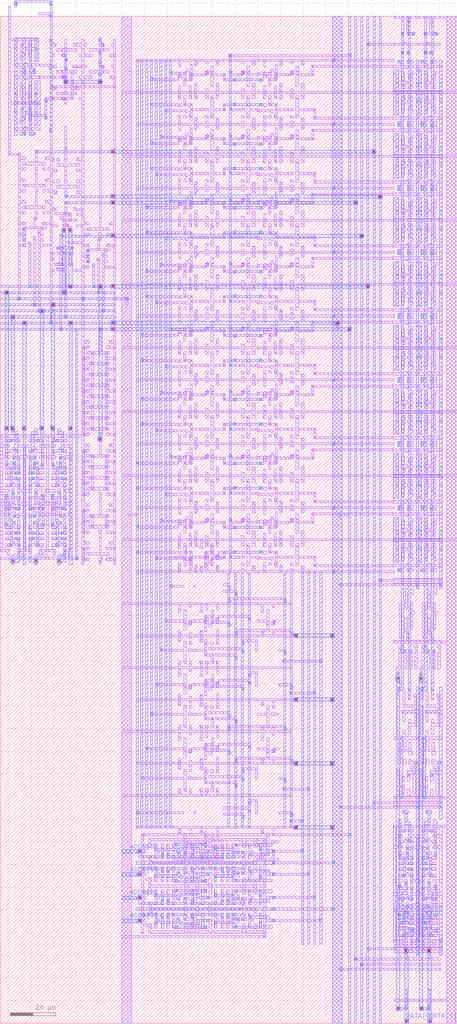
<source format=lef>
MACRO sram_2_16_1_scn3me_subm
    CLASS RING ;
    ORIGIN 53.7 0.0 ;
    FOREIGN  sram 0.0 0.0 ;
    SIZE 201.0 BY 444.3 ;
    SYMMETRY X Y R90 ;
    PIN vdd
        DIRECTION INOUT ;
        USE POWER ;
        SHAPE ABUTMENT ;
        PORT
        LAYER metal1 ;
        RECT  143.4 0.0 147.9 444.3 ;
        RECT  143.4 0.0 147.9 444.3 ;
        RECT  0.0 0.0 4.5 444.3 ;
        RECT  0.0 0.0 4.5 444.3 ;
        END
    END vdd
    PIN gnd
        DIRECTION INOUT ;
        USE GROUND ;
        SHAPE ABUTMENT ;
        PORT
        LAYER metal2 ;
        RECT  92.85 0.0 97.35 444.3 ;
        RECT  92.85 0.0 97.35 444.3 ;
        END
    END gnd
    PIN DATA[0]
        DIRECTION INOUT ;
        PORT
        LAYER metal2 ;
        RECT  124.8 0.0 125.7 1.8 ;
        RECT  124.8 0.0 125.7 1.8 ;
        END
    END DATA[0]
    PIN DATA[1]
        DIRECTION INOUT ;
        PORT
        LAYER metal2 ;
        RECT  135.0 0.0 135.9 1.8 ;
        RECT  135.0 0.0 135.9 1.8 ;
        END
    END DATA[1]
    PIN ADDR[0]
        DIRECTION INPUT ;
        PORT
        LAYER metal3 ;
        RECT  0.0 75.0 7.2 76.5 ;
        RECT  0.0 75.0 7.2 76.5 ;
        END
    END ADDR[0]
    PIN ADDR[1]
        DIRECTION INPUT ;
        PORT
        LAYER metal3 ;
        RECT  0.0 64.8 7.2 66.3 ;
        RECT  0.0 64.8 7.2 66.3 ;
        END
    END ADDR[1]
    PIN ADDR[2]
        DIRECTION INPUT ;
        PORT
        LAYER metal3 ;
        RECT  0.0 54.6 7.2 56.1 ;
        RECT  0.0 54.6 7.2 56.1 ;
        END
    END ADDR[2]
    PIN ADDR[3]
        DIRECTION INPUT ;
        PORT
        LAYER metal3 ;
        RECT  0.0 44.4 7.2 45.9 ;
        RECT  0.0 44.4 7.2 45.9 ;
        END
    END ADDR[3]
    PIN CSb
        DIRECTION INPUT ;
        PORT
        LAYER metal3 ;
        RECT  -38.7 203.1 -36.9 204.9 ;
        RECT  -38.7 203.1 -36.9 204.9 ;
        RECT  -38.7 203.1 -36.9 204.9 ;
        RECT  -38.7 203.1 -36.9 204.9 ;
        END
    END CSb
    PIN OEb
        DIRECTION INPUT ;
        PORT
        LAYER metal3 ;
        RECT  -48.9 203.1 -47.1 204.9 ;
        RECT  -48.9 203.1 -47.1 204.9 ;
        RECT  -48.9 203.1 -47.1 204.9 ;
        RECT  -48.9 203.1 -47.1 204.9 ;
        END
    END OEb
    PIN WEb
        DIRECTION INPUT ;
        PORT
        LAYER metal3 ;
        RECT  -28.5 203.1 -26.7 204.9 ;
        RECT  -28.5 203.1 -26.7 204.9 ;
        RECT  -28.5 203.1 -26.7 204.9 ;
        RECT  -28.5 203.1 -26.7 204.9 ;
        END
    END WEb
    PIN clk
        DIRECTION INPUT ;
        PORT
        LAYER metal1 ;
        RECT  -9.9 202.2 -9.0 203.1 ;
        RECT  -9.9 202.2 -9.0 203.1 ;
        RECT  -9.9 202.2 -9.0 204.3 ;
        END
    END clk
    OBS
        LAYER  metal1 ;
        RECT  -9.9 202.2 -9.0 203.1 ;
        RECT  143.4 0.0 147.9 444.3 ;
        RECT  0.0 0.0 4.5 444.3 ;
        RECT  1.8 316.95 2.7 319.65 ;
        RECT  143.4 0.0 147.9 444.3 ;
        RECT  0.0 0.0 4.5 444.3 ;
        RECT  44.7 205.2 45.6 206.1 ;
        RECT  44.7 207.3 45.6 208.2 ;
        RECT  40.5 205.2 45.15 206.1 ;
        RECT  44.7 205.65 45.6 207.75 ;
        RECT  45.15 207.3 50.1 208.2 ;
        RECT  84.75 205.2 85.65 206.1 ;
        RECT  84.75 201.45 85.65 202.35 ;
        RECT  83.1 205.2 85.2 206.1 ;
        RECT  84.75 201.9 85.65 205.65 ;
        RECT  85.2 201.45 119.7 202.35 ;
        RECT  44.7 220.5 45.6 221.4 ;
        RECT  44.7 218.4 45.6 219.3 ;
        RECT  40.5 220.5 45.15 221.4 ;
        RECT  44.7 218.85 45.6 220.95 ;
        RECT  45.15 218.4 50.1 219.3 ;
        RECT  83.85 220.5 84.75 221.4 ;
        RECT  83.85 224.25 84.75 225.15 ;
        RECT  82.2 220.5 84.3 221.4 ;
        RECT  83.85 220.95 84.75 224.7 ;
        RECT  84.3 224.25 119.7 225.15 ;
        RECT  44.7 233.4 45.6 234.3 ;
        RECT  44.7 235.5 45.6 236.4 ;
        RECT  40.5 233.4 45.15 234.3 ;
        RECT  44.7 233.85 45.6 235.95 ;
        RECT  45.15 235.5 50.1 236.4 ;
        RECT  84.75 233.4 85.65 234.3 ;
        RECT  84.75 229.65 85.65 230.55 ;
        RECT  83.1 233.4 85.2 234.3 ;
        RECT  84.75 230.1 85.65 233.85 ;
        RECT  85.2 229.65 119.7 230.55 ;
        RECT  44.7 248.7 45.6 249.6 ;
        RECT  44.7 246.6 45.6 247.5 ;
        RECT  40.5 248.7 45.15 249.6 ;
        RECT  44.7 247.05 45.6 249.15 ;
        RECT  45.15 246.6 50.1 247.5 ;
        RECT  83.85 248.7 84.75 249.6 ;
        RECT  83.85 252.45 84.75 253.35 ;
        RECT  82.2 248.7 84.3 249.6 ;
        RECT  83.85 249.15 84.75 252.9 ;
        RECT  84.3 252.45 119.7 253.35 ;
        RECT  44.7 261.6 45.6 262.5 ;
        RECT  44.7 263.7 45.6 264.6 ;
        RECT  40.5 261.6 45.15 262.5 ;
        RECT  44.7 262.05 45.6 264.15 ;
        RECT  45.15 263.7 50.1 264.6 ;
        RECT  84.75 261.6 85.65 262.5 ;
        RECT  84.75 257.85 85.65 258.75 ;
        RECT  83.1 261.6 85.2 262.5 ;
        RECT  84.75 258.3 85.65 262.05 ;
        RECT  85.2 257.85 119.7 258.75 ;
        RECT  44.7 276.9 45.6 277.8 ;
        RECT  44.7 274.8 45.6 275.7 ;
        RECT  40.5 276.9 45.15 277.8 ;
        RECT  44.7 275.25 45.6 277.35 ;
        RECT  45.15 274.8 50.1 275.7 ;
        RECT  83.85 276.9 84.75 277.8 ;
        RECT  83.85 280.65 84.75 281.55 ;
        RECT  82.2 276.9 84.3 277.8 ;
        RECT  83.85 277.35 84.75 281.1 ;
        RECT  84.3 280.65 119.7 281.55 ;
        RECT  44.7 289.8 45.6 290.7 ;
        RECT  44.7 291.9 45.6 292.8 ;
        RECT  40.5 289.8 45.15 290.7 ;
        RECT  44.7 290.25 45.6 292.35 ;
        RECT  45.15 291.9 50.1 292.8 ;
        RECT  84.75 289.8 85.65 290.7 ;
        RECT  84.75 286.05 85.65 286.95 ;
        RECT  83.1 289.8 85.2 290.7 ;
        RECT  84.75 286.5 85.65 290.25 ;
        RECT  85.2 286.05 119.7 286.95 ;
        RECT  44.7 305.1 45.6 306.0 ;
        RECT  44.7 303.0 45.6 303.9 ;
        RECT  40.5 305.1 45.15 306.0 ;
        RECT  44.7 303.45 45.6 305.55 ;
        RECT  45.15 303.0 50.1 303.9 ;
        RECT  83.85 305.1 84.75 306.0 ;
        RECT  83.85 308.85 84.75 309.75 ;
        RECT  82.2 305.1 84.3 306.0 ;
        RECT  83.85 305.55 84.75 309.3 ;
        RECT  84.3 308.85 119.7 309.75 ;
        RECT  44.7 318.0 45.6 318.9 ;
        RECT  44.7 320.1 45.6 321.0 ;
        RECT  40.5 318.0 45.15 318.9 ;
        RECT  44.7 318.45 45.6 320.55 ;
        RECT  45.15 320.1 50.1 321.0 ;
        RECT  84.75 318.0 85.65 318.9 ;
        RECT  84.75 314.25 85.65 315.15 ;
        RECT  83.1 318.0 85.2 318.9 ;
        RECT  84.75 314.7 85.65 318.45 ;
        RECT  85.2 314.25 119.7 315.15 ;
        RECT  44.7 333.3 45.6 334.2 ;
        RECT  44.7 331.2 45.6 332.1 ;
        RECT  40.5 333.3 45.15 334.2 ;
        RECT  44.7 331.65 45.6 333.75 ;
        RECT  45.15 331.2 50.1 332.1 ;
        RECT  83.85 333.3 84.75 334.2 ;
        RECT  83.85 337.05 84.75 337.95 ;
        RECT  82.2 333.3 84.3 334.2 ;
        RECT  83.85 333.75 84.75 337.5 ;
        RECT  84.3 337.05 119.7 337.95 ;
        RECT  44.7 346.2 45.6 347.1 ;
        RECT  44.7 348.3 45.6 349.2 ;
        RECT  40.5 346.2 45.15 347.1 ;
        RECT  44.7 346.65 45.6 348.75 ;
        RECT  45.15 348.3 50.1 349.2 ;
        RECT  84.75 346.2 85.65 347.1 ;
        RECT  84.75 342.45 85.65 343.35 ;
        RECT  83.1 346.2 85.2 347.1 ;
        RECT  84.75 342.9 85.65 346.65 ;
        RECT  85.2 342.45 119.7 343.35 ;
        RECT  44.7 361.5 45.6 362.4 ;
        RECT  44.7 359.4 45.6 360.3 ;
        RECT  40.5 361.5 45.15 362.4 ;
        RECT  44.7 359.85 45.6 361.95 ;
        RECT  45.15 359.4 50.1 360.3 ;
        RECT  83.85 361.5 84.75 362.4 ;
        RECT  83.85 365.25 84.75 366.15 ;
        RECT  82.2 361.5 84.3 362.4 ;
        RECT  83.85 361.95 84.75 365.7 ;
        RECT  84.3 365.25 119.7 366.15 ;
        RECT  44.7 374.4 45.6 375.3 ;
        RECT  44.7 376.5 45.6 377.4 ;
        RECT  40.5 374.4 45.15 375.3 ;
        RECT  44.7 374.85 45.6 376.95 ;
        RECT  45.15 376.5 50.1 377.4 ;
        RECT  84.75 374.4 85.65 375.3 ;
        RECT  84.75 370.65 85.65 371.55 ;
        RECT  83.1 374.4 85.2 375.3 ;
        RECT  84.75 371.1 85.65 374.85 ;
        RECT  85.2 370.65 119.7 371.55 ;
        RECT  44.7 389.7 45.6 390.6 ;
        RECT  44.7 387.6 45.6 388.5 ;
        RECT  40.5 389.7 45.15 390.6 ;
        RECT  44.7 388.05 45.6 390.15 ;
        RECT  45.15 387.6 50.1 388.5 ;
        RECT  83.85 389.7 84.75 390.6 ;
        RECT  83.85 393.45 84.75 394.35 ;
        RECT  82.2 389.7 84.3 390.6 ;
        RECT  83.85 390.15 84.75 393.9 ;
        RECT  84.3 393.45 119.7 394.35 ;
        RECT  44.7 402.6 45.6 403.5 ;
        RECT  44.7 404.7 45.6 405.6 ;
        RECT  40.5 402.6 45.15 403.5 ;
        RECT  44.7 403.05 45.6 405.15 ;
        RECT  45.15 404.7 50.1 405.6 ;
        RECT  84.75 402.6 85.65 403.5 ;
        RECT  84.75 398.85 85.65 399.75 ;
        RECT  83.1 402.6 85.2 403.5 ;
        RECT  84.75 399.3 85.65 403.05 ;
        RECT  85.2 398.85 119.7 399.75 ;
        RECT  44.7 417.9 45.6 418.8 ;
        RECT  44.7 415.8 45.6 416.7 ;
        RECT  40.5 417.9 45.15 418.8 ;
        RECT  44.7 416.25 45.6 418.35 ;
        RECT  45.15 415.8 50.1 416.7 ;
        RECT  83.85 417.9 84.75 418.8 ;
        RECT  83.85 421.65 84.75 422.55 ;
        RECT  82.2 417.9 84.3 418.8 ;
        RECT  83.85 418.35 84.75 422.1 ;
        RECT  84.3 421.65 119.7 422.55 ;
        RECT  51.0 198.75 120.3 199.65 ;
        RECT  51.0 226.95 120.3 227.85 ;
        RECT  51.0 255.15 120.3 256.05 ;
        RECT  51.0 283.35 120.3 284.25 ;
        RECT  51.0 311.55 120.3 312.45 ;
        RECT  51.0 339.75 120.3 340.65 ;
        RECT  51.0 367.95 120.3 368.85 ;
        RECT  51.0 396.15 120.3 397.05 ;
        RECT  51.0 424.35 120.3 425.25 ;
        RECT  0.0 212.85 147.9 213.75 ;
        RECT  0.0 241.05 147.9 241.95 ;
        RECT  0.0 269.25 147.9 270.15 ;
        RECT  0.0 297.45 147.9 298.35 ;
        RECT  0.0 325.65 147.9 326.55 ;
        RECT  0.0 353.85 147.9 354.75 ;
        RECT  0.0 382.05 147.9 382.95 ;
        RECT  0.0 410.25 147.9 411.15 ;
        RECT  75.3 88.65 80.25 89.55 ;
        RECT  72.3 102.75 82.95 103.65 ;
        RECT  75.3 145.05 85.65 145.95 ;
        RECT  72.3 159.15 88.35 160.05 ;
        RECT  75.3 85.95 76.8 86.85 ;
        RECT  75.3 114.15 76.8 115.05 ;
        RECT  75.3 142.35 76.8 143.25 ;
        RECT  75.3 142.35 76.8 143.25 ;
        RECT  75.3 170.55 76.8 171.45 ;
        RECT  0.0 100.05 75.3 100.95 ;
        RECT  0.0 128.25 75.3 129.15 ;
        RECT  0.0 156.45 75.3 157.35 ;
        RECT  0.0 156.45 75.3 157.35 ;
        RECT  0.0 184.65 75.3 185.55 ;
        RECT  0.0 184.65 75.3 185.55 ;
        RECT  66.3 75.45 80.25 76.35 ;
        RECT  66.3 65.25 82.95 66.15 ;
        RECT  66.3 55.05 85.65 55.95 ;
        RECT  66.3 44.85 88.35 45.75 ;
        RECT  66.3 70.35 94.05 71.25 ;
        RECT  66.3 70.35 94.05 71.25 ;
        RECT  66.3 49.95 94.05 50.85 ;
        RECT  66.3 49.95 94.05 50.85 ;
        RECT  62.7 37.65 63.6 38.55 ;
        RECT  62.7 38.1 63.6 40.2 ;
        RECT  0.0 37.65 63.15 38.55 ;
        RECT  108.6 32.4 120.3 33.3 ;
        RECT  103.2 27.9 120.3 28.8 ;
        RECT  105.9 25.5 120.3 26.4 ;
        RECT  108.6 431.4 120.3 432.3 ;
        RECT  111.3 96.9 120.3 97.8 ;
        RECT  114.0 195.0 120.3 195.9 ;
        RECT  8.7 82.65 9.6 83.55 ;
        RECT  8.7 81.0 9.6 83.1 ;
        RECT  9.15 82.65 100.95 83.55 ;
        RECT  47.85 426.45 100.95 427.35 ;
        RECT  120.3 443.4 143.4 444.3 ;
        RECT  120.3 167.7 143.4 168.6 ;
        RECT  120.3 99.0 143.4 99.9 ;
        RECT  120.3 86.4 143.4 87.3 ;
        RECT  120.3 9.6 143.4 10.5 ;
        RECT  97.35 23.4 120.3 24.3 ;
        RECT  97.35 192.9 120.3 193.8 ;
        RECT  97.35 94.8 120.3 95.7 ;
        RECT  119.7 212.7 141.3 213.6 ;
        RECT  119.7 201.3 141.3 202.5 ;
        RECT  119.7 224.1 141.3 225.3 ;
        RECT  119.7 240.9 141.3 241.8 ;
        RECT  119.7 229.5 141.3 230.7 ;
        RECT  119.7 252.3 141.3 253.5 ;
        RECT  119.7 269.1 141.3 270.0 ;
        RECT  119.7 257.7 141.3 258.9 ;
        RECT  119.7 280.5 141.3 281.7 ;
        RECT  119.7 297.3 141.3 298.2 ;
        RECT  119.7 285.9 141.3 287.1 ;
        RECT  119.7 308.7 141.3 309.9 ;
        RECT  119.7 325.5 141.3 326.4 ;
        RECT  119.7 314.1 141.3 315.3 ;
        RECT  119.7 336.9 141.3 338.1 ;
        RECT  119.7 353.7 141.3 354.6 ;
        RECT  119.7 342.3 141.3 343.5 ;
        RECT  119.7 365.1 141.3 366.3 ;
        RECT  119.7 381.9 141.3 382.8 ;
        RECT  119.7 370.5 141.3 371.7 ;
        RECT  119.7 393.3 141.3 394.5 ;
        RECT  119.7 410.1 141.3 411.0 ;
        RECT  119.7 398.7 141.3 399.9 ;
        RECT  119.7 421.5 141.3 422.7 ;
        RECT  126.0 199.2 128.7 200.4 ;
        RECT  121.8 199.2 124.5 200.4 ;
        RECT  119.7 201.3 131.1 202.5 ;
        RECT  125.4 202.5 126.6 202.8 ;
        RECT  129.9 204.0 131.1 209.7 ;
        RECT  127.5 204.0 128.7 205.2 ;
        RECT  123.3 204.0 124.5 205.2 ;
        RECT  127.2 205.2 128.4 205.8 ;
        RECT  126.6 205.8 128.4 207.0 ;
        RECT  127.2 207.0 128.4 210.6 ;
        RECT  123.6 205.2 124.8 208.5 ;
        RECT  123.6 208.5 126.0 209.7 ;
        RECT  120.9 204.0 122.1 209.7 ;
        RECT  123.6 209.7 124.8 210.6 ;
        RECT  129.9 210.6 131.1 212.7 ;
        RECT  126.9 210.6 128.1 211.8 ;
        RECT  123.9 210.6 125.1 211.8 ;
        RECT  120.9 210.6 122.1 212.7 ;
        RECT  119.7 212.7 131.1 213.9 ;
        RECT  126.0 226.2 128.7 227.4 ;
        RECT  121.8 226.2 124.5 227.4 ;
        RECT  119.7 224.1 131.1 225.3 ;
        RECT  125.4 223.8 126.6 224.1 ;
        RECT  129.9 216.9 131.1 222.6 ;
        RECT  127.5 221.4 128.7 222.6 ;
        RECT  123.3 221.4 124.5 222.6 ;
        RECT  127.2 220.8 128.4 221.4 ;
        RECT  126.6 219.6 128.4 220.8 ;
        RECT  127.2 216.0 128.4 219.6 ;
        RECT  123.6 218.1 124.8 221.4 ;
        RECT  123.6 216.9 126.0 218.1 ;
        RECT  120.9 216.9 122.1 222.6 ;
        RECT  123.6 216.0 124.8 216.9 ;
        RECT  129.9 213.9 131.1 216.0 ;
        RECT  126.9 214.8 128.1 216.0 ;
        RECT  123.9 214.8 125.1 216.0 ;
        RECT  120.9 213.9 122.1 216.0 ;
        RECT  119.7 212.7 131.1 213.9 ;
        RECT  126.0 227.4 128.7 228.6 ;
        RECT  121.8 227.4 124.5 228.6 ;
        RECT  119.7 229.5 131.1 230.7 ;
        RECT  125.4 230.7 126.6 231.0 ;
        RECT  129.9 232.2 131.1 237.9 ;
        RECT  127.5 232.2 128.7 233.4 ;
        RECT  123.3 232.2 124.5 233.4 ;
        RECT  127.2 233.4 128.4 234.0 ;
        RECT  126.6 234.0 128.4 235.2 ;
        RECT  127.2 235.2 128.4 238.8 ;
        RECT  123.6 233.4 124.8 236.7 ;
        RECT  123.6 236.7 126.0 237.9 ;
        RECT  120.9 232.2 122.1 237.9 ;
        RECT  123.6 237.9 124.8 238.8 ;
        RECT  129.9 238.8 131.1 240.9 ;
        RECT  126.9 238.8 128.1 240.0 ;
        RECT  123.9 238.8 125.1 240.0 ;
        RECT  120.9 238.8 122.1 240.9 ;
        RECT  119.7 240.9 131.1 242.1 ;
        RECT  126.0 254.4 128.7 255.6 ;
        RECT  121.8 254.4 124.5 255.6 ;
        RECT  119.7 252.3 131.1 253.5 ;
        RECT  125.4 252.0 126.6 252.3 ;
        RECT  129.9 245.1 131.1 250.8 ;
        RECT  127.5 249.6 128.7 250.8 ;
        RECT  123.3 249.6 124.5 250.8 ;
        RECT  127.2 249.0 128.4 249.6 ;
        RECT  126.6 247.8 128.4 249.0 ;
        RECT  127.2 244.2 128.4 247.8 ;
        RECT  123.6 246.3 124.8 249.6 ;
        RECT  123.6 245.1 126.0 246.3 ;
        RECT  120.9 245.1 122.1 250.8 ;
        RECT  123.6 244.2 124.8 245.1 ;
        RECT  129.9 242.1 131.1 244.2 ;
        RECT  126.9 243.0 128.1 244.2 ;
        RECT  123.9 243.0 125.1 244.2 ;
        RECT  120.9 242.1 122.1 244.2 ;
        RECT  119.7 240.9 131.1 242.1 ;
        RECT  126.0 255.6 128.7 256.8 ;
        RECT  121.8 255.6 124.5 256.8 ;
        RECT  119.7 257.7 131.1 258.9 ;
        RECT  125.4 258.9 126.6 259.2 ;
        RECT  129.9 260.4 131.1 266.1 ;
        RECT  127.5 260.4 128.7 261.6 ;
        RECT  123.3 260.4 124.5 261.6 ;
        RECT  127.2 261.6 128.4 262.2 ;
        RECT  126.6 262.2 128.4 263.4 ;
        RECT  127.2 263.4 128.4 267.0 ;
        RECT  123.6 261.6 124.8 264.9 ;
        RECT  123.6 264.9 126.0 266.1 ;
        RECT  120.9 260.4 122.1 266.1 ;
        RECT  123.6 266.1 124.8 267.0 ;
        RECT  129.9 267.0 131.1 269.1 ;
        RECT  126.9 267.0 128.1 268.2 ;
        RECT  123.9 267.0 125.1 268.2 ;
        RECT  120.9 267.0 122.1 269.1 ;
        RECT  119.7 269.1 131.1 270.3 ;
        RECT  126.0 282.6 128.7 283.8 ;
        RECT  121.8 282.6 124.5 283.8 ;
        RECT  119.7 280.5 131.1 281.7 ;
        RECT  125.4 280.2 126.6 280.5 ;
        RECT  129.9 273.3 131.1 279.0 ;
        RECT  127.5 277.8 128.7 279.0 ;
        RECT  123.3 277.8 124.5 279.0 ;
        RECT  127.2 277.2 128.4 277.8 ;
        RECT  126.6 276.0 128.4 277.2 ;
        RECT  127.2 272.4 128.4 276.0 ;
        RECT  123.6 274.5 124.8 277.8 ;
        RECT  123.6 273.3 126.0 274.5 ;
        RECT  120.9 273.3 122.1 279.0 ;
        RECT  123.6 272.4 124.8 273.3 ;
        RECT  129.9 270.3 131.1 272.4 ;
        RECT  126.9 271.2 128.1 272.4 ;
        RECT  123.9 271.2 125.1 272.4 ;
        RECT  120.9 270.3 122.1 272.4 ;
        RECT  119.7 269.1 131.1 270.3 ;
        RECT  126.0 283.8 128.7 285.0 ;
        RECT  121.8 283.8 124.5 285.0 ;
        RECT  119.7 285.9 131.1 287.1 ;
        RECT  125.4 287.1 126.6 287.4 ;
        RECT  129.9 288.6 131.1 294.3 ;
        RECT  127.5 288.6 128.7 289.8 ;
        RECT  123.3 288.6 124.5 289.8 ;
        RECT  127.2 289.8 128.4 290.4 ;
        RECT  126.6 290.4 128.4 291.6 ;
        RECT  127.2 291.6 128.4 295.2 ;
        RECT  123.6 289.8 124.8 293.1 ;
        RECT  123.6 293.1 126.0 294.3 ;
        RECT  120.9 288.6 122.1 294.3 ;
        RECT  123.6 294.3 124.8 295.2 ;
        RECT  129.9 295.2 131.1 297.3 ;
        RECT  126.9 295.2 128.1 296.4 ;
        RECT  123.9 295.2 125.1 296.4 ;
        RECT  120.9 295.2 122.1 297.3 ;
        RECT  119.7 297.3 131.1 298.5 ;
        RECT  126.0 310.8 128.7 312.0 ;
        RECT  121.8 310.8 124.5 312.0 ;
        RECT  119.7 308.7 131.1 309.9 ;
        RECT  125.4 308.4 126.6 308.7 ;
        RECT  129.9 301.5 131.1 307.2 ;
        RECT  127.5 306.0 128.7 307.2 ;
        RECT  123.3 306.0 124.5 307.2 ;
        RECT  127.2 305.4 128.4 306.0 ;
        RECT  126.6 304.2 128.4 305.4 ;
        RECT  127.2 300.6 128.4 304.2 ;
        RECT  123.6 302.7 124.8 306.0 ;
        RECT  123.6 301.5 126.0 302.7 ;
        RECT  120.9 301.5 122.1 307.2 ;
        RECT  123.6 300.6 124.8 301.5 ;
        RECT  129.9 298.5 131.1 300.6 ;
        RECT  126.9 299.4 128.1 300.6 ;
        RECT  123.9 299.4 125.1 300.6 ;
        RECT  120.9 298.5 122.1 300.6 ;
        RECT  119.7 297.3 131.1 298.5 ;
        RECT  126.0 312.0 128.7 313.2 ;
        RECT  121.8 312.0 124.5 313.2 ;
        RECT  119.7 314.1 131.1 315.3 ;
        RECT  125.4 315.3 126.6 315.6 ;
        RECT  129.9 316.8 131.1 322.5 ;
        RECT  127.5 316.8 128.7 318.0 ;
        RECT  123.3 316.8 124.5 318.0 ;
        RECT  127.2 318.0 128.4 318.6 ;
        RECT  126.6 318.6 128.4 319.8 ;
        RECT  127.2 319.8 128.4 323.4 ;
        RECT  123.6 318.0 124.8 321.3 ;
        RECT  123.6 321.3 126.0 322.5 ;
        RECT  120.9 316.8 122.1 322.5 ;
        RECT  123.6 322.5 124.8 323.4 ;
        RECT  129.9 323.4 131.1 325.5 ;
        RECT  126.9 323.4 128.1 324.6 ;
        RECT  123.9 323.4 125.1 324.6 ;
        RECT  120.9 323.4 122.1 325.5 ;
        RECT  119.7 325.5 131.1 326.7 ;
        RECT  126.0 339.0 128.7 340.2 ;
        RECT  121.8 339.0 124.5 340.2 ;
        RECT  119.7 336.9 131.1 338.1 ;
        RECT  125.4 336.6 126.6 336.9 ;
        RECT  129.9 329.7 131.1 335.4 ;
        RECT  127.5 334.2 128.7 335.4 ;
        RECT  123.3 334.2 124.5 335.4 ;
        RECT  127.2 333.6 128.4 334.2 ;
        RECT  126.6 332.4 128.4 333.6 ;
        RECT  127.2 328.8 128.4 332.4 ;
        RECT  123.6 330.9 124.8 334.2 ;
        RECT  123.6 329.7 126.0 330.9 ;
        RECT  120.9 329.7 122.1 335.4 ;
        RECT  123.6 328.8 124.8 329.7 ;
        RECT  129.9 326.7 131.1 328.8 ;
        RECT  126.9 327.6 128.1 328.8 ;
        RECT  123.9 327.6 125.1 328.8 ;
        RECT  120.9 326.7 122.1 328.8 ;
        RECT  119.7 325.5 131.1 326.7 ;
        RECT  126.0 340.2 128.7 341.4 ;
        RECT  121.8 340.2 124.5 341.4 ;
        RECT  119.7 342.3 131.1 343.5 ;
        RECT  125.4 343.5 126.6 343.8 ;
        RECT  129.9 345.0 131.1 350.7 ;
        RECT  127.5 345.0 128.7 346.2 ;
        RECT  123.3 345.0 124.5 346.2 ;
        RECT  127.2 346.2 128.4 346.8 ;
        RECT  126.6 346.8 128.4 348.0 ;
        RECT  127.2 348.0 128.4 351.6 ;
        RECT  123.6 346.2 124.8 349.5 ;
        RECT  123.6 349.5 126.0 350.7 ;
        RECT  120.9 345.0 122.1 350.7 ;
        RECT  123.6 350.7 124.8 351.6 ;
        RECT  129.9 351.6 131.1 353.7 ;
        RECT  126.9 351.6 128.1 352.8 ;
        RECT  123.9 351.6 125.1 352.8 ;
        RECT  120.9 351.6 122.1 353.7 ;
        RECT  119.7 353.7 131.1 354.9 ;
        RECT  126.0 367.2 128.7 368.4 ;
        RECT  121.8 367.2 124.5 368.4 ;
        RECT  119.7 365.1 131.1 366.3 ;
        RECT  125.4 364.8 126.6 365.1 ;
        RECT  129.9 357.9 131.1 363.6 ;
        RECT  127.5 362.4 128.7 363.6 ;
        RECT  123.3 362.4 124.5 363.6 ;
        RECT  127.2 361.8 128.4 362.4 ;
        RECT  126.6 360.6 128.4 361.8 ;
        RECT  127.2 357.0 128.4 360.6 ;
        RECT  123.6 359.1 124.8 362.4 ;
        RECT  123.6 357.9 126.0 359.1 ;
        RECT  120.9 357.9 122.1 363.6 ;
        RECT  123.6 357.0 124.8 357.9 ;
        RECT  129.9 354.9 131.1 357.0 ;
        RECT  126.9 355.8 128.1 357.0 ;
        RECT  123.9 355.8 125.1 357.0 ;
        RECT  120.9 354.9 122.1 357.0 ;
        RECT  119.7 353.7 131.1 354.9 ;
        RECT  126.0 368.4 128.7 369.6 ;
        RECT  121.8 368.4 124.5 369.6 ;
        RECT  119.7 370.5 131.1 371.7 ;
        RECT  125.4 371.7 126.6 372.0 ;
        RECT  129.9 373.2 131.1 378.9 ;
        RECT  127.5 373.2 128.7 374.4 ;
        RECT  123.3 373.2 124.5 374.4 ;
        RECT  127.2 374.4 128.4 375.0 ;
        RECT  126.6 375.0 128.4 376.2 ;
        RECT  127.2 376.2 128.4 379.8 ;
        RECT  123.6 374.4 124.8 377.7 ;
        RECT  123.6 377.7 126.0 378.9 ;
        RECT  120.9 373.2 122.1 378.9 ;
        RECT  123.6 378.9 124.8 379.8 ;
        RECT  129.9 379.8 131.1 381.9 ;
        RECT  126.9 379.8 128.1 381.0 ;
        RECT  123.9 379.8 125.1 381.0 ;
        RECT  120.9 379.8 122.1 381.9 ;
        RECT  119.7 381.9 131.1 383.1 ;
        RECT  126.0 395.4 128.7 396.6 ;
        RECT  121.8 395.4 124.5 396.6 ;
        RECT  119.7 393.3 131.1 394.5 ;
        RECT  125.4 393.0 126.6 393.3 ;
        RECT  129.9 386.1 131.1 391.8 ;
        RECT  127.5 390.6 128.7 391.8 ;
        RECT  123.3 390.6 124.5 391.8 ;
        RECT  127.2 390.0 128.4 390.6 ;
        RECT  126.6 388.8 128.4 390.0 ;
        RECT  127.2 385.2 128.4 388.8 ;
        RECT  123.6 387.3 124.8 390.6 ;
        RECT  123.6 386.1 126.0 387.3 ;
        RECT  120.9 386.1 122.1 391.8 ;
        RECT  123.6 385.2 124.8 386.1 ;
        RECT  129.9 383.1 131.1 385.2 ;
        RECT  126.9 384.0 128.1 385.2 ;
        RECT  123.9 384.0 125.1 385.2 ;
        RECT  120.9 383.1 122.1 385.2 ;
        RECT  119.7 381.9 131.1 383.1 ;
        RECT  126.0 396.6 128.7 397.8 ;
        RECT  121.8 396.6 124.5 397.8 ;
        RECT  119.7 398.7 131.1 399.9 ;
        RECT  125.4 399.9 126.6 400.2 ;
        RECT  129.9 401.4 131.1 407.1 ;
        RECT  127.5 401.4 128.7 402.6 ;
        RECT  123.3 401.4 124.5 402.6 ;
        RECT  127.2 402.6 128.4 403.2 ;
        RECT  126.6 403.2 128.4 404.4 ;
        RECT  127.2 404.4 128.4 408.0 ;
        RECT  123.6 402.6 124.8 405.9 ;
        RECT  123.6 405.9 126.0 407.1 ;
        RECT  120.9 401.4 122.1 407.1 ;
        RECT  123.6 407.1 124.8 408.0 ;
        RECT  129.9 408.0 131.1 410.1 ;
        RECT  126.9 408.0 128.1 409.2 ;
        RECT  123.9 408.0 125.1 409.2 ;
        RECT  120.9 408.0 122.1 410.1 ;
        RECT  119.7 410.1 131.1 411.3 ;
        RECT  126.0 423.6 128.7 424.8 ;
        RECT  121.8 423.6 124.5 424.8 ;
        RECT  119.7 421.5 131.1 422.7 ;
        RECT  125.4 421.2 126.6 421.5 ;
        RECT  129.9 414.3 131.1 420.0 ;
        RECT  127.5 418.8 128.7 420.0 ;
        RECT  123.3 418.8 124.5 420.0 ;
        RECT  127.2 418.2 128.4 418.8 ;
        RECT  126.6 417.0 128.4 418.2 ;
        RECT  127.2 413.4 128.4 417.0 ;
        RECT  123.6 415.5 124.8 418.8 ;
        RECT  123.6 414.3 126.0 415.5 ;
        RECT  120.9 414.3 122.1 420.0 ;
        RECT  123.6 413.4 124.8 414.3 ;
        RECT  129.9 411.3 131.1 413.4 ;
        RECT  126.9 412.2 128.1 413.4 ;
        RECT  123.9 412.2 125.1 413.4 ;
        RECT  120.9 411.3 122.1 413.4 ;
        RECT  119.7 410.1 131.1 411.3 ;
        RECT  136.2 199.2 138.9 200.4 ;
        RECT  132.0 199.2 134.7 200.4 ;
        RECT  129.9 201.3 141.3 202.5 ;
        RECT  135.6 202.5 136.8 202.8 ;
        RECT  140.1 204.0 141.3 209.7 ;
        RECT  137.7 204.0 138.9 205.2 ;
        RECT  133.5 204.0 134.7 205.2 ;
        RECT  137.4 205.2 138.6 205.8 ;
        RECT  136.8 205.8 138.6 207.0 ;
        RECT  137.4 207.0 138.6 210.6 ;
        RECT  133.8 205.2 135.0 208.5 ;
        RECT  133.8 208.5 136.2 209.7 ;
        RECT  131.1 204.0 132.3 209.7 ;
        RECT  133.8 209.7 135.0 210.6 ;
        RECT  140.1 210.6 141.3 212.7 ;
        RECT  137.1 210.6 138.3 211.8 ;
        RECT  134.1 210.6 135.3 211.8 ;
        RECT  131.1 210.6 132.3 212.7 ;
        RECT  129.9 212.7 141.3 213.9 ;
        RECT  136.2 226.2 138.9 227.4 ;
        RECT  132.0 226.2 134.7 227.4 ;
        RECT  129.9 224.1 141.3 225.3 ;
        RECT  135.6 223.8 136.8 224.1 ;
        RECT  140.1 216.9 141.3 222.6 ;
        RECT  137.7 221.4 138.9 222.6 ;
        RECT  133.5 221.4 134.7 222.6 ;
        RECT  137.4 220.8 138.6 221.4 ;
        RECT  136.8 219.6 138.6 220.8 ;
        RECT  137.4 216.0 138.6 219.6 ;
        RECT  133.8 218.1 135.0 221.4 ;
        RECT  133.8 216.9 136.2 218.1 ;
        RECT  131.1 216.9 132.3 222.6 ;
        RECT  133.8 216.0 135.0 216.9 ;
        RECT  140.1 213.9 141.3 216.0 ;
        RECT  137.1 214.8 138.3 216.0 ;
        RECT  134.1 214.8 135.3 216.0 ;
        RECT  131.1 213.9 132.3 216.0 ;
        RECT  129.9 212.7 141.3 213.9 ;
        RECT  136.2 227.4 138.9 228.6 ;
        RECT  132.0 227.4 134.7 228.6 ;
        RECT  129.9 229.5 141.3 230.7 ;
        RECT  135.6 230.7 136.8 231.0 ;
        RECT  140.1 232.2 141.3 237.9 ;
        RECT  137.7 232.2 138.9 233.4 ;
        RECT  133.5 232.2 134.7 233.4 ;
        RECT  137.4 233.4 138.6 234.0 ;
        RECT  136.8 234.0 138.6 235.2 ;
        RECT  137.4 235.2 138.6 238.8 ;
        RECT  133.8 233.4 135.0 236.7 ;
        RECT  133.8 236.7 136.2 237.9 ;
        RECT  131.1 232.2 132.3 237.9 ;
        RECT  133.8 237.9 135.0 238.8 ;
        RECT  140.1 238.8 141.3 240.9 ;
        RECT  137.1 238.8 138.3 240.0 ;
        RECT  134.1 238.8 135.3 240.0 ;
        RECT  131.1 238.8 132.3 240.9 ;
        RECT  129.9 240.9 141.3 242.1 ;
        RECT  136.2 254.4 138.9 255.6 ;
        RECT  132.0 254.4 134.7 255.6 ;
        RECT  129.9 252.3 141.3 253.5 ;
        RECT  135.6 252.0 136.8 252.3 ;
        RECT  140.1 245.1 141.3 250.8 ;
        RECT  137.7 249.6 138.9 250.8 ;
        RECT  133.5 249.6 134.7 250.8 ;
        RECT  137.4 249.0 138.6 249.6 ;
        RECT  136.8 247.8 138.6 249.0 ;
        RECT  137.4 244.2 138.6 247.8 ;
        RECT  133.8 246.3 135.0 249.6 ;
        RECT  133.8 245.1 136.2 246.3 ;
        RECT  131.1 245.1 132.3 250.8 ;
        RECT  133.8 244.2 135.0 245.1 ;
        RECT  140.1 242.1 141.3 244.2 ;
        RECT  137.1 243.0 138.3 244.2 ;
        RECT  134.1 243.0 135.3 244.2 ;
        RECT  131.1 242.1 132.3 244.2 ;
        RECT  129.9 240.9 141.3 242.1 ;
        RECT  136.2 255.6 138.9 256.8 ;
        RECT  132.0 255.6 134.7 256.8 ;
        RECT  129.9 257.7 141.3 258.9 ;
        RECT  135.6 258.9 136.8 259.2 ;
        RECT  140.1 260.4 141.3 266.1 ;
        RECT  137.7 260.4 138.9 261.6 ;
        RECT  133.5 260.4 134.7 261.6 ;
        RECT  137.4 261.6 138.6 262.2 ;
        RECT  136.8 262.2 138.6 263.4 ;
        RECT  137.4 263.4 138.6 267.0 ;
        RECT  133.8 261.6 135.0 264.9 ;
        RECT  133.8 264.9 136.2 266.1 ;
        RECT  131.1 260.4 132.3 266.1 ;
        RECT  133.8 266.1 135.0 267.0 ;
        RECT  140.1 267.0 141.3 269.1 ;
        RECT  137.1 267.0 138.3 268.2 ;
        RECT  134.1 267.0 135.3 268.2 ;
        RECT  131.1 267.0 132.3 269.1 ;
        RECT  129.9 269.1 141.3 270.3 ;
        RECT  136.2 282.6 138.9 283.8 ;
        RECT  132.0 282.6 134.7 283.8 ;
        RECT  129.9 280.5 141.3 281.7 ;
        RECT  135.6 280.2 136.8 280.5 ;
        RECT  140.1 273.3 141.3 279.0 ;
        RECT  137.7 277.8 138.9 279.0 ;
        RECT  133.5 277.8 134.7 279.0 ;
        RECT  137.4 277.2 138.6 277.8 ;
        RECT  136.8 276.0 138.6 277.2 ;
        RECT  137.4 272.4 138.6 276.0 ;
        RECT  133.8 274.5 135.0 277.8 ;
        RECT  133.8 273.3 136.2 274.5 ;
        RECT  131.1 273.3 132.3 279.0 ;
        RECT  133.8 272.4 135.0 273.3 ;
        RECT  140.1 270.3 141.3 272.4 ;
        RECT  137.1 271.2 138.3 272.4 ;
        RECT  134.1 271.2 135.3 272.4 ;
        RECT  131.1 270.3 132.3 272.4 ;
        RECT  129.9 269.1 141.3 270.3 ;
        RECT  136.2 283.8 138.9 285.0 ;
        RECT  132.0 283.8 134.7 285.0 ;
        RECT  129.9 285.9 141.3 287.1 ;
        RECT  135.6 287.1 136.8 287.4 ;
        RECT  140.1 288.6 141.3 294.3 ;
        RECT  137.7 288.6 138.9 289.8 ;
        RECT  133.5 288.6 134.7 289.8 ;
        RECT  137.4 289.8 138.6 290.4 ;
        RECT  136.8 290.4 138.6 291.6 ;
        RECT  137.4 291.6 138.6 295.2 ;
        RECT  133.8 289.8 135.0 293.1 ;
        RECT  133.8 293.1 136.2 294.3 ;
        RECT  131.1 288.6 132.3 294.3 ;
        RECT  133.8 294.3 135.0 295.2 ;
        RECT  140.1 295.2 141.3 297.3 ;
        RECT  137.1 295.2 138.3 296.4 ;
        RECT  134.1 295.2 135.3 296.4 ;
        RECT  131.1 295.2 132.3 297.3 ;
        RECT  129.9 297.3 141.3 298.5 ;
        RECT  136.2 310.8 138.9 312.0 ;
        RECT  132.0 310.8 134.7 312.0 ;
        RECT  129.9 308.7 141.3 309.9 ;
        RECT  135.6 308.4 136.8 308.7 ;
        RECT  140.1 301.5 141.3 307.2 ;
        RECT  137.7 306.0 138.9 307.2 ;
        RECT  133.5 306.0 134.7 307.2 ;
        RECT  137.4 305.4 138.6 306.0 ;
        RECT  136.8 304.2 138.6 305.4 ;
        RECT  137.4 300.6 138.6 304.2 ;
        RECT  133.8 302.7 135.0 306.0 ;
        RECT  133.8 301.5 136.2 302.7 ;
        RECT  131.1 301.5 132.3 307.2 ;
        RECT  133.8 300.6 135.0 301.5 ;
        RECT  140.1 298.5 141.3 300.6 ;
        RECT  137.1 299.4 138.3 300.6 ;
        RECT  134.1 299.4 135.3 300.6 ;
        RECT  131.1 298.5 132.3 300.6 ;
        RECT  129.9 297.3 141.3 298.5 ;
        RECT  136.2 312.0 138.9 313.2 ;
        RECT  132.0 312.0 134.7 313.2 ;
        RECT  129.9 314.1 141.3 315.3 ;
        RECT  135.6 315.3 136.8 315.6 ;
        RECT  140.1 316.8 141.3 322.5 ;
        RECT  137.7 316.8 138.9 318.0 ;
        RECT  133.5 316.8 134.7 318.0 ;
        RECT  137.4 318.0 138.6 318.6 ;
        RECT  136.8 318.6 138.6 319.8 ;
        RECT  137.4 319.8 138.6 323.4 ;
        RECT  133.8 318.0 135.0 321.3 ;
        RECT  133.8 321.3 136.2 322.5 ;
        RECT  131.1 316.8 132.3 322.5 ;
        RECT  133.8 322.5 135.0 323.4 ;
        RECT  140.1 323.4 141.3 325.5 ;
        RECT  137.1 323.4 138.3 324.6 ;
        RECT  134.1 323.4 135.3 324.6 ;
        RECT  131.1 323.4 132.3 325.5 ;
        RECT  129.9 325.5 141.3 326.7 ;
        RECT  136.2 339.0 138.9 340.2 ;
        RECT  132.0 339.0 134.7 340.2 ;
        RECT  129.9 336.9 141.3 338.1 ;
        RECT  135.6 336.6 136.8 336.9 ;
        RECT  140.1 329.7 141.3 335.4 ;
        RECT  137.7 334.2 138.9 335.4 ;
        RECT  133.5 334.2 134.7 335.4 ;
        RECT  137.4 333.6 138.6 334.2 ;
        RECT  136.8 332.4 138.6 333.6 ;
        RECT  137.4 328.8 138.6 332.4 ;
        RECT  133.8 330.9 135.0 334.2 ;
        RECT  133.8 329.7 136.2 330.9 ;
        RECT  131.1 329.7 132.3 335.4 ;
        RECT  133.8 328.8 135.0 329.7 ;
        RECT  140.1 326.7 141.3 328.8 ;
        RECT  137.1 327.6 138.3 328.8 ;
        RECT  134.1 327.6 135.3 328.8 ;
        RECT  131.1 326.7 132.3 328.8 ;
        RECT  129.9 325.5 141.3 326.7 ;
        RECT  136.2 340.2 138.9 341.4 ;
        RECT  132.0 340.2 134.7 341.4 ;
        RECT  129.9 342.3 141.3 343.5 ;
        RECT  135.6 343.5 136.8 343.8 ;
        RECT  140.1 345.0 141.3 350.7 ;
        RECT  137.7 345.0 138.9 346.2 ;
        RECT  133.5 345.0 134.7 346.2 ;
        RECT  137.4 346.2 138.6 346.8 ;
        RECT  136.8 346.8 138.6 348.0 ;
        RECT  137.4 348.0 138.6 351.6 ;
        RECT  133.8 346.2 135.0 349.5 ;
        RECT  133.8 349.5 136.2 350.7 ;
        RECT  131.1 345.0 132.3 350.7 ;
        RECT  133.8 350.7 135.0 351.6 ;
        RECT  140.1 351.6 141.3 353.7 ;
        RECT  137.1 351.6 138.3 352.8 ;
        RECT  134.1 351.6 135.3 352.8 ;
        RECT  131.1 351.6 132.3 353.7 ;
        RECT  129.9 353.7 141.3 354.9 ;
        RECT  136.2 367.2 138.9 368.4 ;
        RECT  132.0 367.2 134.7 368.4 ;
        RECT  129.9 365.1 141.3 366.3 ;
        RECT  135.6 364.8 136.8 365.1 ;
        RECT  140.1 357.9 141.3 363.6 ;
        RECT  137.7 362.4 138.9 363.6 ;
        RECT  133.5 362.4 134.7 363.6 ;
        RECT  137.4 361.8 138.6 362.4 ;
        RECT  136.8 360.6 138.6 361.8 ;
        RECT  137.4 357.0 138.6 360.6 ;
        RECT  133.8 359.1 135.0 362.4 ;
        RECT  133.8 357.9 136.2 359.1 ;
        RECT  131.1 357.9 132.3 363.6 ;
        RECT  133.8 357.0 135.0 357.9 ;
        RECT  140.1 354.9 141.3 357.0 ;
        RECT  137.1 355.8 138.3 357.0 ;
        RECT  134.1 355.8 135.3 357.0 ;
        RECT  131.1 354.9 132.3 357.0 ;
        RECT  129.9 353.7 141.3 354.9 ;
        RECT  136.2 368.4 138.9 369.6 ;
        RECT  132.0 368.4 134.7 369.6 ;
        RECT  129.9 370.5 141.3 371.7 ;
        RECT  135.6 371.7 136.8 372.0 ;
        RECT  140.1 373.2 141.3 378.9 ;
        RECT  137.7 373.2 138.9 374.4 ;
        RECT  133.5 373.2 134.7 374.4 ;
        RECT  137.4 374.4 138.6 375.0 ;
        RECT  136.8 375.0 138.6 376.2 ;
        RECT  137.4 376.2 138.6 379.8 ;
        RECT  133.8 374.4 135.0 377.7 ;
        RECT  133.8 377.7 136.2 378.9 ;
        RECT  131.1 373.2 132.3 378.9 ;
        RECT  133.8 378.9 135.0 379.8 ;
        RECT  140.1 379.8 141.3 381.9 ;
        RECT  137.1 379.8 138.3 381.0 ;
        RECT  134.1 379.8 135.3 381.0 ;
        RECT  131.1 379.8 132.3 381.9 ;
        RECT  129.9 381.9 141.3 383.1 ;
        RECT  136.2 395.4 138.9 396.6 ;
        RECT  132.0 395.4 134.7 396.6 ;
        RECT  129.9 393.3 141.3 394.5 ;
        RECT  135.6 393.0 136.8 393.3 ;
        RECT  140.1 386.1 141.3 391.8 ;
        RECT  137.7 390.6 138.9 391.8 ;
        RECT  133.5 390.6 134.7 391.8 ;
        RECT  137.4 390.0 138.6 390.6 ;
        RECT  136.8 388.8 138.6 390.0 ;
        RECT  137.4 385.2 138.6 388.8 ;
        RECT  133.8 387.3 135.0 390.6 ;
        RECT  133.8 386.1 136.2 387.3 ;
        RECT  131.1 386.1 132.3 391.8 ;
        RECT  133.8 385.2 135.0 386.1 ;
        RECT  140.1 383.1 141.3 385.2 ;
        RECT  137.1 384.0 138.3 385.2 ;
        RECT  134.1 384.0 135.3 385.2 ;
        RECT  131.1 383.1 132.3 385.2 ;
        RECT  129.9 381.9 141.3 383.1 ;
        RECT  136.2 396.6 138.9 397.8 ;
        RECT  132.0 396.6 134.7 397.8 ;
        RECT  129.9 398.7 141.3 399.9 ;
        RECT  135.6 399.9 136.8 400.2 ;
        RECT  140.1 401.4 141.3 407.1 ;
        RECT  137.7 401.4 138.9 402.6 ;
        RECT  133.5 401.4 134.7 402.6 ;
        RECT  137.4 402.6 138.6 403.2 ;
        RECT  136.8 403.2 138.6 404.4 ;
        RECT  137.4 404.4 138.6 408.0 ;
        RECT  133.8 402.6 135.0 405.9 ;
        RECT  133.8 405.9 136.2 407.1 ;
        RECT  131.1 401.4 132.3 407.1 ;
        RECT  133.8 407.1 135.0 408.0 ;
        RECT  140.1 408.0 141.3 410.1 ;
        RECT  137.1 408.0 138.3 409.2 ;
        RECT  134.1 408.0 135.3 409.2 ;
        RECT  131.1 408.0 132.3 410.1 ;
        RECT  129.9 410.1 141.3 411.3 ;
        RECT  136.2 423.6 138.9 424.8 ;
        RECT  132.0 423.6 134.7 424.8 ;
        RECT  129.9 421.5 141.3 422.7 ;
        RECT  135.6 421.2 136.8 421.5 ;
        RECT  140.1 414.3 141.3 420.0 ;
        RECT  137.7 418.8 138.9 420.0 ;
        RECT  133.5 418.8 134.7 420.0 ;
        RECT  137.4 418.2 138.6 418.8 ;
        RECT  136.8 417.0 138.6 418.2 ;
        RECT  137.4 413.4 138.6 417.0 ;
        RECT  133.8 415.5 135.0 418.8 ;
        RECT  133.8 414.3 136.2 415.5 ;
        RECT  131.1 414.3 132.3 420.0 ;
        RECT  133.8 413.4 135.0 414.3 ;
        RECT  140.1 411.3 141.3 413.4 ;
        RECT  137.1 412.2 138.3 413.4 ;
        RECT  134.1 412.2 135.3 413.4 ;
        RECT  131.1 411.3 132.3 413.4 ;
        RECT  129.9 410.1 141.3 411.3 ;
        RECT  120.3 443.4 140.7 444.3 ;
        RECT  120.3 431.4 140.7 432.3 ;
        RECT  120.3 431.4 130.5 432.3 ;
        RECT  120.3 443.4 130.5 444.3 ;
        RECT  125.7 435.9 126.6 444.3 ;
        RECT  123.3 427.5 124.5 428.7 ;
        RECT  125.7 427.5 126.9 428.7 ;
        RECT  123.3 435.9 124.5 437.1 ;
        RECT  125.7 435.9 126.9 437.1 ;
        RECT  125.7 435.9 126.9 437.1 ;
        RECT  128.1 435.9 129.3 437.1 ;
        RECT  124.2 431.4 125.4 432.6 ;
        RECT  125.7 441.3 126.9 442.5 ;
        RECT  123.3 435.9 124.5 437.1 ;
        RECT  128.1 435.9 129.3 437.1 ;
        RECT  123.3 427.5 124.5 428.7 ;
        RECT  125.7 427.5 126.9 428.7 ;
        RECT  130.5 431.4 140.7 432.3 ;
        RECT  130.5 443.4 140.7 444.3 ;
        RECT  135.9 435.9 136.8 444.3 ;
        RECT  133.5 427.5 134.7 428.7 ;
        RECT  135.9 427.5 137.1 428.7 ;
        RECT  133.5 435.9 134.7 437.1 ;
        RECT  135.9 435.9 137.1 437.1 ;
        RECT  135.9 435.9 137.1 437.1 ;
        RECT  138.3 435.9 139.5 437.1 ;
        RECT  134.4 431.4 135.6 432.6 ;
        RECT  135.9 441.3 137.1 442.5 ;
        RECT  133.5 435.9 134.7 437.1 ;
        RECT  138.3 435.9 139.5 437.1 ;
        RECT  133.5 427.5 134.7 428.7 ;
        RECT  135.9 427.5 137.1 428.7 ;
        RECT  120.3 167.7 140.7 168.6 ;
        RECT  120.3 192.9 140.7 193.8 ;
        RECT  120.3 195.0 140.7 195.9 ;
        RECT  119.7 195.0 131.1 196.2 ;
        RECT  119.7 192.9 131.1 194.1 ;
        RECT  125.1 189.3 126.3 192.0 ;
        RECT  127.5 189.3 128.7 192.9 ;
        RECT  129.9 191.7 131.1 192.9 ;
        RECT  125.1 185.4 126.0 189.3 ;
        RECT  122.4 171.0 123.6 185.4 ;
        RECT  124.8 182.7 126.0 185.4 ;
        RECT  127.2 181.8 128.4 185.4 ;
        RECT  127.2 180.6 129.3 181.8 ;
        RECT  124.8 173.7 126.0 179.1 ;
        RECT  127.2 173.7 128.4 180.6 ;
        RECT  124.8 172.8 125.7 173.7 ;
        RECT  124.8 171.9 126.6 172.8 ;
        RECT  122.4 169.8 124.2 171.0 ;
        RECT  125.7 170.1 126.6 171.9 ;
        RECT  125.7 168.9 126.9 170.1 ;
        RECT  119.7 167.7 131.1 168.9 ;
        RECT  123.0 166.5 124.2 166.8 ;
        RECT  122.1 165.6 124.2 166.5 ;
        RECT  129.0 165.6 130.5 166.8 ;
        RECT  122.1 163.5 123.0 165.6 ;
        RECT  124.2 163.5 125.4 164.7 ;
        RECT  122.1 157.2 123.3 163.5 ;
        RECT  121.2 156.3 123.3 157.2 ;
        RECT  124.5 156.3 125.7 163.5 ;
        RECT  126.9 156.3 128.1 164.7 ;
        RECT  129.6 163.5 130.5 165.6 ;
        RECT  129.3 156.3 130.5 163.5 ;
        RECT  121.2 153.6 122.4 156.3 ;
        RECT  129.9 195.0 141.3 196.2 ;
        RECT  129.9 192.9 141.3 194.1 ;
        RECT  135.3 189.3 136.5 192.0 ;
        RECT  137.7 189.3 138.9 192.9 ;
        RECT  140.1 191.7 141.3 192.9 ;
        RECT  135.3 185.4 136.2 189.3 ;
        RECT  132.6 171.0 133.8 185.4 ;
        RECT  135.0 182.7 136.2 185.4 ;
        RECT  137.4 181.8 138.6 185.4 ;
        RECT  137.4 180.6 139.5 181.8 ;
        RECT  135.0 173.7 136.2 179.1 ;
        RECT  137.4 173.7 138.6 180.6 ;
        RECT  135.0 172.8 135.9 173.7 ;
        RECT  135.0 171.9 136.8 172.8 ;
        RECT  132.6 169.8 134.4 171.0 ;
        RECT  135.9 170.1 136.8 171.9 ;
        RECT  135.9 168.9 137.1 170.1 ;
        RECT  129.9 167.7 141.3 168.9 ;
        RECT  133.2 166.5 134.4 166.8 ;
        RECT  132.3 165.6 134.4 166.5 ;
        RECT  139.2 165.6 140.7 166.8 ;
        RECT  132.3 163.5 133.2 165.6 ;
        RECT  134.4 163.5 135.6 164.7 ;
        RECT  132.3 157.2 133.5 163.5 ;
        RECT  131.4 156.3 133.5 157.2 ;
        RECT  134.7 156.3 135.9 163.5 ;
        RECT  137.1 156.3 138.3 164.7 ;
        RECT  139.8 163.5 140.7 165.6 ;
        RECT  139.5 156.3 140.7 163.5 ;
        RECT  131.4 153.6 132.6 156.3 ;
        RECT  120.3 96.9 140.7 97.8 ;
        RECT  120.3 99.0 140.7 99.9 ;
        RECT  120.3 94.8 140.7 95.7 ;
        RECT  121.8 147.0 123.0 148.2 ;
        RECT  121.8 146.4 122.7 147.0 ;
        RECT  121.5 142.8 122.7 146.4 ;
        RECT  123.9 142.8 125.1 146.4 ;
        RECT  126.3 142.8 127.5 147.6 ;
        RECT  128.7 144.0 130.2 145.2 ;
        RECT  124.2 140.4 125.1 142.8 ;
        RECT  121.5 127.2 122.7 139.8 ;
        RECT  124.2 139.2 128.4 140.4 ;
        RECT  123.6 136.8 128.4 138.0 ;
        RECT  123.9 132.9 125.1 136.8 ;
        RECT  126.3 132.3 127.5 134.1 ;
        RECT  129.3 132.3 130.2 144.0 ;
        RECT  126.3 131.1 130.2 132.3 ;
        RECT  123.9 126.3 125.1 129.3 ;
        RECT  126.3 127.2 127.5 131.1 ;
        RECT  120.3 125.1 131.1 126.3 ;
        RECT  121.8 120.9 123.0 123.9 ;
        RECT  124.2 121.8 125.4 125.1 ;
        RECT  126.6 120.9 127.8 123.9 ;
        RECT  121.8 120.0 127.8 120.9 ;
        RECT  121.8 114.3 123.0 120.0 ;
        RECT  126.6 119.7 127.8 120.0 ;
        RECT  126.6 118.5 128.4 119.7 ;
        RECT  124.2 114.3 125.4 116.4 ;
        RECT  126.6 115.5 127.8 116.4 ;
        RECT  126.6 114.3 130.5 115.5 ;
        RECT  127.2 112.2 129.6 113.4 ;
        RECT  121.2 111.0 122.4 112.2 ;
        RECT  121.5 108.9 122.4 111.0 ;
        RECT  121.2 105.0 122.4 108.9 ;
        RECT  123.6 106.8 124.8 108.9 ;
        RECT  126.0 106.8 127.2 110.1 ;
        RECT  121.2 104.1 124.8 105.0 ;
        RECT  121.2 100.2 122.4 103.2 ;
        RECT  123.6 101.1 124.8 104.1 ;
        RECT  126.0 100.2 127.2 103.2 ;
        RECT  128.4 101.1 129.6 112.2 ;
        RECT  120.3 99.0 131.1 100.2 ;
        RECT  120.3 96.9 131.1 98.1 ;
        RECT  120.3 94.8 131.1 96.0 ;
        RECT  123.9 92.7 126.3 93.9 ;
        RECT  132.0 147.0 133.2 148.2 ;
        RECT  132.0 146.4 132.9 147.0 ;
        RECT  131.7 142.8 132.9 146.4 ;
        RECT  134.1 142.8 135.3 146.4 ;
        RECT  136.5 142.8 137.7 147.6 ;
        RECT  138.9 144.0 140.4 145.2 ;
        RECT  134.4 140.4 135.3 142.8 ;
        RECT  131.7 127.2 132.9 139.8 ;
        RECT  134.4 139.2 138.6 140.4 ;
        RECT  133.8 136.8 138.6 138.0 ;
        RECT  134.1 132.9 135.3 136.8 ;
        RECT  136.5 132.3 137.7 134.1 ;
        RECT  139.5 132.3 140.4 144.0 ;
        RECT  136.5 131.1 140.4 132.3 ;
        RECT  134.1 126.3 135.3 129.3 ;
        RECT  136.5 127.2 137.7 131.1 ;
        RECT  130.5 125.1 141.3 126.3 ;
        RECT  132.0 120.9 133.2 123.9 ;
        RECT  134.4 121.8 135.6 125.1 ;
        RECT  136.8 120.9 138.0 123.9 ;
        RECT  132.0 120.0 138.0 120.9 ;
        RECT  132.0 114.3 133.2 120.0 ;
        RECT  136.8 119.7 138.0 120.0 ;
        RECT  136.8 118.5 138.6 119.7 ;
        RECT  134.4 114.3 135.6 116.4 ;
        RECT  136.8 115.5 138.0 116.4 ;
        RECT  136.8 114.3 140.7 115.5 ;
        RECT  137.4 112.2 139.8 113.4 ;
        RECT  131.4 111.0 132.6 112.2 ;
        RECT  131.7 108.9 132.6 111.0 ;
        RECT  131.4 105.0 132.6 108.9 ;
        RECT  133.8 106.8 135.0 108.9 ;
        RECT  136.2 106.8 137.4 110.1 ;
        RECT  131.4 104.1 135.0 105.0 ;
        RECT  131.4 100.2 132.6 103.2 ;
        RECT  133.8 101.1 135.0 104.1 ;
        RECT  136.2 100.2 137.4 103.2 ;
        RECT  138.6 101.1 139.8 112.2 ;
        RECT  130.5 99.0 141.3 100.2 ;
        RECT  130.5 96.9 141.3 98.1 ;
        RECT  130.5 94.8 141.3 96.0 ;
        RECT  134.1 92.7 136.5 93.9 ;
        RECT  120.3 32.4 140.7 33.3 ;
        RECT  120.3 86.4 140.7 87.3 ;
        RECT  119.7 86.4 131.1 87.3 ;
        RECT  119.7 83.1 120.9 86.4 ;
        RECT  122.1 84.6 128.7 85.5 ;
        RECT  122.1 84.3 125.1 84.6 ;
        RECT  127.5 84.3 128.7 84.6 ;
        RECT  119.7 81.9 123.9 83.1 ;
        RECT  127.5 81.9 131.1 83.1 ;
        RECT  119.7 78.3 120.9 81.9 ;
        RECT  125.1 81.0 126.3 81.9 ;
        RECT  125.1 80.7 127.5 81.0 ;
        RECT  122.1 79.8 128.7 80.7 ;
        RECT  122.1 79.5 123.9 79.8 ;
        RECT  127.5 79.5 128.7 79.8 ;
        RECT  119.7 77.1 123.9 78.3 ;
        RECT  119.7 63.3 120.9 77.1 ;
        RECT  125.4 76.5 126.6 78.9 ;
        RECT  130.2 78.3 131.1 81.9 ;
        RECT  127.5 77.1 131.1 78.3 ;
        RECT  129.9 75.9 131.1 77.1 ;
        RECT  122.1 73.5 123.3 74.7 ;
        RECT  124.2 74.4 126.6 75.6 ;
        RECT  122.1 72.6 128.7 73.5 ;
        RECT  122.1 72.3 123.9 72.6 ;
        RECT  127.5 72.3 128.7 72.6 ;
        RECT  122.1 70.2 128.7 71.1 ;
        RECT  122.1 69.9 123.9 70.2 ;
        RECT  126.3 69.9 128.7 70.2 ;
        RECT  122.1 67.8 128.7 68.7 ;
        RECT  122.1 67.5 123.9 67.8 ;
        RECT  126.3 67.5 128.7 67.8 ;
        RECT  125.1 65.7 126.3 66.6 ;
        RECT  122.1 64.8 128.7 65.7 ;
        RECT  122.1 64.5 125.1 64.8 ;
        RECT  127.5 64.5 128.7 64.8 ;
        RECT  119.7 62.1 123.9 63.3 ;
        RECT  119.7 57.6 120.9 62.1 ;
        RECT  124.8 61.2 126.0 63.6 ;
        RECT  130.2 63.3 131.1 75.9 ;
        RECT  127.5 62.1 131.1 63.3 ;
        RECT  122.1 60.0 123.3 61.2 ;
        RECT  122.1 59.1 128.7 60.0 ;
        RECT  122.1 58.8 123.9 59.1 ;
        RECT  127.5 58.8 128.7 59.1 ;
        RECT  130.2 57.6 131.1 62.1 ;
        RECT  119.7 56.4 123.9 57.6 ;
        RECT  119.7 52.8 120.9 56.4 ;
        RECT  125.4 55.5 126.6 56.7 ;
        RECT  127.5 56.4 131.1 57.6 ;
        RECT  122.1 55.2 127.5 55.5 ;
        RECT  122.1 54.6 128.7 55.2 ;
        RECT  122.1 54.0 123.9 54.6 ;
        RECT  126.3 54.3 128.7 54.6 ;
        RECT  127.5 54.0 128.7 54.3 ;
        RECT  119.7 51.6 123.9 52.8 ;
        RECT  119.7 36.6 120.9 51.6 ;
        RECT  125.4 51.0 126.6 53.4 ;
        RECT  130.2 52.8 131.1 56.4 ;
        RECT  127.5 51.6 131.1 52.8 ;
        RECT  129.9 50.4 131.1 51.6 ;
        RECT  122.1 47.1 123.3 48.3 ;
        RECT  124.2 48.0 126.6 49.2 ;
        RECT  122.1 46.2 128.7 47.1 ;
        RECT  122.1 45.9 123.9 46.2 ;
        RECT  127.5 45.9 128.7 46.2 ;
        RECT  122.1 43.8 128.7 44.7 ;
        RECT  122.1 43.5 123.9 43.8 ;
        RECT  126.3 43.5 128.7 43.8 ;
        RECT  122.1 41.4 128.7 42.3 ;
        RECT  122.1 41.1 123.9 41.4 ;
        RECT  126.3 41.1 128.7 41.4 ;
        RECT  125.1 39.3 126.3 40.2 ;
        RECT  122.1 38.4 128.7 39.3 ;
        RECT  122.1 38.1 125.1 38.4 ;
        RECT  127.5 38.1 128.7 38.4 ;
        RECT  130.2 36.9 131.1 50.4 ;
        RECT  122.1 36.6 123.9 36.9 ;
        RECT  119.7 35.7 123.9 36.6 ;
        RECT  127.5 36.0 131.1 36.9 ;
        RECT  127.5 35.7 128.7 36.0 ;
        RECT  122.7 34.2 123.9 35.7 ;
        RECT  124.8 33.3 126.0 34.2 ;
        RECT  119.7 32.4 131.1 33.3 ;
        RECT  129.9 86.4 141.3 87.3 ;
        RECT  140.1 83.1 141.3 86.4 ;
        RECT  132.3 84.6 138.9 85.5 ;
        RECT  135.9 84.3 138.9 84.6 ;
        RECT  132.3 84.3 133.5 84.6 ;
        RECT  137.1 81.9 141.3 83.1 ;
        RECT  129.9 81.9 133.5 83.1 ;
        RECT  140.1 78.3 141.3 81.9 ;
        RECT  134.7 81.0 135.9 81.9 ;
        RECT  133.5 80.7 135.9 81.0 ;
        RECT  132.3 79.8 138.9 80.7 ;
        RECT  137.1 79.5 138.9 79.8 ;
        RECT  132.3 79.5 133.5 79.8 ;
        RECT  137.1 77.1 141.3 78.3 ;
        RECT  140.1 63.3 141.3 77.1 ;
        RECT  134.4 76.5 135.6 78.9 ;
        RECT  129.9 78.3 130.8 81.9 ;
        RECT  129.9 77.1 133.5 78.3 ;
        RECT  129.9 75.9 131.1 77.1 ;
        RECT  137.7 73.5 138.9 74.7 ;
        RECT  134.4 74.4 136.8 75.6 ;
        RECT  132.3 72.6 138.9 73.5 ;
        RECT  137.1 72.3 138.9 72.6 ;
        RECT  132.3 72.3 133.5 72.6 ;
        RECT  132.3 70.2 138.9 71.1 ;
        RECT  137.1 69.9 138.9 70.2 ;
        RECT  132.3 69.9 134.7 70.2 ;
        RECT  132.3 67.8 138.9 68.7 ;
        RECT  137.1 67.5 138.9 67.8 ;
        RECT  132.3 67.5 134.7 67.8 ;
        RECT  134.7 65.7 135.9 66.6 ;
        RECT  132.3 64.8 138.9 65.7 ;
        RECT  135.9 64.5 138.9 64.8 ;
        RECT  132.3 64.5 133.5 64.8 ;
        RECT  137.1 62.1 141.3 63.3 ;
        RECT  140.1 57.6 141.3 62.1 ;
        RECT  135.0 61.2 136.2 63.6 ;
        RECT  129.9 63.3 130.8 75.9 ;
        RECT  129.9 62.1 133.5 63.3 ;
        RECT  137.7 60.0 138.9 61.2 ;
        RECT  132.3 59.1 138.9 60.0 ;
        RECT  137.1 58.8 138.9 59.1 ;
        RECT  132.3 58.8 133.5 59.1 ;
        RECT  129.9 57.6 130.8 62.1 ;
        RECT  137.1 56.4 141.3 57.6 ;
        RECT  140.1 52.8 141.3 56.4 ;
        RECT  134.4 55.5 135.6 56.7 ;
        RECT  129.9 56.4 133.5 57.6 ;
        RECT  133.5 55.2 138.9 55.5 ;
        RECT  132.3 54.6 138.9 55.2 ;
        RECT  137.1 54.0 138.9 54.6 ;
        RECT  132.3 54.3 134.7 54.6 ;
        RECT  132.3 54.0 133.5 54.3 ;
        RECT  137.1 51.6 141.3 52.8 ;
        RECT  140.1 36.6 141.3 51.6 ;
        RECT  134.4 51.0 135.6 53.4 ;
        RECT  129.9 52.8 130.8 56.4 ;
        RECT  129.9 51.6 133.5 52.8 ;
        RECT  129.9 50.4 131.1 51.6 ;
        RECT  137.7 47.1 138.9 48.3 ;
        RECT  134.4 48.0 136.8 49.2 ;
        RECT  132.3 46.2 138.9 47.1 ;
        RECT  137.1 45.9 138.9 46.2 ;
        RECT  132.3 45.9 133.5 46.2 ;
        RECT  132.3 43.8 138.9 44.7 ;
        RECT  137.1 43.5 138.9 43.8 ;
        RECT  132.3 43.5 134.7 43.8 ;
        RECT  132.3 41.4 138.9 42.3 ;
        RECT  137.1 41.1 138.9 41.4 ;
        RECT  132.3 41.1 134.7 41.4 ;
        RECT  134.7 39.3 135.9 40.2 ;
        RECT  132.3 38.4 138.9 39.3 ;
        RECT  135.9 38.1 138.9 38.4 ;
        RECT  132.3 38.1 133.5 38.4 ;
        RECT  129.9 36.9 130.8 50.4 ;
        RECT  137.1 36.6 138.9 36.9 ;
        RECT  137.1 35.7 141.3 36.6 ;
        RECT  129.9 36.0 133.5 36.9 ;
        RECT  132.3 35.7 133.5 36.0 ;
        RECT  137.1 34.2 138.3 35.7 ;
        RECT  135.0 33.3 136.2 34.2 ;
        RECT  129.9 32.4 141.3 33.3 ;
        RECT  120.3 25.5 140.7 26.4 ;
        RECT  120.3 27.9 140.7 28.8 ;
        RECT  120.3 9.6 140.7 10.5 ;
        RECT  120.3 23.4 140.7 24.3 ;
        RECT  120.3 23.4 140.7 24.3 ;
        RECT  120.3 49.5 131.1 50.7 ;
        RECT  121.2 45.9 122.7 48.3 ;
        RECT  123.9 45.9 125.1 49.5 ;
        RECT  126.3 45.9 127.5 48.3 ;
        RECT  128.7 45.9 129.9 48.3 ;
        RECT  121.2 42.6 122.1 45.9 ;
        RECT  123.0 43.8 124.2 45.0 ;
        RECT  121.2 41.4 126.3 42.6 ;
        RECT  129.0 41.4 129.9 45.9 ;
        RECT  121.2 39.3 122.1 41.4 ;
        RECT  127.8 40.2 129.9 41.4 ;
        RECT  129.0 39.3 129.9 40.2 ;
        RECT  121.2 38.1 122.7 39.3 ;
        RECT  123.9 36.9 125.1 39.3 ;
        RECT  126.3 38.1 127.5 39.3 ;
        RECT  128.7 38.1 129.9 39.3 ;
        RECT  120.3 35.7 131.1 36.9 ;
        RECT  120.3 33.6 131.1 34.8 ;
        RECT  120.3 31.2 131.1 32.4 ;
        RECT  130.5 49.5 141.3 50.7 ;
        RECT  131.4 45.9 132.9 48.3 ;
        RECT  134.1 45.9 135.3 49.5 ;
        RECT  136.5 45.9 137.7 48.3 ;
        RECT  138.9 45.9 140.1 48.3 ;
        RECT  131.4 42.6 132.3 45.9 ;
        RECT  133.2 43.8 134.4 45.0 ;
        RECT  131.4 41.4 136.5 42.6 ;
        RECT  139.2 41.4 140.1 45.9 ;
        RECT  131.4 39.3 132.3 41.4 ;
        RECT  138.0 40.2 140.1 41.4 ;
        RECT  139.2 39.3 140.1 40.2 ;
        RECT  131.4 38.1 132.9 39.3 ;
        RECT  134.1 36.9 135.3 39.3 ;
        RECT  136.5 38.1 137.7 39.3 ;
        RECT  138.9 38.1 140.1 39.3 ;
        RECT  130.5 35.7 141.3 36.9 ;
        RECT  130.5 33.6 141.3 34.8 ;
        RECT  130.5 31.2 141.3 32.4 ;
        RECT  35.1 205.2 36.0 206.1 ;
        RECT  35.1 220.5 36.0 221.4 ;
        RECT  35.1 233.4 36.0 234.3 ;
        RECT  35.1 248.7 36.0 249.6 ;
        RECT  35.1 261.6 36.0 262.5 ;
        RECT  35.1 276.9 36.0 277.8 ;
        RECT  35.1 289.8 36.0 290.7 ;
        RECT  35.1 305.1 36.0 306.0 ;
        RECT  35.1 318.0 36.0 318.9 ;
        RECT  35.1 333.3 36.0 334.2 ;
        RECT  35.1 346.2 36.0 347.1 ;
        RECT  35.1 361.5 36.0 362.4 ;
        RECT  35.1 374.4 36.0 375.3 ;
        RECT  35.1 389.7 36.0 390.6 ;
        RECT  35.1 402.6 36.0 403.5 ;
        RECT  35.1 417.9 36.0 418.8 ;
        RECT  40.5 205.2 44.7 206.1 ;
        RECT  40.5 220.5 44.7 221.4 ;
        RECT  40.5 233.4 44.7 234.3 ;
        RECT  40.5 248.7 44.7 249.6 ;
        RECT  40.5 261.6 44.7 262.5 ;
        RECT  40.5 276.9 44.7 277.8 ;
        RECT  40.5 289.8 44.7 290.7 ;
        RECT  40.5 305.1 44.7 306.0 ;
        RECT  40.5 318.0 44.7 318.9 ;
        RECT  40.5 333.3 44.7 334.2 ;
        RECT  40.5 346.2 44.7 347.1 ;
        RECT  40.5 361.5 44.7 362.4 ;
        RECT  40.5 374.4 44.7 375.3 ;
        RECT  40.5 389.7 44.7 390.6 ;
        RECT  40.5 402.6 44.7 403.5 ;
        RECT  40.5 417.9 44.7 418.8 ;
        RECT  6.3 92.4 23.1 93.3 ;
        RECT  8.4 107.7 23.1 108.6 ;
        RECT  10.5 120.6 23.1 121.5 ;
        RECT  12.6 135.9 23.1 136.8 ;
        RECT  14.7 148.8 23.1 149.7 ;
        RECT  16.8 164.1 23.1 165.0 ;
        RECT  18.9 177.0 23.1 177.9 ;
        RECT  21.0 192.3 23.1 193.2 ;
        RECT  6.3 207.3 23.1 208.2 ;
        RECT  14.7 204.6 23.1 205.5 ;
        RECT  6.3 218.4 23.1 219.3 ;
        RECT  16.8 221.1 23.1 222.0 ;
        RECT  6.3 235.5 23.1 236.4 ;
        RECT  18.9 232.8 23.1 233.7 ;
        RECT  6.3 246.6 23.1 247.5 ;
        RECT  21.0 249.3 23.1 250.2 ;
        RECT  8.4 263.7 23.1 264.6 ;
        RECT  14.7 261.0 23.1 261.9 ;
        RECT  8.4 274.8 23.1 275.7 ;
        RECT  16.8 277.5 23.1 278.4 ;
        RECT  8.4 291.9 23.1 292.8 ;
        RECT  18.9 289.2 23.1 290.1 ;
        RECT  8.4 303.0 23.1 303.9 ;
        RECT  21.0 305.7 23.1 306.6 ;
        RECT  10.5 320.1 23.1 321.0 ;
        RECT  14.7 317.4 23.1 318.3 ;
        RECT  10.5 331.2 23.1 332.1 ;
        RECT  16.8 333.9 23.1 334.8 ;
        RECT  10.5 348.3 23.1 349.2 ;
        RECT  18.9 345.6 23.1 346.5 ;
        RECT  10.5 359.4 23.1 360.3 ;
        RECT  21.0 362.1 23.1 363.0 ;
        RECT  12.6 376.5 23.1 377.4 ;
        RECT  14.7 373.8 23.1 374.7 ;
        RECT  12.6 387.6 23.1 388.5 ;
        RECT  16.8 390.3 23.1 391.2 ;
        RECT  12.6 404.7 23.1 405.6 ;
        RECT  18.9 402.0 23.1 402.9 ;
        RECT  12.6 415.8 23.1 416.7 ;
        RECT  21.0 418.5 23.1 419.4 ;
        RECT  6.3 100.05 75.3 100.95 ;
        RECT  6.3 85.95 75.3 86.85 ;
        RECT  6.3 100.05 75.3 100.95 ;
        RECT  6.3 114.15 75.3 115.05 ;
        RECT  6.3 128.25 75.3 129.15 ;
        RECT  6.3 114.15 75.3 115.05 ;
        RECT  6.3 128.25 75.3 129.15 ;
        RECT  6.3 142.35 75.3 143.25 ;
        RECT  6.3 156.45 75.3 157.35 ;
        RECT  6.3 142.35 75.3 143.25 ;
        RECT  6.3 156.45 75.3 157.35 ;
        RECT  6.3 170.55 75.3 171.45 ;
        RECT  6.3 184.65 75.3 185.55 ;
        RECT  6.3 170.55 75.3 171.45 ;
        RECT  6.3 184.65 75.3 185.55 ;
        RECT  6.3 198.75 75.3 199.65 ;
        RECT  6.3 212.85 75.3 213.75 ;
        RECT  6.3 198.75 75.3 199.65 ;
        RECT  6.3 212.85 75.3 213.75 ;
        RECT  6.3 226.95 75.3 227.85 ;
        RECT  6.3 241.05 75.3 241.95 ;
        RECT  6.3 226.95 75.3 227.85 ;
        RECT  6.3 241.05 75.3 241.95 ;
        RECT  6.3 255.15 75.3 256.05 ;
        RECT  6.3 269.25 75.3 270.15 ;
        RECT  6.3 255.15 75.3 256.05 ;
        RECT  6.3 269.25 75.3 270.15 ;
        RECT  6.3 283.35 75.3 284.25 ;
        RECT  6.3 297.45 75.3 298.35 ;
        RECT  6.3 283.35 75.3 284.25 ;
        RECT  6.3 297.45 75.3 298.35 ;
        RECT  6.3 311.55 75.3 312.45 ;
        RECT  6.3 325.65 75.3 326.55 ;
        RECT  6.3 311.55 75.3 312.45 ;
        RECT  6.3 325.65 75.3 326.55 ;
        RECT  6.3 339.75 75.3 340.65 ;
        RECT  6.3 353.85 75.3 354.75 ;
        RECT  6.3 339.75 75.3 340.65 ;
        RECT  6.3 353.85 75.3 354.75 ;
        RECT  6.3 367.95 75.3 368.85 ;
        RECT  6.3 382.05 75.3 382.95 ;
        RECT  6.3 367.95 75.3 368.85 ;
        RECT  6.3 382.05 75.3 382.95 ;
        RECT  6.3 396.15 75.3 397.05 ;
        RECT  6.3 410.25 75.3 411.15 ;
        RECT  6.3 396.15 75.3 397.05 ;
        RECT  6.3 410.25 75.3 411.15 ;
        RECT  6.3 424.35 75.3 425.25 ;
        RECT  23.1 92.4 27.3 93.3 ;
        RECT  23.1 107.7 27.3 108.6 ;
        RECT  23.1 120.6 27.3 121.5 ;
        RECT  23.1 135.9 27.3 136.8 ;
        RECT  31.8 92.4 32.7 93.3 ;
        RECT  31.8 107.7 32.7 108.6 ;
        RECT  31.8 120.6 32.7 121.5 ;
        RECT  31.8 135.9 32.7 136.8 ;
        RECT  55.8 97.8 59.7 98.7 ;
        RECT  58.8 92.4 59.7 97.8 ;
        RECT  69.3 92.4 75.3 93.3 ;
        RECT  52.8 111.9 59.7 112.8 ;
        RECT  58.8 107.7 59.7 111.9 ;
        RECT  69.3 107.7 72.3 108.6 ;
        RECT  49.8 116.4 75.3 117.3 ;
        RECT  46.8 130.5 72.3 131.4 ;
        RECT  44.7 94.5 56.7 95.4 ;
        RECT  44.7 91.8 53.7 92.7 ;
        RECT  44.7 105.6 50.7 106.5 ;
        RECT  44.7 108.3 53.7 109.2 ;
        RECT  44.7 122.7 56.7 123.6 ;
        RECT  44.7 120.0 47.7 120.9 ;
        RECT  44.7 133.8 50.7 134.7 ;
        RECT  44.7 136.5 47.7 137.4 ;
        RECT  22.2 100.05 75.3 100.95 ;
        RECT  22.2 85.95 75.3 86.85 ;
        RECT  22.2 100.05 75.3 100.95 ;
        RECT  22.2 114.15 75.3 115.05 ;
        RECT  22.2 128.25 75.3 129.15 ;
        RECT  22.2 114.15 75.3 115.05 ;
        RECT  22.2 128.25 75.3 129.15 ;
        RECT  22.2 142.35 75.3 143.25 ;
        RECT  59.7 85.95 69.3 86.85 ;
        RECT  59.7 71.85 69.3 72.75 ;
        RECT  61.5 72.75 62.7 75.15 ;
        RECT  61.5 84.15 62.7 85.95 ;
        RECT  66.3 85.05 67.5 85.95 ;
        RECT  66.3 72.75 67.5 73.95 ;
        RECT  63.9 75.0 65.1 83.85 ;
        RECT  67.2 79.5 69.3 80.4 ;
        RECT  59.7 79.5 63.9 80.4 ;
        RECT  66.3 82.65 67.5 83.85 ;
        RECT  63.9 82.65 65.1 83.85 ;
        RECT  66.3 73.95 67.5 75.15 ;
        RECT  63.9 73.95 65.1 75.15 ;
        RECT  61.5 73.95 62.7 75.15 ;
        RECT  61.5 83.85 62.7 85.05 ;
        RECT  66.0 79.35 67.2 80.55 ;
        RECT  59.7 114.15 69.3 115.05 ;
        RECT  59.7 128.25 69.3 129.15 ;
        RECT  61.5 125.85 62.7 128.25 ;
        RECT  61.5 115.05 62.7 116.85 ;
        RECT  66.3 115.05 67.5 115.95 ;
        RECT  66.3 127.05 67.5 128.25 ;
        RECT  63.9 117.15 65.1 126.0 ;
        RECT  67.2 120.6 69.3 121.5 ;
        RECT  59.7 120.6 63.9 121.5 ;
        RECT  66.3 119.55 67.5 120.75 ;
        RECT  63.9 119.55 65.1 120.75 ;
        RECT  66.3 119.85 67.5 121.05 ;
        RECT  63.9 119.85 65.1 121.05 ;
        RECT  61.5 124.65 62.7 125.85 ;
        RECT  61.5 114.75 62.7 115.95 ;
        RECT  66.0 119.25 67.2 120.45 ;
        RECT  23.1 85.95 32.7 86.85 ;
        RECT  23.1 71.85 32.7 72.75 ;
        RECT  24.9 72.75 26.1 75.15 ;
        RECT  24.9 84.15 26.1 85.95 ;
        RECT  29.7 85.05 30.9 85.95 ;
        RECT  29.7 72.75 30.9 73.95 ;
        RECT  27.3 75.0 28.5 83.85 ;
        RECT  30.6 79.5 32.7 80.4 ;
        RECT  23.1 79.5 27.3 80.4 ;
        RECT  29.7 82.65 30.9 83.85 ;
        RECT  27.3 82.65 28.5 83.85 ;
        RECT  29.7 73.95 30.9 75.15 ;
        RECT  27.3 73.95 28.5 75.15 ;
        RECT  24.9 73.95 26.1 75.15 ;
        RECT  24.9 83.85 26.1 85.05 ;
        RECT  29.4 79.35 30.6 80.55 ;
        RECT  23.1 114.15 32.7 115.05 ;
        RECT  23.1 128.25 32.7 129.15 ;
        RECT  24.9 125.85 26.1 128.25 ;
        RECT  24.9 115.05 26.1 116.85 ;
        RECT  29.7 115.05 30.9 115.95 ;
        RECT  29.7 127.05 30.9 128.25 ;
        RECT  27.3 117.15 28.5 126.0 ;
        RECT  30.6 120.6 32.7 121.5 ;
        RECT  23.1 120.6 27.3 121.5 ;
        RECT  29.7 119.55 30.9 120.75 ;
        RECT  27.3 119.55 28.5 120.75 ;
        RECT  29.7 119.85 30.9 121.05 ;
        RECT  27.3 119.85 28.5 121.05 ;
        RECT  24.9 124.65 26.1 125.85 ;
        RECT  24.9 114.75 26.1 115.95 ;
        RECT  29.4 119.25 30.6 120.45 ;
        RECT  23.1 114.15 32.7 115.05 ;
        RECT  23.1 100.05 32.7 100.95 ;
        RECT  24.9 100.95 26.1 103.35 ;
        RECT  24.9 112.35 26.1 114.15 ;
        RECT  29.7 113.25 30.9 114.15 ;
        RECT  29.7 100.95 30.9 102.15 ;
        RECT  27.3 103.2 28.5 112.05 ;
        RECT  30.6 107.7 32.7 108.6 ;
        RECT  23.1 107.7 27.3 108.6 ;
        RECT  29.7 110.85 30.9 112.05 ;
        RECT  27.3 110.85 28.5 112.05 ;
        RECT  29.7 102.15 30.9 103.35 ;
        RECT  27.3 102.15 28.5 103.35 ;
        RECT  24.9 102.15 26.1 103.35 ;
        RECT  24.9 112.05 26.1 113.25 ;
        RECT  29.4 107.55 30.6 108.75 ;
        RECT  23.1 142.35 32.7 143.25 ;
        RECT  23.1 156.45 32.7 157.35 ;
        RECT  24.9 154.05 26.1 156.45 ;
        RECT  24.9 143.25 26.1 145.05 ;
        RECT  29.7 143.25 30.9 144.15 ;
        RECT  29.7 155.25 30.9 156.45 ;
        RECT  27.3 145.35 28.5 154.2 ;
        RECT  30.6 148.8 32.7 149.7 ;
        RECT  23.1 148.8 27.3 149.7 ;
        RECT  29.7 147.75 30.9 148.95 ;
        RECT  27.3 147.75 28.5 148.95 ;
        RECT  29.7 148.05 30.9 149.25 ;
        RECT  27.3 148.05 28.5 149.25 ;
        RECT  24.9 152.85 26.1 154.05 ;
        RECT  24.9 142.95 26.1 144.15 ;
        RECT  29.4 147.45 30.6 148.65 ;
        RECT  32.7 85.95 44.7 86.85 ;
        RECT  32.7 71.85 44.7 72.75 ;
        RECT  34.8 72.3 35.7 75.15 ;
        RECT  34.8 84.0 35.7 86.4 ;
        RECT  41.85 72.3 42.75 75.15 ;
        RECT  37.05 72.3 37.95 75.15 ;
        RECT  41.85 83.55 42.75 86.4 ;
        RECT  36.6 77.4 37.5 78.3 ;
        RECT  39.6 77.4 40.5 78.3 ;
        RECT  36.6 77.85 37.5 84.75 ;
        RECT  37.05 77.4 40.05 78.3 ;
        RECT  39.6 75.15 40.5 77.85 ;
        RECT  42.6 77.4 44.7 78.3 ;
        RECT  39.6 80.1 44.7 81.0 ;
        RECT  32.7 79.5 37.05 80.4 ;
        RECT  41.7 82.35 42.9 83.55 ;
        RECT  39.3 82.35 40.5 83.55 ;
        RECT  39.3 82.35 40.5 83.55 ;
        RECT  36.9 82.35 38.1 83.55 ;
        RECT  41.7 73.95 42.9 75.15 ;
        RECT  39.3 73.95 40.5 75.15 ;
        RECT  39.3 73.95 40.5 75.15 ;
        RECT  36.9 73.95 38.1 75.15 ;
        RECT  34.5 73.95 35.7 75.15 ;
        RECT  34.5 83.55 35.7 84.75 ;
        RECT  41.4 77.4 42.6 78.6 ;
        RECT  38.4 80.1 39.6 81.3 ;
        RECT  32.7 114.15 44.7 115.05 ;
        RECT  32.7 128.25 44.7 129.15 ;
        RECT  34.8 125.85 35.7 128.7 ;
        RECT  34.8 114.6 35.7 117.0 ;
        RECT  41.85 125.85 42.75 128.7 ;
        RECT  37.05 125.85 37.95 128.7 ;
        RECT  41.85 114.6 42.75 117.45 ;
        RECT  36.6 122.7 37.5 123.6 ;
        RECT  39.6 122.7 40.5 123.6 ;
        RECT  36.6 116.25 37.5 123.15 ;
        RECT  37.05 122.7 40.05 123.6 ;
        RECT  39.6 123.15 40.5 125.85 ;
        RECT  42.6 122.7 44.7 123.6 ;
        RECT  39.6 120.0 44.7 120.9 ;
        RECT  32.7 120.6 37.05 121.5 ;
        RECT  41.7 121.05 42.9 122.25 ;
        RECT  39.3 121.05 40.5 122.25 ;
        RECT  39.3 121.05 40.5 122.25 ;
        RECT  36.9 121.05 38.1 122.25 ;
        RECT  41.7 119.85 42.9 121.05 ;
        RECT  39.3 119.85 40.5 121.05 ;
        RECT  39.3 119.85 40.5 121.05 ;
        RECT  36.9 119.85 38.1 121.05 ;
        RECT  34.5 124.65 35.7 125.85 ;
        RECT  34.5 115.05 35.7 116.25 ;
        RECT  41.4 121.2 42.6 122.4 ;
        RECT  38.4 118.5 39.6 119.7 ;
        RECT  32.7 114.15 44.7 115.05 ;
        RECT  32.7 100.05 44.7 100.95 ;
        RECT  34.8 100.5 35.7 103.35 ;
        RECT  34.8 112.2 35.7 114.6 ;
        RECT  41.85 100.5 42.75 103.35 ;
        RECT  37.05 100.5 37.95 103.35 ;
        RECT  41.85 111.75 42.75 114.6 ;
        RECT  36.6 105.6 37.5 106.5 ;
        RECT  39.6 105.6 40.5 106.5 ;
        RECT  36.6 106.05 37.5 112.95 ;
        RECT  37.05 105.6 40.05 106.5 ;
        RECT  39.6 103.35 40.5 106.05 ;
        RECT  42.6 105.6 44.7 106.5 ;
        RECT  39.6 108.3 44.7 109.2 ;
        RECT  32.7 107.7 37.05 108.6 ;
        RECT  41.7 110.55 42.9 111.75 ;
        RECT  39.3 110.55 40.5 111.75 ;
        RECT  39.3 110.55 40.5 111.75 ;
        RECT  36.9 110.55 38.1 111.75 ;
        RECT  41.7 102.15 42.9 103.35 ;
        RECT  39.3 102.15 40.5 103.35 ;
        RECT  39.3 102.15 40.5 103.35 ;
        RECT  36.9 102.15 38.1 103.35 ;
        RECT  34.5 102.15 35.7 103.35 ;
        RECT  34.5 111.75 35.7 112.95 ;
        RECT  41.4 105.6 42.6 106.8 ;
        RECT  38.4 108.3 39.6 109.5 ;
        RECT  32.7 142.35 44.7 143.25 ;
        RECT  32.7 156.45 44.7 157.35 ;
        RECT  34.8 154.05 35.7 156.9 ;
        RECT  34.8 142.8 35.7 145.2 ;
        RECT  41.85 154.05 42.75 156.9 ;
        RECT  37.05 154.05 37.95 156.9 ;
        RECT  41.85 142.8 42.75 145.65 ;
        RECT  36.6 150.9 37.5 151.8 ;
        RECT  39.6 150.9 40.5 151.8 ;
        RECT  36.6 144.45 37.5 151.35 ;
        RECT  37.05 150.9 40.05 151.8 ;
        RECT  39.6 151.35 40.5 154.05 ;
        RECT  42.6 150.9 44.7 151.8 ;
        RECT  39.6 148.2 44.7 149.1 ;
        RECT  32.7 148.8 37.05 149.7 ;
        RECT  41.7 149.25 42.9 150.45 ;
        RECT  39.3 149.25 40.5 150.45 ;
        RECT  39.3 149.25 40.5 150.45 ;
        RECT  36.9 149.25 38.1 150.45 ;
        RECT  41.7 148.05 42.9 149.25 ;
        RECT  39.3 148.05 40.5 149.25 ;
        RECT  39.3 148.05 40.5 149.25 ;
        RECT  36.9 148.05 38.1 149.25 ;
        RECT  34.5 152.85 35.7 154.05 ;
        RECT  34.5 143.25 35.7 144.45 ;
        RECT  41.4 149.4 42.6 150.6 ;
        RECT  38.4 146.7 39.6 147.9 ;
        RECT  55.8 96.45 57.0 97.65 ;
        RECT  74.4 91.05 75.6 92.25 ;
        RECT  52.8 110.55 54.0 111.75 ;
        RECT  71.4 106.35 72.6 107.55 ;
        RECT  74.4 115.05 75.6 116.25 ;
        RECT  49.8 115.05 51.0 116.25 ;
        RECT  71.4 129.15 72.6 130.35 ;
        RECT  46.8 129.15 48.0 130.35 ;
        RECT  55.8 93.15 57.0 94.35 ;
        RECT  52.8 90.45 54.0 91.65 ;
        RECT  49.8 104.25 51.0 105.45 ;
        RECT  52.8 106.95 54.0 108.15 ;
        RECT  55.8 121.35 57.0 122.55 ;
        RECT  46.8 118.65 48.0 119.85 ;
        RECT  49.8 132.45 51.0 133.65 ;
        RECT  46.8 135.15 48.0 136.35 ;
        RECT  23.1 148.8 27.3 149.7 ;
        RECT  23.1 164.1 27.3 165.0 ;
        RECT  23.1 177.0 27.3 177.9 ;
        RECT  23.1 192.3 27.3 193.2 ;
        RECT  31.8 148.8 32.7 149.7 ;
        RECT  31.8 164.1 32.7 165.0 ;
        RECT  31.8 177.0 32.7 177.9 ;
        RECT  31.8 192.3 32.7 193.2 ;
        RECT  55.8 154.2 59.7 155.1 ;
        RECT  58.8 148.8 59.7 154.2 ;
        RECT  69.3 148.8 75.3 149.7 ;
        RECT  52.8 168.3 59.7 169.2 ;
        RECT  58.8 164.1 59.7 168.3 ;
        RECT  69.3 164.1 72.3 165.0 ;
        RECT  49.8 172.8 75.3 173.7 ;
        RECT  46.8 186.9 72.3 187.8 ;
        RECT  44.7 150.9 56.7 151.8 ;
        RECT  44.7 148.2 53.7 149.1 ;
        RECT  44.7 162.0 50.7 162.9 ;
        RECT  44.7 164.7 53.7 165.6 ;
        RECT  44.7 179.1 56.7 180.0 ;
        RECT  44.7 176.4 47.7 177.3 ;
        RECT  44.7 190.2 50.7 191.1 ;
        RECT  44.7 192.9 47.7 193.8 ;
        RECT  22.2 156.45 75.3 157.35 ;
        RECT  22.2 142.35 75.3 143.25 ;
        RECT  22.2 156.45 75.3 157.35 ;
        RECT  22.2 170.55 75.3 171.45 ;
        RECT  22.2 184.65 75.3 185.55 ;
        RECT  22.2 170.55 75.3 171.45 ;
        RECT  22.2 184.65 75.3 185.55 ;
        RECT  22.2 198.75 75.3 199.65 ;
        RECT  59.7 142.35 69.3 143.25 ;
        RECT  59.7 128.25 69.3 129.15 ;
        RECT  61.5 129.15 62.7 131.55 ;
        RECT  61.5 140.55 62.7 142.35 ;
        RECT  66.3 141.45 67.5 142.35 ;
        RECT  66.3 129.15 67.5 130.35 ;
        RECT  63.9 131.4 65.1 140.25 ;
        RECT  67.2 135.9 69.3 136.8 ;
        RECT  59.7 135.9 63.9 136.8 ;
        RECT  66.3 139.05 67.5 140.25 ;
        RECT  63.9 139.05 65.1 140.25 ;
        RECT  66.3 130.35 67.5 131.55 ;
        RECT  63.9 130.35 65.1 131.55 ;
        RECT  61.5 130.35 62.7 131.55 ;
        RECT  61.5 140.25 62.7 141.45 ;
        RECT  66.0 135.75 67.2 136.95 ;
        RECT  59.7 170.55 69.3 171.45 ;
        RECT  59.7 184.65 69.3 185.55 ;
        RECT  61.5 182.25 62.7 184.65 ;
        RECT  61.5 171.45 62.7 173.25 ;
        RECT  66.3 171.45 67.5 172.35 ;
        RECT  66.3 183.45 67.5 184.65 ;
        RECT  63.9 173.55 65.1 182.4 ;
        RECT  67.2 177.0 69.3 177.9 ;
        RECT  59.7 177.0 63.9 177.9 ;
        RECT  66.3 175.95 67.5 177.15 ;
        RECT  63.9 175.95 65.1 177.15 ;
        RECT  66.3 176.25 67.5 177.45 ;
        RECT  63.9 176.25 65.1 177.45 ;
        RECT  61.5 181.05 62.7 182.25 ;
        RECT  61.5 171.15 62.7 172.35 ;
        RECT  66.0 175.65 67.2 176.85 ;
        RECT  23.1 142.35 32.7 143.25 ;
        RECT  23.1 128.25 32.7 129.15 ;
        RECT  24.9 129.15 26.1 131.55 ;
        RECT  24.9 140.55 26.1 142.35 ;
        RECT  29.7 141.45 30.9 142.35 ;
        RECT  29.7 129.15 30.9 130.35 ;
        RECT  27.3 131.4 28.5 140.25 ;
        RECT  30.6 135.9 32.7 136.8 ;
        RECT  23.1 135.9 27.3 136.8 ;
        RECT  29.7 139.05 30.9 140.25 ;
        RECT  27.3 139.05 28.5 140.25 ;
        RECT  29.7 130.35 30.9 131.55 ;
        RECT  27.3 130.35 28.5 131.55 ;
        RECT  24.9 130.35 26.1 131.55 ;
        RECT  24.9 140.25 26.1 141.45 ;
        RECT  29.4 135.75 30.6 136.95 ;
        RECT  23.1 170.55 32.7 171.45 ;
        RECT  23.1 184.65 32.7 185.55 ;
        RECT  24.9 182.25 26.1 184.65 ;
        RECT  24.9 171.45 26.1 173.25 ;
        RECT  29.7 171.45 30.9 172.35 ;
        RECT  29.7 183.45 30.9 184.65 ;
        RECT  27.3 173.55 28.5 182.4 ;
        RECT  30.6 177.0 32.7 177.9 ;
        RECT  23.1 177.0 27.3 177.9 ;
        RECT  29.7 175.95 30.9 177.15 ;
        RECT  27.3 175.95 28.5 177.15 ;
        RECT  29.7 176.25 30.9 177.45 ;
        RECT  27.3 176.25 28.5 177.45 ;
        RECT  24.9 181.05 26.1 182.25 ;
        RECT  24.9 171.15 26.1 172.35 ;
        RECT  29.4 175.65 30.6 176.85 ;
        RECT  23.1 170.55 32.7 171.45 ;
        RECT  23.1 156.45 32.7 157.35 ;
        RECT  24.9 157.35 26.1 159.75 ;
        RECT  24.9 168.75 26.1 170.55 ;
        RECT  29.7 169.65 30.9 170.55 ;
        RECT  29.7 157.35 30.9 158.55 ;
        RECT  27.3 159.6 28.5 168.45 ;
        RECT  30.6 164.1 32.7 165.0 ;
        RECT  23.1 164.1 27.3 165.0 ;
        RECT  29.7 167.25 30.9 168.45 ;
        RECT  27.3 167.25 28.5 168.45 ;
        RECT  29.7 158.55 30.9 159.75 ;
        RECT  27.3 158.55 28.5 159.75 ;
        RECT  24.9 158.55 26.1 159.75 ;
        RECT  24.9 168.45 26.1 169.65 ;
        RECT  29.4 163.95 30.6 165.15 ;
        RECT  23.1 198.75 32.7 199.65 ;
        RECT  23.1 212.85 32.7 213.75 ;
        RECT  24.9 210.45 26.1 212.85 ;
        RECT  24.9 199.65 26.1 201.45 ;
        RECT  29.7 199.65 30.9 200.55 ;
        RECT  29.7 211.65 30.9 212.85 ;
        RECT  27.3 201.75 28.5 210.6 ;
        RECT  30.6 205.2 32.7 206.1 ;
        RECT  23.1 205.2 27.3 206.1 ;
        RECT  29.7 204.15 30.9 205.35 ;
        RECT  27.3 204.15 28.5 205.35 ;
        RECT  29.7 204.45 30.9 205.65 ;
        RECT  27.3 204.45 28.5 205.65 ;
        RECT  24.9 209.25 26.1 210.45 ;
        RECT  24.9 199.35 26.1 200.55 ;
        RECT  29.4 203.85 30.6 205.05 ;
        RECT  32.7 142.35 44.7 143.25 ;
        RECT  32.7 128.25 44.7 129.15 ;
        RECT  34.8 128.7 35.7 131.55 ;
        RECT  34.8 140.4 35.7 142.8 ;
        RECT  41.85 128.7 42.75 131.55 ;
        RECT  37.05 128.7 37.95 131.55 ;
        RECT  41.85 139.95 42.75 142.8 ;
        RECT  36.6 133.8 37.5 134.7 ;
        RECT  39.6 133.8 40.5 134.7 ;
        RECT  36.6 134.25 37.5 141.15 ;
        RECT  37.05 133.8 40.05 134.7 ;
        RECT  39.6 131.55 40.5 134.25 ;
        RECT  42.6 133.8 44.7 134.7 ;
        RECT  39.6 136.5 44.7 137.4 ;
        RECT  32.7 135.9 37.05 136.8 ;
        RECT  41.7 138.75 42.9 139.95 ;
        RECT  39.3 138.75 40.5 139.95 ;
        RECT  39.3 138.75 40.5 139.95 ;
        RECT  36.9 138.75 38.1 139.95 ;
        RECT  41.7 130.35 42.9 131.55 ;
        RECT  39.3 130.35 40.5 131.55 ;
        RECT  39.3 130.35 40.5 131.55 ;
        RECT  36.9 130.35 38.1 131.55 ;
        RECT  34.5 130.35 35.7 131.55 ;
        RECT  34.5 139.95 35.7 141.15 ;
        RECT  41.4 133.8 42.6 135.0 ;
        RECT  38.4 136.5 39.6 137.7 ;
        RECT  32.7 170.55 44.7 171.45 ;
        RECT  32.7 184.65 44.7 185.55 ;
        RECT  34.8 182.25 35.7 185.1 ;
        RECT  34.8 171.0 35.7 173.4 ;
        RECT  41.85 182.25 42.75 185.1 ;
        RECT  37.05 182.25 37.95 185.1 ;
        RECT  41.85 171.0 42.75 173.85 ;
        RECT  36.6 179.1 37.5 180.0 ;
        RECT  39.6 179.1 40.5 180.0 ;
        RECT  36.6 172.65 37.5 179.55 ;
        RECT  37.05 179.1 40.05 180.0 ;
        RECT  39.6 179.55 40.5 182.25 ;
        RECT  42.6 179.1 44.7 180.0 ;
        RECT  39.6 176.4 44.7 177.3 ;
        RECT  32.7 177.0 37.05 177.9 ;
        RECT  41.7 177.45 42.9 178.65 ;
        RECT  39.3 177.45 40.5 178.65 ;
        RECT  39.3 177.45 40.5 178.65 ;
        RECT  36.9 177.45 38.1 178.65 ;
        RECT  41.7 176.25 42.9 177.45 ;
        RECT  39.3 176.25 40.5 177.45 ;
        RECT  39.3 176.25 40.5 177.45 ;
        RECT  36.9 176.25 38.1 177.45 ;
        RECT  34.5 181.05 35.7 182.25 ;
        RECT  34.5 171.45 35.7 172.65 ;
        RECT  41.4 177.6 42.6 178.8 ;
        RECT  38.4 174.9 39.6 176.1 ;
        RECT  32.7 170.55 44.7 171.45 ;
        RECT  32.7 156.45 44.7 157.35 ;
        RECT  34.8 156.9 35.7 159.75 ;
        RECT  34.8 168.6 35.7 171.0 ;
        RECT  41.85 156.9 42.75 159.75 ;
        RECT  37.05 156.9 37.95 159.75 ;
        RECT  41.85 168.15 42.75 171.0 ;
        RECT  36.6 162.0 37.5 162.9 ;
        RECT  39.6 162.0 40.5 162.9 ;
        RECT  36.6 162.45 37.5 169.35 ;
        RECT  37.05 162.0 40.05 162.9 ;
        RECT  39.6 159.75 40.5 162.45 ;
        RECT  42.6 162.0 44.7 162.9 ;
        RECT  39.6 164.7 44.7 165.6 ;
        RECT  32.7 164.1 37.05 165.0 ;
        RECT  41.7 166.95 42.9 168.15 ;
        RECT  39.3 166.95 40.5 168.15 ;
        RECT  39.3 166.95 40.5 168.15 ;
        RECT  36.9 166.95 38.1 168.15 ;
        RECT  41.7 158.55 42.9 159.75 ;
        RECT  39.3 158.55 40.5 159.75 ;
        RECT  39.3 158.55 40.5 159.75 ;
        RECT  36.9 158.55 38.1 159.75 ;
        RECT  34.5 158.55 35.7 159.75 ;
        RECT  34.5 168.15 35.7 169.35 ;
        RECT  41.4 162.0 42.6 163.2 ;
        RECT  38.4 164.7 39.6 165.9 ;
        RECT  32.7 198.75 44.7 199.65 ;
        RECT  32.7 212.85 44.7 213.75 ;
        RECT  34.8 210.45 35.7 213.3 ;
        RECT  34.8 199.2 35.7 201.6 ;
        RECT  41.85 210.45 42.75 213.3 ;
        RECT  37.05 210.45 37.95 213.3 ;
        RECT  41.85 199.2 42.75 202.05 ;
        RECT  36.6 207.3 37.5 208.2 ;
        RECT  39.6 207.3 40.5 208.2 ;
        RECT  36.6 200.85 37.5 207.75 ;
        RECT  37.05 207.3 40.05 208.2 ;
        RECT  39.6 207.75 40.5 210.45 ;
        RECT  42.6 207.3 44.7 208.2 ;
        RECT  39.6 204.6 44.7 205.5 ;
        RECT  32.7 205.2 37.05 206.1 ;
        RECT  41.7 205.65 42.9 206.85 ;
        RECT  39.3 205.65 40.5 206.85 ;
        RECT  39.3 205.65 40.5 206.85 ;
        RECT  36.9 205.65 38.1 206.85 ;
        RECT  41.7 204.45 42.9 205.65 ;
        RECT  39.3 204.45 40.5 205.65 ;
        RECT  39.3 204.45 40.5 205.65 ;
        RECT  36.9 204.45 38.1 205.65 ;
        RECT  34.5 209.25 35.7 210.45 ;
        RECT  34.5 199.65 35.7 200.85 ;
        RECT  41.4 205.8 42.6 207.0 ;
        RECT  38.4 203.1 39.6 204.3 ;
        RECT  55.8 152.85 57.0 154.05 ;
        RECT  74.4 147.45 75.6 148.65 ;
        RECT  52.8 166.95 54.0 168.15 ;
        RECT  71.4 162.75 72.6 163.95 ;
        RECT  74.4 171.45 75.6 172.65 ;
        RECT  49.8 171.45 51.0 172.65 ;
        RECT  71.4 185.55 72.6 186.75 ;
        RECT  46.8 185.55 48.0 186.75 ;
        RECT  55.8 149.55 57.0 150.75 ;
        RECT  52.8 146.85 54.0 148.05 ;
        RECT  49.8 160.65 51.0 161.85 ;
        RECT  52.8 163.35 54.0 164.55 ;
        RECT  55.8 177.75 57.0 178.95 ;
        RECT  46.8 175.05 48.0 176.25 ;
        RECT  49.8 188.85 51.0 190.05 ;
        RECT  46.8 191.55 48.0 192.75 ;
        RECT  23.1 198.75 35.1 199.65 ;
        RECT  23.1 212.85 35.1 213.75 ;
        RECT  32.1 210.45 33.0 213.3 ;
        RECT  32.1 199.2 33.0 201.6 ;
        RECT  25.05 210.45 25.95 213.3 ;
        RECT  29.85 210.45 30.75 213.3 ;
        RECT  25.05 199.2 25.95 202.05 ;
        RECT  30.3 207.3 31.2 208.2 ;
        RECT  27.3 207.3 28.2 208.2 ;
        RECT  30.3 200.85 31.2 207.75 ;
        RECT  27.75 207.3 30.75 208.2 ;
        RECT  27.3 207.75 28.2 210.45 ;
        RECT  23.1 207.3 25.2 208.2 ;
        RECT  23.1 204.6 28.2 205.5 ;
        RECT  30.75 205.2 35.1 206.1 ;
        RECT  24.9 202.05 26.1 203.25 ;
        RECT  27.3 202.05 28.5 203.25 ;
        RECT  27.3 202.05 28.5 203.25 ;
        RECT  29.7 202.05 30.9 203.25 ;
        RECT  24.9 210.45 26.1 211.65 ;
        RECT  27.3 210.45 28.5 211.65 ;
        RECT  27.3 210.45 28.5 211.65 ;
        RECT  29.7 210.45 30.9 211.65 ;
        RECT  32.1 210.45 33.3 211.65 ;
        RECT  32.1 200.85 33.3 202.05 ;
        RECT  25.2 207.0 26.4 208.2 ;
        RECT  28.2 204.3 29.4 205.5 ;
        RECT  23.1 226.95 35.1 227.85 ;
        RECT  23.1 212.85 35.1 213.75 ;
        RECT  32.1 213.3 33.0 216.15 ;
        RECT  32.1 225.0 33.0 227.4 ;
        RECT  25.05 213.3 25.95 216.15 ;
        RECT  29.85 213.3 30.75 216.15 ;
        RECT  25.05 224.55 25.95 227.4 ;
        RECT  30.3 218.4 31.2 219.3 ;
        RECT  27.3 218.4 28.2 219.3 ;
        RECT  30.3 218.85 31.2 225.75 ;
        RECT  27.75 218.4 30.75 219.3 ;
        RECT  27.3 216.15 28.2 218.85 ;
        RECT  23.1 218.4 25.2 219.3 ;
        RECT  23.1 221.1 28.2 222.0 ;
        RECT  30.75 220.5 35.1 221.4 ;
        RECT  24.9 219.75 26.1 220.95 ;
        RECT  27.3 219.75 28.5 220.95 ;
        RECT  27.3 219.75 28.5 220.95 ;
        RECT  29.7 219.75 30.9 220.95 ;
        RECT  24.9 220.95 26.1 222.15 ;
        RECT  27.3 220.95 28.5 222.15 ;
        RECT  27.3 220.95 28.5 222.15 ;
        RECT  29.7 220.95 30.9 222.15 ;
        RECT  32.1 216.15 33.3 217.35 ;
        RECT  32.1 225.75 33.3 226.95 ;
        RECT  25.2 219.6 26.4 220.8 ;
        RECT  28.2 222.3 29.4 223.5 ;
        RECT  23.1 226.95 35.1 227.85 ;
        RECT  23.1 241.05 35.1 241.95 ;
        RECT  32.1 238.65 33.0 241.5 ;
        RECT  32.1 227.4 33.0 229.8 ;
        RECT  25.05 238.65 25.95 241.5 ;
        RECT  29.85 238.65 30.75 241.5 ;
        RECT  25.05 227.4 25.95 230.25 ;
        RECT  30.3 235.5 31.2 236.4 ;
        RECT  27.3 235.5 28.2 236.4 ;
        RECT  30.3 229.05 31.2 235.95 ;
        RECT  27.75 235.5 30.75 236.4 ;
        RECT  27.3 235.95 28.2 238.65 ;
        RECT  23.1 235.5 25.2 236.4 ;
        RECT  23.1 232.8 28.2 233.7 ;
        RECT  30.75 233.4 35.1 234.3 ;
        RECT  24.9 230.25 26.1 231.45 ;
        RECT  27.3 230.25 28.5 231.45 ;
        RECT  27.3 230.25 28.5 231.45 ;
        RECT  29.7 230.25 30.9 231.45 ;
        RECT  24.9 238.65 26.1 239.85 ;
        RECT  27.3 238.65 28.5 239.85 ;
        RECT  27.3 238.65 28.5 239.85 ;
        RECT  29.7 238.65 30.9 239.85 ;
        RECT  32.1 238.65 33.3 239.85 ;
        RECT  32.1 229.05 33.3 230.25 ;
        RECT  25.2 235.2 26.4 236.4 ;
        RECT  28.2 232.5 29.4 233.7 ;
        RECT  23.1 255.15 35.1 256.05 ;
        RECT  23.1 241.05 35.1 241.95 ;
        RECT  32.1 241.5 33.0 244.35 ;
        RECT  32.1 253.2 33.0 255.6 ;
        RECT  25.05 241.5 25.95 244.35 ;
        RECT  29.85 241.5 30.75 244.35 ;
        RECT  25.05 252.75 25.95 255.6 ;
        RECT  30.3 246.6 31.2 247.5 ;
        RECT  27.3 246.6 28.2 247.5 ;
        RECT  30.3 247.05 31.2 253.95 ;
        RECT  27.75 246.6 30.75 247.5 ;
        RECT  27.3 244.35 28.2 247.05 ;
        RECT  23.1 246.6 25.2 247.5 ;
        RECT  23.1 249.3 28.2 250.2 ;
        RECT  30.75 248.7 35.1 249.6 ;
        RECT  24.9 247.95 26.1 249.15 ;
        RECT  27.3 247.95 28.5 249.15 ;
        RECT  27.3 247.95 28.5 249.15 ;
        RECT  29.7 247.95 30.9 249.15 ;
        RECT  24.9 249.15 26.1 250.35 ;
        RECT  27.3 249.15 28.5 250.35 ;
        RECT  27.3 249.15 28.5 250.35 ;
        RECT  29.7 249.15 30.9 250.35 ;
        RECT  32.1 244.35 33.3 245.55 ;
        RECT  32.1 253.95 33.3 255.15 ;
        RECT  25.2 247.8 26.4 249.0 ;
        RECT  28.2 250.5 29.4 251.7 ;
        RECT  23.1 255.15 35.1 256.05 ;
        RECT  23.1 269.25 35.1 270.15 ;
        RECT  32.1 266.85 33.0 269.7 ;
        RECT  32.1 255.6 33.0 258.0 ;
        RECT  25.05 266.85 25.95 269.7 ;
        RECT  29.85 266.85 30.75 269.7 ;
        RECT  25.05 255.6 25.95 258.45 ;
        RECT  30.3 263.7 31.2 264.6 ;
        RECT  27.3 263.7 28.2 264.6 ;
        RECT  30.3 257.25 31.2 264.15 ;
        RECT  27.75 263.7 30.75 264.6 ;
        RECT  27.3 264.15 28.2 266.85 ;
        RECT  23.1 263.7 25.2 264.6 ;
        RECT  23.1 261.0 28.2 261.9 ;
        RECT  30.75 261.6 35.1 262.5 ;
        RECT  24.9 258.45 26.1 259.65 ;
        RECT  27.3 258.45 28.5 259.65 ;
        RECT  27.3 258.45 28.5 259.65 ;
        RECT  29.7 258.45 30.9 259.65 ;
        RECT  24.9 266.85 26.1 268.05 ;
        RECT  27.3 266.85 28.5 268.05 ;
        RECT  27.3 266.85 28.5 268.05 ;
        RECT  29.7 266.85 30.9 268.05 ;
        RECT  32.1 266.85 33.3 268.05 ;
        RECT  32.1 257.25 33.3 258.45 ;
        RECT  25.2 263.4 26.4 264.6 ;
        RECT  28.2 260.7 29.4 261.9 ;
        RECT  23.1 283.35 35.1 284.25 ;
        RECT  23.1 269.25 35.1 270.15 ;
        RECT  32.1 269.7 33.0 272.55 ;
        RECT  32.1 281.4 33.0 283.8 ;
        RECT  25.05 269.7 25.95 272.55 ;
        RECT  29.85 269.7 30.75 272.55 ;
        RECT  25.05 280.95 25.95 283.8 ;
        RECT  30.3 274.8 31.2 275.7 ;
        RECT  27.3 274.8 28.2 275.7 ;
        RECT  30.3 275.25 31.2 282.15 ;
        RECT  27.75 274.8 30.75 275.7 ;
        RECT  27.3 272.55 28.2 275.25 ;
        RECT  23.1 274.8 25.2 275.7 ;
        RECT  23.1 277.5 28.2 278.4 ;
        RECT  30.75 276.9 35.1 277.8 ;
        RECT  24.9 276.15 26.1 277.35 ;
        RECT  27.3 276.15 28.5 277.35 ;
        RECT  27.3 276.15 28.5 277.35 ;
        RECT  29.7 276.15 30.9 277.35 ;
        RECT  24.9 277.35 26.1 278.55 ;
        RECT  27.3 277.35 28.5 278.55 ;
        RECT  27.3 277.35 28.5 278.55 ;
        RECT  29.7 277.35 30.9 278.55 ;
        RECT  32.1 272.55 33.3 273.75 ;
        RECT  32.1 282.15 33.3 283.35 ;
        RECT  25.2 276.0 26.4 277.2 ;
        RECT  28.2 278.7 29.4 279.9 ;
        RECT  23.1 283.35 35.1 284.25 ;
        RECT  23.1 297.45 35.1 298.35 ;
        RECT  32.1 295.05 33.0 297.9 ;
        RECT  32.1 283.8 33.0 286.2 ;
        RECT  25.05 295.05 25.95 297.9 ;
        RECT  29.85 295.05 30.75 297.9 ;
        RECT  25.05 283.8 25.95 286.65 ;
        RECT  30.3 291.9 31.2 292.8 ;
        RECT  27.3 291.9 28.2 292.8 ;
        RECT  30.3 285.45 31.2 292.35 ;
        RECT  27.75 291.9 30.75 292.8 ;
        RECT  27.3 292.35 28.2 295.05 ;
        RECT  23.1 291.9 25.2 292.8 ;
        RECT  23.1 289.2 28.2 290.1 ;
        RECT  30.75 289.8 35.1 290.7 ;
        RECT  24.9 286.65 26.1 287.85 ;
        RECT  27.3 286.65 28.5 287.85 ;
        RECT  27.3 286.65 28.5 287.85 ;
        RECT  29.7 286.65 30.9 287.85 ;
        RECT  24.9 295.05 26.1 296.25 ;
        RECT  27.3 295.05 28.5 296.25 ;
        RECT  27.3 295.05 28.5 296.25 ;
        RECT  29.7 295.05 30.9 296.25 ;
        RECT  32.1 295.05 33.3 296.25 ;
        RECT  32.1 285.45 33.3 286.65 ;
        RECT  25.2 291.6 26.4 292.8 ;
        RECT  28.2 288.9 29.4 290.1 ;
        RECT  23.1 311.55 35.1 312.45 ;
        RECT  23.1 297.45 35.1 298.35 ;
        RECT  32.1 297.9 33.0 300.75 ;
        RECT  32.1 309.6 33.0 312.0 ;
        RECT  25.05 297.9 25.95 300.75 ;
        RECT  29.85 297.9 30.75 300.75 ;
        RECT  25.05 309.15 25.95 312.0 ;
        RECT  30.3 303.0 31.2 303.9 ;
        RECT  27.3 303.0 28.2 303.9 ;
        RECT  30.3 303.45 31.2 310.35 ;
        RECT  27.75 303.0 30.75 303.9 ;
        RECT  27.3 300.75 28.2 303.45 ;
        RECT  23.1 303.0 25.2 303.9 ;
        RECT  23.1 305.7 28.2 306.6 ;
        RECT  30.75 305.1 35.1 306.0 ;
        RECT  24.9 304.35 26.1 305.55 ;
        RECT  27.3 304.35 28.5 305.55 ;
        RECT  27.3 304.35 28.5 305.55 ;
        RECT  29.7 304.35 30.9 305.55 ;
        RECT  24.9 305.55 26.1 306.75 ;
        RECT  27.3 305.55 28.5 306.75 ;
        RECT  27.3 305.55 28.5 306.75 ;
        RECT  29.7 305.55 30.9 306.75 ;
        RECT  32.1 300.75 33.3 301.95 ;
        RECT  32.1 310.35 33.3 311.55 ;
        RECT  25.2 304.2 26.4 305.4 ;
        RECT  28.2 306.9 29.4 308.1 ;
        RECT  23.1 311.55 35.1 312.45 ;
        RECT  23.1 325.65 35.1 326.55 ;
        RECT  32.1 323.25 33.0 326.1 ;
        RECT  32.1 312.0 33.0 314.4 ;
        RECT  25.05 323.25 25.95 326.1 ;
        RECT  29.85 323.25 30.75 326.1 ;
        RECT  25.05 312.0 25.95 314.85 ;
        RECT  30.3 320.1 31.2 321.0 ;
        RECT  27.3 320.1 28.2 321.0 ;
        RECT  30.3 313.65 31.2 320.55 ;
        RECT  27.75 320.1 30.75 321.0 ;
        RECT  27.3 320.55 28.2 323.25 ;
        RECT  23.1 320.1 25.2 321.0 ;
        RECT  23.1 317.4 28.2 318.3 ;
        RECT  30.75 318.0 35.1 318.9 ;
        RECT  24.9 314.85 26.1 316.05 ;
        RECT  27.3 314.85 28.5 316.05 ;
        RECT  27.3 314.85 28.5 316.05 ;
        RECT  29.7 314.85 30.9 316.05 ;
        RECT  24.9 323.25 26.1 324.45 ;
        RECT  27.3 323.25 28.5 324.45 ;
        RECT  27.3 323.25 28.5 324.45 ;
        RECT  29.7 323.25 30.9 324.45 ;
        RECT  32.1 323.25 33.3 324.45 ;
        RECT  32.1 313.65 33.3 314.85 ;
        RECT  25.2 319.8 26.4 321.0 ;
        RECT  28.2 317.1 29.4 318.3 ;
        RECT  23.1 339.75 35.1 340.65 ;
        RECT  23.1 325.65 35.1 326.55 ;
        RECT  32.1 326.1 33.0 328.95 ;
        RECT  32.1 337.8 33.0 340.2 ;
        RECT  25.05 326.1 25.95 328.95 ;
        RECT  29.85 326.1 30.75 328.95 ;
        RECT  25.05 337.35 25.95 340.2 ;
        RECT  30.3 331.2 31.2 332.1 ;
        RECT  27.3 331.2 28.2 332.1 ;
        RECT  30.3 331.65 31.2 338.55 ;
        RECT  27.75 331.2 30.75 332.1 ;
        RECT  27.3 328.95 28.2 331.65 ;
        RECT  23.1 331.2 25.2 332.1 ;
        RECT  23.1 333.9 28.2 334.8 ;
        RECT  30.75 333.3 35.1 334.2 ;
        RECT  24.9 332.55 26.1 333.75 ;
        RECT  27.3 332.55 28.5 333.75 ;
        RECT  27.3 332.55 28.5 333.75 ;
        RECT  29.7 332.55 30.9 333.75 ;
        RECT  24.9 333.75 26.1 334.95 ;
        RECT  27.3 333.75 28.5 334.95 ;
        RECT  27.3 333.75 28.5 334.95 ;
        RECT  29.7 333.75 30.9 334.95 ;
        RECT  32.1 328.95 33.3 330.15 ;
        RECT  32.1 338.55 33.3 339.75 ;
        RECT  25.2 332.4 26.4 333.6 ;
        RECT  28.2 335.1 29.4 336.3 ;
        RECT  23.1 339.75 35.1 340.65 ;
        RECT  23.1 353.85 35.1 354.75 ;
        RECT  32.1 351.45 33.0 354.3 ;
        RECT  32.1 340.2 33.0 342.6 ;
        RECT  25.05 351.45 25.95 354.3 ;
        RECT  29.85 351.45 30.75 354.3 ;
        RECT  25.05 340.2 25.95 343.05 ;
        RECT  30.3 348.3 31.2 349.2 ;
        RECT  27.3 348.3 28.2 349.2 ;
        RECT  30.3 341.85 31.2 348.75 ;
        RECT  27.75 348.3 30.75 349.2 ;
        RECT  27.3 348.75 28.2 351.45 ;
        RECT  23.1 348.3 25.2 349.2 ;
        RECT  23.1 345.6 28.2 346.5 ;
        RECT  30.75 346.2 35.1 347.1 ;
        RECT  24.9 343.05 26.1 344.25 ;
        RECT  27.3 343.05 28.5 344.25 ;
        RECT  27.3 343.05 28.5 344.25 ;
        RECT  29.7 343.05 30.9 344.25 ;
        RECT  24.9 351.45 26.1 352.65 ;
        RECT  27.3 351.45 28.5 352.65 ;
        RECT  27.3 351.45 28.5 352.65 ;
        RECT  29.7 351.45 30.9 352.65 ;
        RECT  32.1 351.45 33.3 352.65 ;
        RECT  32.1 341.85 33.3 343.05 ;
        RECT  25.2 348.0 26.4 349.2 ;
        RECT  28.2 345.3 29.4 346.5 ;
        RECT  23.1 367.95 35.1 368.85 ;
        RECT  23.1 353.85 35.1 354.75 ;
        RECT  32.1 354.3 33.0 357.15 ;
        RECT  32.1 366.0 33.0 368.4 ;
        RECT  25.05 354.3 25.95 357.15 ;
        RECT  29.85 354.3 30.75 357.15 ;
        RECT  25.05 365.55 25.95 368.4 ;
        RECT  30.3 359.4 31.2 360.3 ;
        RECT  27.3 359.4 28.2 360.3 ;
        RECT  30.3 359.85 31.2 366.75 ;
        RECT  27.75 359.4 30.75 360.3 ;
        RECT  27.3 357.15 28.2 359.85 ;
        RECT  23.1 359.4 25.2 360.3 ;
        RECT  23.1 362.1 28.2 363.0 ;
        RECT  30.75 361.5 35.1 362.4 ;
        RECT  24.9 360.75 26.1 361.95 ;
        RECT  27.3 360.75 28.5 361.95 ;
        RECT  27.3 360.75 28.5 361.95 ;
        RECT  29.7 360.75 30.9 361.95 ;
        RECT  24.9 361.95 26.1 363.15 ;
        RECT  27.3 361.95 28.5 363.15 ;
        RECT  27.3 361.95 28.5 363.15 ;
        RECT  29.7 361.95 30.9 363.15 ;
        RECT  32.1 357.15 33.3 358.35 ;
        RECT  32.1 366.75 33.3 367.95 ;
        RECT  25.2 360.6 26.4 361.8 ;
        RECT  28.2 363.3 29.4 364.5 ;
        RECT  23.1 367.95 35.1 368.85 ;
        RECT  23.1 382.05 35.1 382.95 ;
        RECT  32.1 379.65 33.0 382.5 ;
        RECT  32.1 368.4 33.0 370.8 ;
        RECT  25.05 379.65 25.95 382.5 ;
        RECT  29.85 379.65 30.75 382.5 ;
        RECT  25.05 368.4 25.95 371.25 ;
        RECT  30.3 376.5 31.2 377.4 ;
        RECT  27.3 376.5 28.2 377.4 ;
        RECT  30.3 370.05 31.2 376.95 ;
        RECT  27.75 376.5 30.75 377.4 ;
        RECT  27.3 376.95 28.2 379.65 ;
        RECT  23.1 376.5 25.2 377.4 ;
        RECT  23.1 373.8 28.2 374.7 ;
        RECT  30.75 374.4 35.1 375.3 ;
        RECT  24.9 371.25 26.1 372.45 ;
        RECT  27.3 371.25 28.5 372.45 ;
        RECT  27.3 371.25 28.5 372.45 ;
        RECT  29.7 371.25 30.9 372.45 ;
        RECT  24.9 379.65 26.1 380.85 ;
        RECT  27.3 379.65 28.5 380.85 ;
        RECT  27.3 379.65 28.5 380.85 ;
        RECT  29.7 379.65 30.9 380.85 ;
        RECT  32.1 379.65 33.3 380.85 ;
        RECT  32.1 370.05 33.3 371.25 ;
        RECT  25.2 376.2 26.4 377.4 ;
        RECT  28.2 373.5 29.4 374.7 ;
        RECT  23.1 396.15 35.1 397.05 ;
        RECT  23.1 382.05 35.1 382.95 ;
        RECT  32.1 382.5 33.0 385.35 ;
        RECT  32.1 394.2 33.0 396.6 ;
        RECT  25.05 382.5 25.95 385.35 ;
        RECT  29.85 382.5 30.75 385.35 ;
        RECT  25.05 393.75 25.95 396.6 ;
        RECT  30.3 387.6 31.2 388.5 ;
        RECT  27.3 387.6 28.2 388.5 ;
        RECT  30.3 388.05 31.2 394.95 ;
        RECT  27.75 387.6 30.75 388.5 ;
        RECT  27.3 385.35 28.2 388.05 ;
        RECT  23.1 387.6 25.2 388.5 ;
        RECT  23.1 390.3 28.2 391.2 ;
        RECT  30.75 389.7 35.1 390.6 ;
        RECT  24.9 388.95 26.1 390.15 ;
        RECT  27.3 388.95 28.5 390.15 ;
        RECT  27.3 388.95 28.5 390.15 ;
        RECT  29.7 388.95 30.9 390.15 ;
        RECT  24.9 390.15 26.1 391.35 ;
        RECT  27.3 390.15 28.5 391.35 ;
        RECT  27.3 390.15 28.5 391.35 ;
        RECT  29.7 390.15 30.9 391.35 ;
        RECT  32.1 385.35 33.3 386.55 ;
        RECT  32.1 394.95 33.3 396.15 ;
        RECT  25.2 388.8 26.4 390.0 ;
        RECT  28.2 391.5 29.4 392.7 ;
        RECT  23.1 396.15 35.1 397.05 ;
        RECT  23.1 410.25 35.1 411.15 ;
        RECT  32.1 407.85 33.0 410.7 ;
        RECT  32.1 396.6 33.0 399.0 ;
        RECT  25.05 407.85 25.95 410.7 ;
        RECT  29.85 407.85 30.75 410.7 ;
        RECT  25.05 396.6 25.95 399.45 ;
        RECT  30.3 404.7 31.2 405.6 ;
        RECT  27.3 404.7 28.2 405.6 ;
        RECT  30.3 398.25 31.2 405.15 ;
        RECT  27.75 404.7 30.75 405.6 ;
        RECT  27.3 405.15 28.2 407.85 ;
        RECT  23.1 404.7 25.2 405.6 ;
        RECT  23.1 402.0 28.2 402.9 ;
        RECT  30.75 402.6 35.1 403.5 ;
        RECT  24.9 399.45 26.1 400.65 ;
        RECT  27.3 399.45 28.5 400.65 ;
        RECT  27.3 399.45 28.5 400.65 ;
        RECT  29.7 399.45 30.9 400.65 ;
        RECT  24.9 407.85 26.1 409.05 ;
        RECT  27.3 407.85 28.5 409.05 ;
        RECT  27.3 407.85 28.5 409.05 ;
        RECT  29.7 407.85 30.9 409.05 ;
        RECT  32.1 407.85 33.3 409.05 ;
        RECT  32.1 398.25 33.3 399.45 ;
        RECT  25.2 404.4 26.4 405.6 ;
        RECT  28.2 401.7 29.4 402.9 ;
        RECT  23.1 424.35 35.1 425.25 ;
        RECT  23.1 410.25 35.1 411.15 ;
        RECT  32.1 410.7 33.0 413.55 ;
        RECT  32.1 422.4 33.0 424.8 ;
        RECT  25.05 410.7 25.95 413.55 ;
        RECT  29.85 410.7 30.75 413.55 ;
        RECT  25.05 421.95 25.95 424.8 ;
        RECT  30.3 415.8 31.2 416.7 ;
        RECT  27.3 415.8 28.2 416.7 ;
        RECT  30.3 416.25 31.2 423.15 ;
        RECT  27.75 415.8 30.75 416.7 ;
        RECT  27.3 413.55 28.2 416.25 ;
        RECT  23.1 415.8 25.2 416.7 ;
        RECT  23.1 418.5 28.2 419.4 ;
        RECT  30.75 417.9 35.1 418.8 ;
        RECT  24.9 417.15 26.1 418.35 ;
        RECT  27.3 417.15 28.5 418.35 ;
        RECT  27.3 417.15 28.5 418.35 ;
        RECT  29.7 417.15 30.9 418.35 ;
        RECT  24.9 418.35 26.1 419.55 ;
        RECT  27.3 418.35 28.5 419.55 ;
        RECT  27.3 418.35 28.5 419.55 ;
        RECT  29.7 418.35 30.9 419.55 ;
        RECT  32.1 413.55 33.3 414.75 ;
        RECT  32.1 423.15 33.3 424.35 ;
        RECT  25.2 417.0 26.4 418.2 ;
        RECT  28.2 419.7 29.4 420.9 ;
        RECT  35.1 198.75 44.7 199.65 ;
        RECT  35.1 212.85 44.7 213.75 ;
        RECT  41.7 210.45 42.9 212.85 ;
        RECT  41.7 199.65 42.9 201.45 ;
        RECT  36.9 199.65 38.1 200.55 ;
        RECT  36.9 211.65 38.1 212.85 ;
        RECT  39.3 201.75 40.5 210.6 ;
        RECT  35.1 205.2 37.2 206.1 ;
        RECT  40.5 205.2 44.7 206.1 ;
        RECT  36.9 201.75 38.1 202.95 ;
        RECT  39.3 201.75 40.5 202.95 ;
        RECT  36.9 210.45 38.1 211.65 ;
        RECT  39.3 210.45 40.5 211.65 ;
        RECT  41.7 210.45 42.9 211.65 ;
        RECT  41.7 200.55 42.9 201.75 ;
        RECT  37.2 205.05 38.4 206.25 ;
        RECT  35.1 226.95 44.7 227.85 ;
        RECT  35.1 212.85 44.7 213.75 ;
        RECT  41.7 213.75 42.9 216.15 ;
        RECT  41.7 225.15 42.9 226.95 ;
        RECT  36.9 226.05 38.1 226.95 ;
        RECT  36.9 213.75 38.1 214.95 ;
        RECT  39.3 216.0 40.5 224.85 ;
        RECT  35.1 220.5 37.2 221.4 ;
        RECT  40.5 220.5 44.7 221.4 ;
        RECT  36.9 221.25 38.1 222.45 ;
        RECT  39.3 221.25 40.5 222.45 ;
        RECT  36.9 220.95 38.1 222.15 ;
        RECT  39.3 220.95 40.5 222.15 ;
        RECT  41.7 216.15 42.9 217.35 ;
        RECT  41.7 226.05 42.9 227.25 ;
        RECT  37.2 221.55 38.4 222.75 ;
        RECT  35.1 226.95 44.7 227.85 ;
        RECT  35.1 241.05 44.7 241.95 ;
        RECT  41.7 238.65 42.9 241.05 ;
        RECT  41.7 227.85 42.9 229.65 ;
        RECT  36.9 227.85 38.1 228.75 ;
        RECT  36.9 239.85 38.1 241.05 ;
        RECT  39.3 229.95 40.5 238.8 ;
        RECT  35.1 233.4 37.2 234.3 ;
        RECT  40.5 233.4 44.7 234.3 ;
        RECT  36.9 229.95 38.1 231.15 ;
        RECT  39.3 229.95 40.5 231.15 ;
        RECT  36.9 238.65 38.1 239.85 ;
        RECT  39.3 238.65 40.5 239.85 ;
        RECT  41.7 238.65 42.9 239.85 ;
        RECT  41.7 228.75 42.9 229.95 ;
        RECT  37.2 233.25 38.4 234.45 ;
        RECT  35.1 255.15 44.7 256.05 ;
        RECT  35.1 241.05 44.7 241.95 ;
        RECT  41.7 241.95 42.9 244.35 ;
        RECT  41.7 253.35 42.9 255.15 ;
        RECT  36.9 254.25 38.1 255.15 ;
        RECT  36.9 241.95 38.1 243.15 ;
        RECT  39.3 244.2 40.5 253.05 ;
        RECT  35.1 248.7 37.2 249.6 ;
        RECT  40.5 248.7 44.7 249.6 ;
        RECT  36.9 249.45 38.1 250.65 ;
        RECT  39.3 249.45 40.5 250.65 ;
        RECT  36.9 249.15 38.1 250.35 ;
        RECT  39.3 249.15 40.5 250.35 ;
        RECT  41.7 244.35 42.9 245.55 ;
        RECT  41.7 254.25 42.9 255.45 ;
        RECT  37.2 249.75 38.4 250.95 ;
        RECT  35.1 255.15 44.7 256.05 ;
        RECT  35.1 269.25 44.7 270.15 ;
        RECT  41.7 266.85 42.9 269.25 ;
        RECT  41.7 256.05 42.9 257.85 ;
        RECT  36.9 256.05 38.1 256.95 ;
        RECT  36.9 268.05 38.1 269.25 ;
        RECT  39.3 258.15 40.5 267.0 ;
        RECT  35.1 261.6 37.2 262.5 ;
        RECT  40.5 261.6 44.7 262.5 ;
        RECT  36.9 258.15 38.1 259.35 ;
        RECT  39.3 258.15 40.5 259.35 ;
        RECT  36.9 266.85 38.1 268.05 ;
        RECT  39.3 266.85 40.5 268.05 ;
        RECT  41.7 266.85 42.9 268.05 ;
        RECT  41.7 256.95 42.9 258.15 ;
        RECT  37.2 261.45 38.4 262.65 ;
        RECT  35.1 283.35 44.7 284.25 ;
        RECT  35.1 269.25 44.7 270.15 ;
        RECT  41.7 270.15 42.9 272.55 ;
        RECT  41.7 281.55 42.9 283.35 ;
        RECT  36.9 282.45 38.1 283.35 ;
        RECT  36.9 270.15 38.1 271.35 ;
        RECT  39.3 272.4 40.5 281.25 ;
        RECT  35.1 276.9 37.2 277.8 ;
        RECT  40.5 276.9 44.7 277.8 ;
        RECT  36.9 277.65 38.1 278.85 ;
        RECT  39.3 277.65 40.5 278.85 ;
        RECT  36.9 277.35 38.1 278.55 ;
        RECT  39.3 277.35 40.5 278.55 ;
        RECT  41.7 272.55 42.9 273.75 ;
        RECT  41.7 282.45 42.9 283.65 ;
        RECT  37.2 277.95 38.4 279.15 ;
        RECT  35.1 283.35 44.7 284.25 ;
        RECT  35.1 297.45 44.7 298.35 ;
        RECT  41.7 295.05 42.9 297.45 ;
        RECT  41.7 284.25 42.9 286.05 ;
        RECT  36.9 284.25 38.1 285.15 ;
        RECT  36.9 296.25 38.1 297.45 ;
        RECT  39.3 286.35 40.5 295.2 ;
        RECT  35.1 289.8 37.2 290.7 ;
        RECT  40.5 289.8 44.7 290.7 ;
        RECT  36.9 286.35 38.1 287.55 ;
        RECT  39.3 286.35 40.5 287.55 ;
        RECT  36.9 295.05 38.1 296.25 ;
        RECT  39.3 295.05 40.5 296.25 ;
        RECT  41.7 295.05 42.9 296.25 ;
        RECT  41.7 285.15 42.9 286.35 ;
        RECT  37.2 289.65 38.4 290.85 ;
        RECT  35.1 311.55 44.7 312.45 ;
        RECT  35.1 297.45 44.7 298.35 ;
        RECT  41.7 298.35 42.9 300.75 ;
        RECT  41.7 309.75 42.9 311.55 ;
        RECT  36.9 310.65 38.1 311.55 ;
        RECT  36.9 298.35 38.1 299.55 ;
        RECT  39.3 300.6 40.5 309.45 ;
        RECT  35.1 305.1 37.2 306.0 ;
        RECT  40.5 305.1 44.7 306.0 ;
        RECT  36.9 305.85 38.1 307.05 ;
        RECT  39.3 305.85 40.5 307.05 ;
        RECT  36.9 305.55 38.1 306.75 ;
        RECT  39.3 305.55 40.5 306.75 ;
        RECT  41.7 300.75 42.9 301.95 ;
        RECT  41.7 310.65 42.9 311.85 ;
        RECT  37.2 306.15 38.4 307.35 ;
        RECT  35.1 311.55 44.7 312.45 ;
        RECT  35.1 325.65 44.7 326.55 ;
        RECT  41.7 323.25 42.9 325.65 ;
        RECT  41.7 312.45 42.9 314.25 ;
        RECT  36.9 312.45 38.1 313.35 ;
        RECT  36.9 324.45 38.1 325.65 ;
        RECT  39.3 314.55 40.5 323.4 ;
        RECT  35.1 318.0 37.2 318.9 ;
        RECT  40.5 318.0 44.7 318.9 ;
        RECT  36.9 314.55 38.1 315.75 ;
        RECT  39.3 314.55 40.5 315.75 ;
        RECT  36.9 323.25 38.1 324.45 ;
        RECT  39.3 323.25 40.5 324.45 ;
        RECT  41.7 323.25 42.9 324.45 ;
        RECT  41.7 313.35 42.9 314.55 ;
        RECT  37.2 317.85 38.4 319.05 ;
        RECT  35.1 339.75 44.7 340.65 ;
        RECT  35.1 325.65 44.7 326.55 ;
        RECT  41.7 326.55 42.9 328.95 ;
        RECT  41.7 337.95 42.9 339.75 ;
        RECT  36.9 338.85 38.1 339.75 ;
        RECT  36.9 326.55 38.1 327.75 ;
        RECT  39.3 328.8 40.5 337.65 ;
        RECT  35.1 333.3 37.2 334.2 ;
        RECT  40.5 333.3 44.7 334.2 ;
        RECT  36.9 334.05 38.1 335.25 ;
        RECT  39.3 334.05 40.5 335.25 ;
        RECT  36.9 333.75 38.1 334.95 ;
        RECT  39.3 333.75 40.5 334.95 ;
        RECT  41.7 328.95 42.9 330.15 ;
        RECT  41.7 338.85 42.9 340.05 ;
        RECT  37.2 334.35 38.4 335.55 ;
        RECT  35.1 339.75 44.7 340.65 ;
        RECT  35.1 353.85 44.7 354.75 ;
        RECT  41.7 351.45 42.9 353.85 ;
        RECT  41.7 340.65 42.9 342.45 ;
        RECT  36.9 340.65 38.1 341.55 ;
        RECT  36.9 352.65 38.1 353.85 ;
        RECT  39.3 342.75 40.5 351.6 ;
        RECT  35.1 346.2 37.2 347.1 ;
        RECT  40.5 346.2 44.7 347.1 ;
        RECT  36.9 342.75 38.1 343.95 ;
        RECT  39.3 342.75 40.5 343.95 ;
        RECT  36.9 351.45 38.1 352.65 ;
        RECT  39.3 351.45 40.5 352.65 ;
        RECT  41.7 351.45 42.9 352.65 ;
        RECT  41.7 341.55 42.9 342.75 ;
        RECT  37.2 346.05 38.4 347.25 ;
        RECT  35.1 367.95 44.7 368.85 ;
        RECT  35.1 353.85 44.7 354.75 ;
        RECT  41.7 354.75 42.9 357.15 ;
        RECT  41.7 366.15 42.9 367.95 ;
        RECT  36.9 367.05 38.1 367.95 ;
        RECT  36.9 354.75 38.1 355.95 ;
        RECT  39.3 357.0 40.5 365.85 ;
        RECT  35.1 361.5 37.2 362.4 ;
        RECT  40.5 361.5 44.7 362.4 ;
        RECT  36.9 362.25 38.1 363.45 ;
        RECT  39.3 362.25 40.5 363.45 ;
        RECT  36.9 361.95 38.1 363.15 ;
        RECT  39.3 361.95 40.5 363.15 ;
        RECT  41.7 357.15 42.9 358.35 ;
        RECT  41.7 367.05 42.9 368.25 ;
        RECT  37.2 362.55 38.4 363.75 ;
        RECT  35.1 367.95 44.7 368.85 ;
        RECT  35.1 382.05 44.7 382.95 ;
        RECT  41.7 379.65 42.9 382.05 ;
        RECT  41.7 368.85 42.9 370.65 ;
        RECT  36.9 368.85 38.1 369.75 ;
        RECT  36.9 380.85 38.1 382.05 ;
        RECT  39.3 370.95 40.5 379.8 ;
        RECT  35.1 374.4 37.2 375.3 ;
        RECT  40.5 374.4 44.7 375.3 ;
        RECT  36.9 370.95 38.1 372.15 ;
        RECT  39.3 370.95 40.5 372.15 ;
        RECT  36.9 379.65 38.1 380.85 ;
        RECT  39.3 379.65 40.5 380.85 ;
        RECT  41.7 379.65 42.9 380.85 ;
        RECT  41.7 369.75 42.9 370.95 ;
        RECT  37.2 374.25 38.4 375.45 ;
        RECT  35.1 396.15 44.7 397.05 ;
        RECT  35.1 382.05 44.7 382.95 ;
        RECT  41.7 382.95 42.9 385.35 ;
        RECT  41.7 394.35 42.9 396.15 ;
        RECT  36.9 395.25 38.1 396.15 ;
        RECT  36.9 382.95 38.1 384.15 ;
        RECT  39.3 385.2 40.5 394.05 ;
        RECT  35.1 389.7 37.2 390.6 ;
        RECT  40.5 389.7 44.7 390.6 ;
        RECT  36.9 390.45 38.1 391.65 ;
        RECT  39.3 390.45 40.5 391.65 ;
        RECT  36.9 390.15 38.1 391.35 ;
        RECT  39.3 390.15 40.5 391.35 ;
        RECT  41.7 385.35 42.9 386.55 ;
        RECT  41.7 395.25 42.9 396.45 ;
        RECT  37.2 390.75 38.4 391.95 ;
        RECT  35.1 396.15 44.7 397.05 ;
        RECT  35.1 410.25 44.7 411.15 ;
        RECT  41.7 407.85 42.9 410.25 ;
        RECT  41.7 397.05 42.9 398.85 ;
        RECT  36.9 397.05 38.1 397.95 ;
        RECT  36.9 409.05 38.1 410.25 ;
        RECT  39.3 399.15 40.5 408.0 ;
        RECT  35.1 402.6 37.2 403.5 ;
        RECT  40.5 402.6 44.7 403.5 ;
        RECT  36.9 399.15 38.1 400.35 ;
        RECT  39.3 399.15 40.5 400.35 ;
        RECT  36.9 407.85 38.1 409.05 ;
        RECT  39.3 407.85 40.5 409.05 ;
        RECT  41.7 407.85 42.9 409.05 ;
        RECT  41.7 397.95 42.9 399.15 ;
        RECT  37.2 402.45 38.4 403.65 ;
        RECT  35.1 424.35 44.7 425.25 ;
        RECT  35.1 410.25 44.7 411.15 ;
        RECT  41.7 411.15 42.9 413.55 ;
        RECT  41.7 422.55 42.9 424.35 ;
        RECT  36.9 423.45 38.1 424.35 ;
        RECT  36.9 411.15 38.1 412.35 ;
        RECT  39.3 413.4 40.5 422.25 ;
        RECT  35.1 417.9 37.2 418.8 ;
        RECT  40.5 417.9 44.7 418.8 ;
        RECT  36.9 418.65 38.1 419.85 ;
        RECT  39.3 418.65 40.5 419.85 ;
        RECT  36.9 418.35 38.1 419.55 ;
        RECT  39.3 418.35 40.5 419.55 ;
        RECT  41.7 413.55 42.9 414.75 ;
        RECT  41.7 423.45 42.9 424.65 ;
        RECT  37.2 418.95 38.4 420.15 ;
        RECT  6.3 92.4 7.5 93.6 ;
        RECT  8.4 107.7 9.6 108.9 ;
        RECT  10.5 120.6 11.7 121.8 ;
        RECT  12.6 135.9 13.8 137.1 ;
        RECT  14.7 148.8 15.9 150.0 ;
        RECT  16.8 164.1 18.0 165.3 ;
        RECT  18.9 177.0 20.1 178.2 ;
        RECT  21.0 192.3 22.2 193.5 ;
        RECT  6.3 207.3 7.5 208.5 ;
        RECT  14.7 204.6 15.9 205.8 ;
        RECT  6.3 218.4 7.5 219.6 ;
        RECT  16.8 221.1 18.0 222.3 ;
        RECT  6.3 235.5 7.5 236.7 ;
        RECT  18.9 232.8 20.1 234.0 ;
        RECT  6.3 246.6 7.5 247.8 ;
        RECT  21.0 249.3 22.2 250.5 ;
        RECT  8.4 263.7 9.6 264.9 ;
        RECT  14.7 261.0 15.9 262.2 ;
        RECT  8.4 274.8 9.6 276.0 ;
        RECT  16.8 277.5 18.0 278.7 ;
        RECT  8.4 291.9 9.6 293.1 ;
        RECT  18.9 289.2 20.1 290.4 ;
        RECT  8.4 303.0 9.6 304.2 ;
        RECT  21.0 305.7 22.2 306.9 ;
        RECT  10.5 320.1 11.7 321.3 ;
        RECT  14.7 317.4 15.9 318.6 ;
        RECT  10.5 331.2 11.7 332.4 ;
        RECT  16.8 333.9 18.0 335.1 ;
        RECT  10.5 348.3 11.7 349.5 ;
        RECT  18.9 345.6 20.1 346.8 ;
        RECT  10.5 359.4 11.7 360.6 ;
        RECT  21.0 362.1 22.2 363.3 ;
        RECT  12.6 376.5 13.8 377.7 ;
        RECT  14.7 373.8 15.9 375.0 ;
        RECT  12.6 387.6 13.8 388.8 ;
        RECT  16.8 390.3 18.0 391.5 ;
        RECT  12.6 404.7 13.8 405.9 ;
        RECT  18.9 402.0 20.1 403.2 ;
        RECT  12.6 415.8 13.8 417.0 ;
        RECT  21.0 418.5 22.2 419.7 ;
        RECT  44.7 198.75 51.0 199.65 ;
        RECT  44.7 212.85 51.0 213.75 ;
        RECT  47.4 205.2 51.9 206.1 ;
        RECT  59.7 204.6 60.6 206.1 ;
        RECT  72.6 205.2 73.5 206.1 ;
        RECT  44.7 207.3 50.1 208.2 ;
        RECT  82.2 205.2 83.1 206.1 ;
        RECT  44.7 226.95 51.0 227.85 ;
        RECT  47.4 220.5 51.9 221.4 ;
        RECT  59.7 220.5 60.6 222.0 ;
        RECT  72.6 220.5 73.5 221.4 ;
        RECT  44.7 218.4 50.1 219.3 ;
        RECT  81.3 220.5 82.2 221.4 ;
        RECT  44.7 241.05 51.0 241.95 ;
        RECT  47.4 233.4 51.9 234.3 ;
        RECT  59.7 232.8 60.6 234.3 ;
        RECT  72.6 233.4 73.5 234.3 ;
        RECT  44.7 235.5 50.1 236.4 ;
        RECT  82.2 233.4 83.1 234.3 ;
        RECT  44.7 255.15 51.0 256.05 ;
        RECT  47.4 248.7 51.9 249.6 ;
        RECT  59.7 248.7 60.6 250.2 ;
        RECT  72.6 248.7 73.5 249.6 ;
        RECT  44.7 246.6 50.1 247.5 ;
        RECT  81.3 248.7 82.2 249.6 ;
        RECT  44.7 269.25 51.0 270.15 ;
        RECT  47.4 261.6 51.9 262.5 ;
        RECT  59.7 261.0 60.6 262.5 ;
        RECT  72.6 261.6 73.5 262.5 ;
        RECT  44.7 263.7 50.1 264.6 ;
        RECT  82.2 261.6 83.1 262.5 ;
        RECT  44.7 283.35 51.0 284.25 ;
        RECT  47.4 276.9 51.9 277.8 ;
        RECT  59.7 276.9 60.6 278.4 ;
        RECT  72.6 276.9 73.5 277.8 ;
        RECT  44.7 274.8 50.1 275.7 ;
        RECT  81.3 276.9 82.2 277.8 ;
        RECT  44.7 297.45 51.0 298.35 ;
        RECT  47.4 289.8 51.9 290.7 ;
        RECT  59.7 289.2 60.6 290.7 ;
        RECT  72.6 289.8 73.5 290.7 ;
        RECT  44.7 291.9 50.1 292.8 ;
        RECT  82.2 289.8 83.1 290.7 ;
        RECT  44.7 311.55 51.0 312.45 ;
        RECT  47.4 305.1 51.9 306.0 ;
        RECT  59.7 305.1 60.6 306.6 ;
        RECT  72.6 305.1 73.5 306.0 ;
        RECT  44.7 303.0 50.1 303.9 ;
        RECT  81.3 305.1 82.2 306.0 ;
        RECT  44.7 325.65 51.0 326.55 ;
        RECT  47.4 318.0 51.9 318.9 ;
        RECT  59.7 317.4 60.6 318.9 ;
        RECT  72.6 318.0 73.5 318.9 ;
        RECT  44.7 320.1 50.1 321.0 ;
        RECT  82.2 318.0 83.1 318.9 ;
        RECT  44.7 339.75 51.0 340.65 ;
        RECT  47.4 333.3 51.9 334.2 ;
        RECT  59.7 333.3 60.6 334.8 ;
        RECT  72.6 333.3 73.5 334.2 ;
        RECT  44.7 331.2 50.1 332.1 ;
        RECT  81.3 333.3 82.2 334.2 ;
        RECT  44.7 353.85 51.0 354.75 ;
        RECT  47.4 346.2 51.9 347.1 ;
        RECT  59.7 345.6 60.6 347.1 ;
        RECT  72.6 346.2 73.5 347.1 ;
        RECT  44.7 348.3 50.1 349.2 ;
        RECT  82.2 346.2 83.1 347.1 ;
        RECT  44.7 367.95 51.0 368.85 ;
        RECT  47.4 361.5 51.9 362.4 ;
        RECT  59.7 361.5 60.6 363.0 ;
        RECT  72.6 361.5 73.5 362.4 ;
        RECT  44.7 359.4 50.1 360.3 ;
        RECT  81.3 361.5 82.2 362.4 ;
        RECT  44.7 382.05 51.0 382.95 ;
        RECT  47.4 374.4 51.9 375.3 ;
        RECT  59.7 373.8 60.6 375.3 ;
        RECT  72.6 374.4 73.5 375.3 ;
        RECT  44.7 376.5 50.1 377.4 ;
        RECT  82.2 374.4 83.1 375.3 ;
        RECT  44.7 396.15 51.0 397.05 ;
        RECT  47.4 389.7 51.9 390.6 ;
        RECT  59.7 389.7 60.6 391.2 ;
        RECT  72.6 389.7 73.5 390.6 ;
        RECT  44.7 387.6 50.1 388.5 ;
        RECT  81.3 389.7 82.2 390.6 ;
        RECT  44.7 410.25 51.0 411.15 ;
        RECT  47.4 402.6 51.9 403.5 ;
        RECT  59.7 402.0 60.6 403.5 ;
        RECT  72.6 402.6 73.5 403.5 ;
        RECT  44.7 404.7 50.1 405.6 ;
        RECT  82.2 402.6 83.1 403.5 ;
        RECT  44.7 424.35 51.0 425.25 ;
        RECT  47.4 417.9 51.9 418.8 ;
        RECT  59.7 417.9 60.6 419.4 ;
        RECT  72.6 417.9 73.5 418.8 ;
        RECT  44.7 415.8 50.1 416.7 ;
        RECT  81.3 417.9 82.2 418.8 ;
        RECT  51.0 198.75 60.6 199.65 ;
        RECT  51.0 212.85 60.6 213.75 ;
        RECT  57.6 210.45 58.8 212.85 ;
        RECT  57.6 199.65 58.8 201.45 ;
        RECT  52.8 199.65 54.0 200.55 ;
        RECT  52.8 211.65 54.0 212.85 ;
        RECT  55.2 201.75 56.4 210.6 ;
        RECT  51.0 205.2 53.1 206.1 ;
        RECT  56.4 205.2 60.6 206.1 ;
        RECT  52.8 201.75 54.0 202.95 ;
        RECT  55.2 201.75 56.4 202.95 ;
        RECT  52.8 210.45 54.0 211.65 ;
        RECT  55.2 210.45 56.4 211.65 ;
        RECT  57.6 210.45 58.8 211.65 ;
        RECT  57.6 200.55 58.8 201.75 ;
        RECT  53.1 205.05 54.3 206.25 ;
        RECT  60.6 198.75 72.6 199.65 ;
        RECT  60.6 212.85 72.6 213.75 ;
        RECT  69.6 210.45 70.5 213.3 ;
        RECT  69.6 199.2 70.5 201.6 ;
        RECT  62.55 210.45 63.45 213.3 ;
        RECT  67.35 210.45 68.25 213.3 ;
        RECT  62.55 199.2 63.45 202.05 ;
        RECT  67.8 207.3 68.7 208.2 ;
        RECT  64.8 207.3 65.7 208.2 ;
        RECT  67.8 200.85 68.7 207.75 ;
        RECT  65.25 207.3 68.25 208.2 ;
        RECT  64.8 207.75 65.7 210.45 ;
        RECT  60.6 207.3 62.7 208.2 ;
        RECT  60.6 204.6 65.7 205.5 ;
        RECT  68.25 205.2 72.6 206.1 ;
        RECT  62.4 202.05 63.6 203.25 ;
        RECT  64.8 202.05 66.0 203.25 ;
        RECT  64.8 202.05 66.0 203.25 ;
        RECT  67.2 202.05 68.4 203.25 ;
        RECT  62.4 210.45 63.6 211.65 ;
        RECT  64.8 210.45 66.0 211.65 ;
        RECT  64.8 210.45 66.0 211.65 ;
        RECT  67.2 210.45 68.4 211.65 ;
        RECT  69.6 210.45 70.8 211.65 ;
        RECT  69.6 200.85 70.8 202.05 ;
        RECT  62.7 207.0 63.9 208.2 ;
        RECT  65.7 204.3 66.9 205.5 ;
        RECT  72.6 198.75 82.2 199.65 ;
        RECT  72.6 212.85 82.2 213.75 ;
        RECT  79.2 210.45 80.4 212.85 ;
        RECT  79.2 199.65 80.4 201.45 ;
        RECT  74.4 199.65 75.6 200.55 ;
        RECT  74.4 211.65 75.6 212.85 ;
        RECT  76.8 201.75 78.0 210.6 ;
        RECT  72.6 205.2 74.7 206.1 ;
        RECT  78.0 205.2 82.2 206.1 ;
        RECT  74.4 201.75 75.6 202.95 ;
        RECT  76.8 201.75 78.0 202.95 ;
        RECT  74.4 210.45 75.6 211.65 ;
        RECT  76.8 210.45 78.0 211.65 ;
        RECT  79.2 210.45 80.4 211.65 ;
        RECT  79.2 200.55 80.4 201.75 ;
        RECT  74.7 205.05 75.9 206.25 ;
        RECT  47.4 205.2 48.6 206.4 ;
        RECT  49.2 207.3 50.4 208.5 ;
        RECT  60.6 207.3 61.8 208.5 ;
        RECT  51.0 226.95 60.6 227.85 ;
        RECT  51.0 212.85 60.6 213.75 ;
        RECT  57.6 213.75 58.8 216.15 ;
        RECT  57.6 225.15 58.8 226.95 ;
        RECT  52.8 226.05 54.0 226.95 ;
        RECT  52.8 213.75 54.0 214.95 ;
        RECT  55.2 216.0 56.4 224.85 ;
        RECT  51.0 220.5 53.1 221.4 ;
        RECT  56.4 220.5 60.6 221.4 ;
        RECT  52.8 221.25 54.0 222.45 ;
        RECT  55.2 221.25 56.4 222.45 ;
        RECT  52.8 220.95 54.0 222.15 ;
        RECT  55.2 220.95 56.4 222.15 ;
        RECT  57.6 216.15 58.8 217.35 ;
        RECT  57.6 226.05 58.8 227.25 ;
        RECT  53.1 221.55 54.3 222.75 ;
        RECT  60.6 226.95 72.6 227.85 ;
        RECT  60.6 212.85 72.6 213.75 ;
        RECT  69.6 213.3 70.5 216.15 ;
        RECT  69.6 225.0 70.5 227.4 ;
        RECT  62.55 213.3 63.45 216.15 ;
        RECT  67.35 213.3 68.25 216.15 ;
        RECT  62.55 224.55 63.45 227.4 ;
        RECT  67.8 218.4 68.7 219.3 ;
        RECT  64.8 218.4 65.7 219.3 ;
        RECT  67.8 218.85 68.7 225.75 ;
        RECT  65.25 218.4 68.25 219.3 ;
        RECT  64.8 216.15 65.7 218.85 ;
        RECT  60.6 218.4 62.7 219.3 ;
        RECT  60.6 221.1 65.7 222.0 ;
        RECT  68.25 220.5 72.6 221.4 ;
        RECT  62.4 219.75 63.6 220.95 ;
        RECT  64.8 219.75 66.0 220.95 ;
        RECT  64.8 219.75 66.0 220.95 ;
        RECT  67.2 219.75 68.4 220.95 ;
        RECT  62.4 220.95 63.6 222.15 ;
        RECT  64.8 220.95 66.0 222.15 ;
        RECT  64.8 220.95 66.0 222.15 ;
        RECT  67.2 220.95 68.4 222.15 ;
        RECT  69.6 216.15 70.8 217.35 ;
        RECT  69.6 225.75 70.8 226.95 ;
        RECT  62.7 219.6 63.9 220.8 ;
        RECT  65.7 222.3 66.9 223.5 ;
        RECT  72.6 226.95 82.2 227.85 ;
        RECT  72.6 212.85 82.2 213.75 ;
        RECT  79.2 213.75 80.4 216.15 ;
        RECT  79.2 225.15 80.4 226.95 ;
        RECT  74.4 226.05 75.6 226.95 ;
        RECT  74.4 213.75 75.6 214.95 ;
        RECT  76.8 216.0 78.0 224.85 ;
        RECT  72.6 220.5 74.7 221.4 ;
        RECT  78.0 220.5 82.2 221.4 ;
        RECT  74.4 221.25 75.6 222.45 ;
        RECT  76.8 221.25 78.0 222.45 ;
        RECT  74.4 220.95 75.6 222.15 ;
        RECT  76.8 220.95 78.0 222.15 ;
        RECT  79.2 216.15 80.4 217.35 ;
        RECT  79.2 226.05 80.4 227.25 ;
        RECT  74.7 221.55 75.9 222.75 ;
        RECT  47.4 221.4 48.6 222.6 ;
        RECT  49.2 218.1 50.4 219.3 ;
        RECT  60.6 218.1 61.8 219.3 ;
        RECT  51.0 226.95 60.6 227.85 ;
        RECT  51.0 241.05 60.6 241.95 ;
        RECT  57.6 238.65 58.8 241.05 ;
        RECT  57.6 227.85 58.8 229.65 ;
        RECT  52.8 227.85 54.0 228.75 ;
        RECT  52.8 239.85 54.0 241.05 ;
        RECT  55.2 229.95 56.4 238.8 ;
        RECT  51.0 233.4 53.1 234.3 ;
        RECT  56.4 233.4 60.6 234.3 ;
        RECT  52.8 229.95 54.0 231.15 ;
        RECT  55.2 229.95 56.4 231.15 ;
        RECT  52.8 238.65 54.0 239.85 ;
        RECT  55.2 238.65 56.4 239.85 ;
        RECT  57.6 238.65 58.8 239.85 ;
        RECT  57.6 228.75 58.8 229.95 ;
        RECT  53.1 233.25 54.3 234.45 ;
        RECT  60.6 226.95 72.6 227.85 ;
        RECT  60.6 241.05 72.6 241.95 ;
        RECT  69.6 238.65 70.5 241.5 ;
        RECT  69.6 227.4 70.5 229.8 ;
        RECT  62.55 238.65 63.45 241.5 ;
        RECT  67.35 238.65 68.25 241.5 ;
        RECT  62.55 227.4 63.45 230.25 ;
        RECT  67.8 235.5 68.7 236.4 ;
        RECT  64.8 235.5 65.7 236.4 ;
        RECT  67.8 229.05 68.7 235.95 ;
        RECT  65.25 235.5 68.25 236.4 ;
        RECT  64.8 235.95 65.7 238.65 ;
        RECT  60.6 235.5 62.7 236.4 ;
        RECT  60.6 232.8 65.7 233.7 ;
        RECT  68.25 233.4 72.6 234.3 ;
        RECT  62.4 230.25 63.6 231.45 ;
        RECT  64.8 230.25 66.0 231.45 ;
        RECT  64.8 230.25 66.0 231.45 ;
        RECT  67.2 230.25 68.4 231.45 ;
        RECT  62.4 238.65 63.6 239.85 ;
        RECT  64.8 238.65 66.0 239.85 ;
        RECT  64.8 238.65 66.0 239.85 ;
        RECT  67.2 238.65 68.4 239.85 ;
        RECT  69.6 238.65 70.8 239.85 ;
        RECT  69.6 229.05 70.8 230.25 ;
        RECT  62.7 235.2 63.9 236.4 ;
        RECT  65.7 232.5 66.9 233.7 ;
        RECT  72.6 226.95 82.2 227.85 ;
        RECT  72.6 241.05 82.2 241.95 ;
        RECT  79.2 238.65 80.4 241.05 ;
        RECT  79.2 227.85 80.4 229.65 ;
        RECT  74.4 227.85 75.6 228.75 ;
        RECT  74.4 239.85 75.6 241.05 ;
        RECT  76.8 229.95 78.0 238.8 ;
        RECT  72.6 233.4 74.7 234.3 ;
        RECT  78.0 233.4 82.2 234.3 ;
        RECT  74.4 229.95 75.6 231.15 ;
        RECT  76.8 229.95 78.0 231.15 ;
        RECT  74.4 238.65 75.6 239.85 ;
        RECT  76.8 238.65 78.0 239.85 ;
        RECT  79.2 238.65 80.4 239.85 ;
        RECT  79.2 228.75 80.4 229.95 ;
        RECT  74.7 233.25 75.9 234.45 ;
        RECT  47.4 233.4 48.6 234.6 ;
        RECT  49.2 235.5 50.4 236.7 ;
        RECT  60.6 235.5 61.8 236.7 ;
        RECT  51.0 255.15 60.6 256.05 ;
        RECT  51.0 241.05 60.6 241.95 ;
        RECT  57.6 241.95 58.8 244.35 ;
        RECT  57.6 253.35 58.8 255.15 ;
        RECT  52.8 254.25 54.0 255.15 ;
        RECT  52.8 241.95 54.0 243.15 ;
        RECT  55.2 244.2 56.4 253.05 ;
        RECT  51.0 248.7 53.1 249.6 ;
        RECT  56.4 248.7 60.6 249.6 ;
        RECT  52.8 249.45 54.0 250.65 ;
        RECT  55.2 249.45 56.4 250.65 ;
        RECT  52.8 249.15 54.0 250.35 ;
        RECT  55.2 249.15 56.4 250.35 ;
        RECT  57.6 244.35 58.8 245.55 ;
        RECT  57.6 254.25 58.8 255.45 ;
        RECT  53.1 249.75 54.3 250.95 ;
        RECT  60.6 255.15 72.6 256.05 ;
        RECT  60.6 241.05 72.6 241.95 ;
        RECT  69.6 241.5 70.5 244.35 ;
        RECT  69.6 253.2 70.5 255.6 ;
        RECT  62.55 241.5 63.45 244.35 ;
        RECT  67.35 241.5 68.25 244.35 ;
        RECT  62.55 252.75 63.45 255.6 ;
        RECT  67.8 246.6 68.7 247.5 ;
        RECT  64.8 246.6 65.7 247.5 ;
        RECT  67.8 247.05 68.7 253.95 ;
        RECT  65.25 246.6 68.25 247.5 ;
        RECT  64.8 244.35 65.7 247.05 ;
        RECT  60.6 246.6 62.7 247.5 ;
        RECT  60.6 249.3 65.7 250.2 ;
        RECT  68.25 248.7 72.6 249.6 ;
        RECT  62.4 247.95 63.6 249.15 ;
        RECT  64.8 247.95 66.0 249.15 ;
        RECT  64.8 247.95 66.0 249.15 ;
        RECT  67.2 247.95 68.4 249.15 ;
        RECT  62.4 249.15 63.6 250.35 ;
        RECT  64.8 249.15 66.0 250.35 ;
        RECT  64.8 249.15 66.0 250.35 ;
        RECT  67.2 249.15 68.4 250.35 ;
        RECT  69.6 244.35 70.8 245.55 ;
        RECT  69.6 253.95 70.8 255.15 ;
        RECT  62.7 247.8 63.9 249.0 ;
        RECT  65.7 250.5 66.9 251.7 ;
        RECT  72.6 255.15 82.2 256.05 ;
        RECT  72.6 241.05 82.2 241.95 ;
        RECT  79.2 241.95 80.4 244.35 ;
        RECT  79.2 253.35 80.4 255.15 ;
        RECT  74.4 254.25 75.6 255.15 ;
        RECT  74.4 241.95 75.6 243.15 ;
        RECT  76.8 244.2 78.0 253.05 ;
        RECT  72.6 248.7 74.7 249.6 ;
        RECT  78.0 248.7 82.2 249.6 ;
        RECT  74.4 249.45 75.6 250.65 ;
        RECT  76.8 249.45 78.0 250.65 ;
        RECT  74.4 249.15 75.6 250.35 ;
        RECT  76.8 249.15 78.0 250.35 ;
        RECT  79.2 244.35 80.4 245.55 ;
        RECT  79.2 254.25 80.4 255.45 ;
        RECT  74.7 249.75 75.9 250.95 ;
        RECT  47.4 249.6 48.6 250.8 ;
        RECT  49.2 246.3 50.4 247.5 ;
        RECT  60.6 246.3 61.8 247.5 ;
        RECT  51.0 255.15 60.6 256.05 ;
        RECT  51.0 269.25 60.6 270.15 ;
        RECT  57.6 266.85 58.8 269.25 ;
        RECT  57.6 256.05 58.8 257.85 ;
        RECT  52.8 256.05 54.0 256.95 ;
        RECT  52.8 268.05 54.0 269.25 ;
        RECT  55.2 258.15 56.4 267.0 ;
        RECT  51.0 261.6 53.1 262.5 ;
        RECT  56.4 261.6 60.6 262.5 ;
        RECT  52.8 258.15 54.0 259.35 ;
        RECT  55.2 258.15 56.4 259.35 ;
        RECT  52.8 266.85 54.0 268.05 ;
        RECT  55.2 266.85 56.4 268.05 ;
        RECT  57.6 266.85 58.8 268.05 ;
        RECT  57.6 256.95 58.8 258.15 ;
        RECT  53.1 261.45 54.3 262.65 ;
        RECT  60.6 255.15 72.6 256.05 ;
        RECT  60.6 269.25 72.6 270.15 ;
        RECT  69.6 266.85 70.5 269.7 ;
        RECT  69.6 255.6 70.5 258.0 ;
        RECT  62.55 266.85 63.45 269.7 ;
        RECT  67.35 266.85 68.25 269.7 ;
        RECT  62.55 255.6 63.45 258.45 ;
        RECT  67.8 263.7 68.7 264.6 ;
        RECT  64.8 263.7 65.7 264.6 ;
        RECT  67.8 257.25 68.7 264.15 ;
        RECT  65.25 263.7 68.25 264.6 ;
        RECT  64.8 264.15 65.7 266.85 ;
        RECT  60.6 263.7 62.7 264.6 ;
        RECT  60.6 261.0 65.7 261.9 ;
        RECT  68.25 261.6 72.6 262.5 ;
        RECT  62.4 258.45 63.6 259.65 ;
        RECT  64.8 258.45 66.0 259.65 ;
        RECT  64.8 258.45 66.0 259.65 ;
        RECT  67.2 258.45 68.4 259.65 ;
        RECT  62.4 266.85 63.6 268.05 ;
        RECT  64.8 266.85 66.0 268.05 ;
        RECT  64.8 266.85 66.0 268.05 ;
        RECT  67.2 266.85 68.4 268.05 ;
        RECT  69.6 266.85 70.8 268.05 ;
        RECT  69.6 257.25 70.8 258.45 ;
        RECT  62.7 263.4 63.9 264.6 ;
        RECT  65.7 260.7 66.9 261.9 ;
        RECT  72.6 255.15 82.2 256.05 ;
        RECT  72.6 269.25 82.2 270.15 ;
        RECT  79.2 266.85 80.4 269.25 ;
        RECT  79.2 256.05 80.4 257.85 ;
        RECT  74.4 256.05 75.6 256.95 ;
        RECT  74.4 268.05 75.6 269.25 ;
        RECT  76.8 258.15 78.0 267.0 ;
        RECT  72.6 261.6 74.7 262.5 ;
        RECT  78.0 261.6 82.2 262.5 ;
        RECT  74.4 258.15 75.6 259.35 ;
        RECT  76.8 258.15 78.0 259.35 ;
        RECT  74.4 266.85 75.6 268.05 ;
        RECT  76.8 266.85 78.0 268.05 ;
        RECT  79.2 266.85 80.4 268.05 ;
        RECT  79.2 256.95 80.4 258.15 ;
        RECT  74.7 261.45 75.9 262.65 ;
        RECT  47.4 261.6 48.6 262.8 ;
        RECT  49.2 263.7 50.4 264.9 ;
        RECT  60.6 263.7 61.8 264.9 ;
        RECT  51.0 283.35 60.6 284.25 ;
        RECT  51.0 269.25 60.6 270.15 ;
        RECT  57.6 270.15 58.8 272.55 ;
        RECT  57.6 281.55 58.8 283.35 ;
        RECT  52.8 282.45 54.0 283.35 ;
        RECT  52.8 270.15 54.0 271.35 ;
        RECT  55.2 272.4 56.4 281.25 ;
        RECT  51.0 276.9 53.1 277.8 ;
        RECT  56.4 276.9 60.6 277.8 ;
        RECT  52.8 277.65 54.0 278.85 ;
        RECT  55.2 277.65 56.4 278.85 ;
        RECT  52.8 277.35 54.0 278.55 ;
        RECT  55.2 277.35 56.4 278.55 ;
        RECT  57.6 272.55 58.8 273.75 ;
        RECT  57.6 282.45 58.8 283.65 ;
        RECT  53.1 277.95 54.3 279.15 ;
        RECT  60.6 283.35 72.6 284.25 ;
        RECT  60.6 269.25 72.6 270.15 ;
        RECT  69.6 269.7 70.5 272.55 ;
        RECT  69.6 281.4 70.5 283.8 ;
        RECT  62.55 269.7 63.45 272.55 ;
        RECT  67.35 269.7 68.25 272.55 ;
        RECT  62.55 280.95 63.45 283.8 ;
        RECT  67.8 274.8 68.7 275.7 ;
        RECT  64.8 274.8 65.7 275.7 ;
        RECT  67.8 275.25 68.7 282.15 ;
        RECT  65.25 274.8 68.25 275.7 ;
        RECT  64.8 272.55 65.7 275.25 ;
        RECT  60.6 274.8 62.7 275.7 ;
        RECT  60.6 277.5 65.7 278.4 ;
        RECT  68.25 276.9 72.6 277.8 ;
        RECT  62.4 276.15 63.6 277.35 ;
        RECT  64.8 276.15 66.0 277.35 ;
        RECT  64.8 276.15 66.0 277.35 ;
        RECT  67.2 276.15 68.4 277.35 ;
        RECT  62.4 277.35 63.6 278.55 ;
        RECT  64.8 277.35 66.0 278.55 ;
        RECT  64.8 277.35 66.0 278.55 ;
        RECT  67.2 277.35 68.4 278.55 ;
        RECT  69.6 272.55 70.8 273.75 ;
        RECT  69.6 282.15 70.8 283.35 ;
        RECT  62.7 276.0 63.9 277.2 ;
        RECT  65.7 278.7 66.9 279.9 ;
        RECT  72.6 283.35 82.2 284.25 ;
        RECT  72.6 269.25 82.2 270.15 ;
        RECT  79.2 270.15 80.4 272.55 ;
        RECT  79.2 281.55 80.4 283.35 ;
        RECT  74.4 282.45 75.6 283.35 ;
        RECT  74.4 270.15 75.6 271.35 ;
        RECT  76.8 272.4 78.0 281.25 ;
        RECT  72.6 276.9 74.7 277.8 ;
        RECT  78.0 276.9 82.2 277.8 ;
        RECT  74.4 277.65 75.6 278.85 ;
        RECT  76.8 277.65 78.0 278.85 ;
        RECT  74.4 277.35 75.6 278.55 ;
        RECT  76.8 277.35 78.0 278.55 ;
        RECT  79.2 272.55 80.4 273.75 ;
        RECT  79.2 282.45 80.4 283.65 ;
        RECT  74.7 277.95 75.9 279.15 ;
        RECT  47.4 277.8 48.6 279.0 ;
        RECT  49.2 274.5 50.4 275.7 ;
        RECT  60.6 274.5 61.8 275.7 ;
        RECT  51.0 283.35 60.6 284.25 ;
        RECT  51.0 297.45 60.6 298.35 ;
        RECT  57.6 295.05 58.8 297.45 ;
        RECT  57.6 284.25 58.8 286.05 ;
        RECT  52.8 284.25 54.0 285.15 ;
        RECT  52.8 296.25 54.0 297.45 ;
        RECT  55.2 286.35 56.4 295.2 ;
        RECT  51.0 289.8 53.1 290.7 ;
        RECT  56.4 289.8 60.6 290.7 ;
        RECT  52.8 286.35 54.0 287.55 ;
        RECT  55.2 286.35 56.4 287.55 ;
        RECT  52.8 295.05 54.0 296.25 ;
        RECT  55.2 295.05 56.4 296.25 ;
        RECT  57.6 295.05 58.8 296.25 ;
        RECT  57.6 285.15 58.8 286.35 ;
        RECT  53.1 289.65 54.3 290.85 ;
        RECT  60.6 283.35 72.6 284.25 ;
        RECT  60.6 297.45 72.6 298.35 ;
        RECT  69.6 295.05 70.5 297.9 ;
        RECT  69.6 283.8 70.5 286.2 ;
        RECT  62.55 295.05 63.45 297.9 ;
        RECT  67.35 295.05 68.25 297.9 ;
        RECT  62.55 283.8 63.45 286.65 ;
        RECT  67.8 291.9 68.7 292.8 ;
        RECT  64.8 291.9 65.7 292.8 ;
        RECT  67.8 285.45 68.7 292.35 ;
        RECT  65.25 291.9 68.25 292.8 ;
        RECT  64.8 292.35 65.7 295.05 ;
        RECT  60.6 291.9 62.7 292.8 ;
        RECT  60.6 289.2 65.7 290.1 ;
        RECT  68.25 289.8 72.6 290.7 ;
        RECT  62.4 286.65 63.6 287.85 ;
        RECT  64.8 286.65 66.0 287.85 ;
        RECT  64.8 286.65 66.0 287.85 ;
        RECT  67.2 286.65 68.4 287.85 ;
        RECT  62.4 295.05 63.6 296.25 ;
        RECT  64.8 295.05 66.0 296.25 ;
        RECT  64.8 295.05 66.0 296.25 ;
        RECT  67.2 295.05 68.4 296.25 ;
        RECT  69.6 295.05 70.8 296.25 ;
        RECT  69.6 285.45 70.8 286.65 ;
        RECT  62.7 291.6 63.9 292.8 ;
        RECT  65.7 288.9 66.9 290.1 ;
        RECT  72.6 283.35 82.2 284.25 ;
        RECT  72.6 297.45 82.2 298.35 ;
        RECT  79.2 295.05 80.4 297.45 ;
        RECT  79.2 284.25 80.4 286.05 ;
        RECT  74.4 284.25 75.6 285.15 ;
        RECT  74.4 296.25 75.6 297.45 ;
        RECT  76.8 286.35 78.0 295.2 ;
        RECT  72.6 289.8 74.7 290.7 ;
        RECT  78.0 289.8 82.2 290.7 ;
        RECT  74.4 286.35 75.6 287.55 ;
        RECT  76.8 286.35 78.0 287.55 ;
        RECT  74.4 295.05 75.6 296.25 ;
        RECT  76.8 295.05 78.0 296.25 ;
        RECT  79.2 295.05 80.4 296.25 ;
        RECT  79.2 285.15 80.4 286.35 ;
        RECT  74.7 289.65 75.9 290.85 ;
        RECT  47.4 289.8 48.6 291.0 ;
        RECT  49.2 291.9 50.4 293.1 ;
        RECT  60.6 291.9 61.8 293.1 ;
        RECT  51.0 311.55 60.6 312.45 ;
        RECT  51.0 297.45 60.6 298.35 ;
        RECT  57.6 298.35 58.8 300.75 ;
        RECT  57.6 309.75 58.8 311.55 ;
        RECT  52.8 310.65 54.0 311.55 ;
        RECT  52.8 298.35 54.0 299.55 ;
        RECT  55.2 300.6 56.4 309.45 ;
        RECT  51.0 305.1 53.1 306.0 ;
        RECT  56.4 305.1 60.6 306.0 ;
        RECT  52.8 305.85 54.0 307.05 ;
        RECT  55.2 305.85 56.4 307.05 ;
        RECT  52.8 305.55 54.0 306.75 ;
        RECT  55.2 305.55 56.4 306.75 ;
        RECT  57.6 300.75 58.8 301.95 ;
        RECT  57.6 310.65 58.8 311.85 ;
        RECT  53.1 306.15 54.3 307.35 ;
        RECT  60.6 311.55 72.6 312.45 ;
        RECT  60.6 297.45 72.6 298.35 ;
        RECT  69.6 297.9 70.5 300.75 ;
        RECT  69.6 309.6 70.5 312.0 ;
        RECT  62.55 297.9 63.45 300.75 ;
        RECT  67.35 297.9 68.25 300.75 ;
        RECT  62.55 309.15 63.45 312.0 ;
        RECT  67.8 303.0 68.7 303.9 ;
        RECT  64.8 303.0 65.7 303.9 ;
        RECT  67.8 303.45 68.7 310.35 ;
        RECT  65.25 303.0 68.25 303.9 ;
        RECT  64.8 300.75 65.7 303.45 ;
        RECT  60.6 303.0 62.7 303.9 ;
        RECT  60.6 305.7 65.7 306.6 ;
        RECT  68.25 305.1 72.6 306.0 ;
        RECT  62.4 304.35 63.6 305.55 ;
        RECT  64.8 304.35 66.0 305.55 ;
        RECT  64.8 304.35 66.0 305.55 ;
        RECT  67.2 304.35 68.4 305.55 ;
        RECT  62.4 305.55 63.6 306.75 ;
        RECT  64.8 305.55 66.0 306.75 ;
        RECT  64.8 305.55 66.0 306.75 ;
        RECT  67.2 305.55 68.4 306.75 ;
        RECT  69.6 300.75 70.8 301.95 ;
        RECT  69.6 310.35 70.8 311.55 ;
        RECT  62.7 304.2 63.9 305.4 ;
        RECT  65.7 306.9 66.9 308.1 ;
        RECT  72.6 311.55 82.2 312.45 ;
        RECT  72.6 297.45 82.2 298.35 ;
        RECT  79.2 298.35 80.4 300.75 ;
        RECT  79.2 309.75 80.4 311.55 ;
        RECT  74.4 310.65 75.6 311.55 ;
        RECT  74.4 298.35 75.6 299.55 ;
        RECT  76.8 300.6 78.0 309.45 ;
        RECT  72.6 305.1 74.7 306.0 ;
        RECT  78.0 305.1 82.2 306.0 ;
        RECT  74.4 305.85 75.6 307.05 ;
        RECT  76.8 305.85 78.0 307.05 ;
        RECT  74.4 305.55 75.6 306.75 ;
        RECT  76.8 305.55 78.0 306.75 ;
        RECT  79.2 300.75 80.4 301.95 ;
        RECT  79.2 310.65 80.4 311.85 ;
        RECT  74.7 306.15 75.9 307.35 ;
        RECT  47.4 306.0 48.6 307.2 ;
        RECT  49.2 302.7 50.4 303.9 ;
        RECT  60.6 302.7 61.8 303.9 ;
        RECT  51.0 311.55 60.6 312.45 ;
        RECT  51.0 325.65 60.6 326.55 ;
        RECT  57.6 323.25 58.8 325.65 ;
        RECT  57.6 312.45 58.8 314.25 ;
        RECT  52.8 312.45 54.0 313.35 ;
        RECT  52.8 324.45 54.0 325.65 ;
        RECT  55.2 314.55 56.4 323.4 ;
        RECT  51.0 318.0 53.1 318.9 ;
        RECT  56.4 318.0 60.6 318.9 ;
        RECT  52.8 314.55 54.0 315.75 ;
        RECT  55.2 314.55 56.4 315.75 ;
        RECT  52.8 323.25 54.0 324.45 ;
        RECT  55.2 323.25 56.4 324.45 ;
        RECT  57.6 323.25 58.8 324.45 ;
        RECT  57.6 313.35 58.8 314.55 ;
        RECT  53.1 317.85 54.3 319.05 ;
        RECT  60.6 311.55 72.6 312.45 ;
        RECT  60.6 325.65 72.6 326.55 ;
        RECT  69.6 323.25 70.5 326.1 ;
        RECT  69.6 312.0 70.5 314.4 ;
        RECT  62.55 323.25 63.45 326.1 ;
        RECT  67.35 323.25 68.25 326.1 ;
        RECT  62.55 312.0 63.45 314.85 ;
        RECT  67.8 320.1 68.7 321.0 ;
        RECT  64.8 320.1 65.7 321.0 ;
        RECT  67.8 313.65 68.7 320.55 ;
        RECT  65.25 320.1 68.25 321.0 ;
        RECT  64.8 320.55 65.7 323.25 ;
        RECT  60.6 320.1 62.7 321.0 ;
        RECT  60.6 317.4 65.7 318.3 ;
        RECT  68.25 318.0 72.6 318.9 ;
        RECT  62.4 314.85 63.6 316.05 ;
        RECT  64.8 314.85 66.0 316.05 ;
        RECT  64.8 314.85 66.0 316.05 ;
        RECT  67.2 314.85 68.4 316.05 ;
        RECT  62.4 323.25 63.6 324.45 ;
        RECT  64.8 323.25 66.0 324.45 ;
        RECT  64.8 323.25 66.0 324.45 ;
        RECT  67.2 323.25 68.4 324.45 ;
        RECT  69.6 323.25 70.8 324.45 ;
        RECT  69.6 313.65 70.8 314.85 ;
        RECT  62.7 319.8 63.9 321.0 ;
        RECT  65.7 317.1 66.9 318.3 ;
        RECT  72.6 311.55 82.2 312.45 ;
        RECT  72.6 325.65 82.2 326.55 ;
        RECT  79.2 323.25 80.4 325.65 ;
        RECT  79.2 312.45 80.4 314.25 ;
        RECT  74.4 312.45 75.6 313.35 ;
        RECT  74.4 324.45 75.6 325.65 ;
        RECT  76.8 314.55 78.0 323.4 ;
        RECT  72.6 318.0 74.7 318.9 ;
        RECT  78.0 318.0 82.2 318.9 ;
        RECT  74.4 314.55 75.6 315.75 ;
        RECT  76.8 314.55 78.0 315.75 ;
        RECT  74.4 323.25 75.6 324.45 ;
        RECT  76.8 323.25 78.0 324.45 ;
        RECT  79.2 323.25 80.4 324.45 ;
        RECT  79.2 313.35 80.4 314.55 ;
        RECT  74.7 317.85 75.9 319.05 ;
        RECT  47.4 318.0 48.6 319.2 ;
        RECT  49.2 320.1 50.4 321.3 ;
        RECT  60.6 320.1 61.8 321.3 ;
        RECT  51.0 339.75 60.6 340.65 ;
        RECT  51.0 325.65 60.6 326.55 ;
        RECT  57.6 326.55 58.8 328.95 ;
        RECT  57.6 337.95 58.8 339.75 ;
        RECT  52.8 338.85 54.0 339.75 ;
        RECT  52.8 326.55 54.0 327.75 ;
        RECT  55.2 328.8 56.4 337.65 ;
        RECT  51.0 333.3 53.1 334.2 ;
        RECT  56.4 333.3 60.6 334.2 ;
        RECT  52.8 334.05 54.0 335.25 ;
        RECT  55.2 334.05 56.4 335.25 ;
        RECT  52.8 333.75 54.0 334.95 ;
        RECT  55.2 333.75 56.4 334.95 ;
        RECT  57.6 328.95 58.8 330.15 ;
        RECT  57.6 338.85 58.8 340.05 ;
        RECT  53.1 334.35 54.3 335.55 ;
        RECT  60.6 339.75 72.6 340.65 ;
        RECT  60.6 325.65 72.6 326.55 ;
        RECT  69.6 326.1 70.5 328.95 ;
        RECT  69.6 337.8 70.5 340.2 ;
        RECT  62.55 326.1 63.45 328.95 ;
        RECT  67.35 326.1 68.25 328.95 ;
        RECT  62.55 337.35 63.45 340.2 ;
        RECT  67.8 331.2 68.7 332.1 ;
        RECT  64.8 331.2 65.7 332.1 ;
        RECT  67.8 331.65 68.7 338.55 ;
        RECT  65.25 331.2 68.25 332.1 ;
        RECT  64.8 328.95 65.7 331.65 ;
        RECT  60.6 331.2 62.7 332.1 ;
        RECT  60.6 333.9 65.7 334.8 ;
        RECT  68.25 333.3 72.6 334.2 ;
        RECT  62.4 332.55 63.6 333.75 ;
        RECT  64.8 332.55 66.0 333.75 ;
        RECT  64.8 332.55 66.0 333.75 ;
        RECT  67.2 332.55 68.4 333.75 ;
        RECT  62.4 333.75 63.6 334.95 ;
        RECT  64.8 333.75 66.0 334.95 ;
        RECT  64.8 333.75 66.0 334.95 ;
        RECT  67.2 333.75 68.4 334.95 ;
        RECT  69.6 328.95 70.8 330.15 ;
        RECT  69.6 338.55 70.8 339.75 ;
        RECT  62.7 332.4 63.9 333.6 ;
        RECT  65.7 335.1 66.9 336.3 ;
        RECT  72.6 339.75 82.2 340.65 ;
        RECT  72.6 325.65 82.2 326.55 ;
        RECT  79.2 326.55 80.4 328.95 ;
        RECT  79.2 337.95 80.4 339.75 ;
        RECT  74.4 338.85 75.6 339.75 ;
        RECT  74.4 326.55 75.6 327.75 ;
        RECT  76.8 328.8 78.0 337.65 ;
        RECT  72.6 333.3 74.7 334.2 ;
        RECT  78.0 333.3 82.2 334.2 ;
        RECT  74.4 334.05 75.6 335.25 ;
        RECT  76.8 334.05 78.0 335.25 ;
        RECT  74.4 333.75 75.6 334.95 ;
        RECT  76.8 333.75 78.0 334.95 ;
        RECT  79.2 328.95 80.4 330.15 ;
        RECT  79.2 338.85 80.4 340.05 ;
        RECT  74.7 334.35 75.9 335.55 ;
        RECT  47.4 334.2 48.6 335.4 ;
        RECT  49.2 330.9 50.4 332.1 ;
        RECT  60.6 330.9 61.8 332.1 ;
        RECT  51.0 339.75 60.6 340.65 ;
        RECT  51.0 353.85 60.6 354.75 ;
        RECT  57.6 351.45 58.8 353.85 ;
        RECT  57.6 340.65 58.8 342.45 ;
        RECT  52.8 340.65 54.0 341.55 ;
        RECT  52.8 352.65 54.0 353.85 ;
        RECT  55.2 342.75 56.4 351.6 ;
        RECT  51.0 346.2 53.1 347.1 ;
        RECT  56.4 346.2 60.6 347.1 ;
        RECT  52.8 342.75 54.0 343.95 ;
        RECT  55.2 342.75 56.4 343.95 ;
        RECT  52.8 351.45 54.0 352.65 ;
        RECT  55.2 351.45 56.4 352.65 ;
        RECT  57.6 351.45 58.8 352.65 ;
        RECT  57.6 341.55 58.8 342.75 ;
        RECT  53.1 346.05 54.3 347.25 ;
        RECT  60.6 339.75 72.6 340.65 ;
        RECT  60.6 353.85 72.6 354.75 ;
        RECT  69.6 351.45 70.5 354.3 ;
        RECT  69.6 340.2 70.5 342.6 ;
        RECT  62.55 351.45 63.45 354.3 ;
        RECT  67.35 351.45 68.25 354.3 ;
        RECT  62.55 340.2 63.45 343.05 ;
        RECT  67.8 348.3 68.7 349.2 ;
        RECT  64.8 348.3 65.7 349.2 ;
        RECT  67.8 341.85 68.7 348.75 ;
        RECT  65.25 348.3 68.25 349.2 ;
        RECT  64.8 348.75 65.7 351.45 ;
        RECT  60.6 348.3 62.7 349.2 ;
        RECT  60.6 345.6 65.7 346.5 ;
        RECT  68.25 346.2 72.6 347.1 ;
        RECT  62.4 343.05 63.6 344.25 ;
        RECT  64.8 343.05 66.0 344.25 ;
        RECT  64.8 343.05 66.0 344.25 ;
        RECT  67.2 343.05 68.4 344.25 ;
        RECT  62.4 351.45 63.6 352.65 ;
        RECT  64.8 351.45 66.0 352.65 ;
        RECT  64.8 351.45 66.0 352.65 ;
        RECT  67.2 351.45 68.4 352.65 ;
        RECT  69.6 351.45 70.8 352.65 ;
        RECT  69.6 341.85 70.8 343.05 ;
        RECT  62.7 348.0 63.9 349.2 ;
        RECT  65.7 345.3 66.9 346.5 ;
        RECT  72.6 339.75 82.2 340.65 ;
        RECT  72.6 353.85 82.2 354.75 ;
        RECT  79.2 351.45 80.4 353.85 ;
        RECT  79.2 340.65 80.4 342.45 ;
        RECT  74.4 340.65 75.6 341.55 ;
        RECT  74.4 352.65 75.6 353.85 ;
        RECT  76.8 342.75 78.0 351.6 ;
        RECT  72.6 346.2 74.7 347.1 ;
        RECT  78.0 346.2 82.2 347.1 ;
        RECT  74.4 342.75 75.6 343.95 ;
        RECT  76.8 342.75 78.0 343.95 ;
        RECT  74.4 351.45 75.6 352.65 ;
        RECT  76.8 351.45 78.0 352.65 ;
        RECT  79.2 351.45 80.4 352.65 ;
        RECT  79.2 341.55 80.4 342.75 ;
        RECT  74.7 346.05 75.9 347.25 ;
        RECT  47.4 346.2 48.6 347.4 ;
        RECT  49.2 348.3 50.4 349.5 ;
        RECT  60.6 348.3 61.8 349.5 ;
        RECT  51.0 367.95 60.6 368.85 ;
        RECT  51.0 353.85 60.6 354.75 ;
        RECT  57.6 354.75 58.8 357.15 ;
        RECT  57.6 366.15 58.8 367.95 ;
        RECT  52.8 367.05 54.0 367.95 ;
        RECT  52.8 354.75 54.0 355.95 ;
        RECT  55.2 357.0 56.4 365.85 ;
        RECT  51.0 361.5 53.1 362.4 ;
        RECT  56.4 361.5 60.6 362.4 ;
        RECT  52.8 362.25 54.0 363.45 ;
        RECT  55.2 362.25 56.4 363.45 ;
        RECT  52.8 361.95 54.0 363.15 ;
        RECT  55.2 361.95 56.4 363.15 ;
        RECT  57.6 357.15 58.8 358.35 ;
        RECT  57.6 367.05 58.8 368.25 ;
        RECT  53.1 362.55 54.3 363.75 ;
        RECT  60.6 367.95 72.6 368.85 ;
        RECT  60.6 353.85 72.6 354.75 ;
        RECT  69.6 354.3 70.5 357.15 ;
        RECT  69.6 366.0 70.5 368.4 ;
        RECT  62.55 354.3 63.45 357.15 ;
        RECT  67.35 354.3 68.25 357.15 ;
        RECT  62.55 365.55 63.45 368.4 ;
        RECT  67.8 359.4 68.7 360.3 ;
        RECT  64.8 359.4 65.7 360.3 ;
        RECT  67.8 359.85 68.7 366.75 ;
        RECT  65.25 359.4 68.25 360.3 ;
        RECT  64.8 357.15 65.7 359.85 ;
        RECT  60.6 359.4 62.7 360.3 ;
        RECT  60.6 362.1 65.7 363.0 ;
        RECT  68.25 361.5 72.6 362.4 ;
        RECT  62.4 360.75 63.6 361.95 ;
        RECT  64.8 360.75 66.0 361.95 ;
        RECT  64.8 360.75 66.0 361.95 ;
        RECT  67.2 360.75 68.4 361.95 ;
        RECT  62.4 361.95 63.6 363.15 ;
        RECT  64.8 361.95 66.0 363.15 ;
        RECT  64.8 361.95 66.0 363.15 ;
        RECT  67.2 361.95 68.4 363.15 ;
        RECT  69.6 357.15 70.8 358.35 ;
        RECT  69.6 366.75 70.8 367.95 ;
        RECT  62.7 360.6 63.9 361.8 ;
        RECT  65.7 363.3 66.9 364.5 ;
        RECT  72.6 367.95 82.2 368.85 ;
        RECT  72.6 353.85 82.2 354.75 ;
        RECT  79.2 354.75 80.4 357.15 ;
        RECT  79.2 366.15 80.4 367.95 ;
        RECT  74.4 367.05 75.6 367.95 ;
        RECT  74.4 354.75 75.6 355.95 ;
        RECT  76.8 357.0 78.0 365.85 ;
        RECT  72.6 361.5 74.7 362.4 ;
        RECT  78.0 361.5 82.2 362.4 ;
        RECT  74.4 362.25 75.6 363.45 ;
        RECT  76.8 362.25 78.0 363.45 ;
        RECT  74.4 361.95 75.6 363.15 ;
        RECT  76.8 361.95 78.0 363.15 ;
        RECT  79.2 357.15 80.4 358.35 ;
        RECT  79.2 367.05 80.4 368.25 ;
        RECT  74.7 362.55 75.9 363.75 ;
        RECT  47.4 362.4 48.6 363.6 ;
        RECT  49.2 359.1 50.4 360.3 ;
        RECT  60.6 359.1 61.8 360.3 ;
        RECT  51.0 367.95 60.6 368.85 ;
        RECT  51.0 382.05 60.6 382.95 ;
        RECT  57.6 379.65 58.8 382.05 ;
        RECT  57.6 368.85 58.8 370.65 ;
        RECT  52.8 368.85 54.0 369.75 ;
        RECT  52.8 380.85 54.0 382.05 ;
        RECT  55.2 370.95 56.4 379.8 ;
        RECT  51.0 374.4 53.1 375.3 ;
        RECT  56.4 374.4 60.6 375.3 ;
        RECT  52.8 370.95 54.0 372.15 ;
        RECT  55.2 370.95 56.4 372.15 ;
        RECT  52.8 379.65 54.0 380.85 ;
        RECT  55.2 379.65 56.4 380.85 ;
        RECT  57.6 379.65 58.8 380.85 ;
        RECT  57.6 369.75 58.8 370.95 ;
        RECT  53.1 374.25 54.3 375.45 ;
        RECT  60.6 367.95 72.6 368.85 ;
        RECT  60.6 382.05 72.6 382.95 ;
        RECT  69.6 379.65 70.5 382.5 ;
        RECT  69.6 368.4 70.5 370.8 ;
        RECT  62.55 379.65 63.45 382.5 ;
        RECT  67.35 379.65 68.25 382.5 ;
        RECT  62.55 368.4 63.45 371.25 ;
        RECT  67.8 376.5 68.7 377.4 ;
        RECT  64.8 376.5 65.7 377.4 ;
        RECT  67.8 370.05 68.7 376.95 ;
        RECT  65.25 376.5 68.25 377.4 ;
        RECT  64.8 376.95 65.7 379.65 ;
        RECT  60.6 376.5 62.7 377.4 ;
        RECT  60.6 373.8 65.7 374.7 ;
        RECT  68.25 374.4 72.6 375.3 ;
        RECT  62.4 371.25 63.6 372.45 ;
        RECT  64.8 371.25 66.0 372.45 ;
        RECT  64.8 371.25 66.0 372.45 ;
        RECT  67.2 371.25 68.4 372.45 ;
        RECT  62.4 379.65 63.6 380.85 ;
        RECT  64.8 379.65 66.0 380.85 ;
        RECT  64.8 379.65 66.0 380.85 ;
        RECT  67.2 379.65 68.4 380.85 ;
        RECT  69.6 379.65 70.8 380.85 ;
        RECT  69.6 370.05 70.8 371.25 ;
        RECT  62.7 376.2 63.9 377.4 ;
        RECT  65.7 373.5 66.9 374.7 ;
        RECT  72.6 367.95 82.2 368.85 ;
        RECT  72.6 382.05 82.2 382.95 ;
        RECT  79.2 379.65 80.4 382.05 ;
        RECT  79.2 368.85 80.4 370.65 ;
        RECT  74.4 368.85 75.6 369.75 ;
        RECT  74.4 380.85 75.6 382.05 ;
        RECT  76.8 370.95 78.0 379.8 ;
        RECT  72.6 374.4 74.7 375.3 ;
        RECT  78.0 374.4 82.2 375.3 ;
        RECT  74.4 370.95 75.6 372.15 ;
        RECT  76.8 370.95 78.0 372.15 ;
        RECT  74.4 379.65 75.6 380.85 ;
        RECT  76.8 379.65 78.0 380.85 ;
        RECT  79.2 379.65 80.4 380.85 ;
        RECT  79.2 369.75 80.4 370.95 ;
        RECT  74.7 374.25 75.9 375.45 ;
        RECT  47.4 374.4 48.6 375.6 ;
        RECT  49.2 376.5 50.4 377.7 ;
        RECT  60.6 376.5 61.8 377.7 ;
        RECT  51.0 396.15 60.6 397.05 ;
        RECT  51.0 382.05 60.6 382.95 ;
        RECT  57.6 382.95 58.8 385.35 ;
        RECT  57.6 394.35 58.8 396.15 ;
        RECT  52.8 395.25 54.0 396.15 ;
        RECT  52.8 382.95 54.0 384.15 ;
        RECT  55.2 385.2 56.4 394.05 ;
        RECT  51.0 389.7 53.1 390.6 ;
        RECT  56.4 389.7 60.6 390.6 ;
        RECT  52.8 390.45 54.0 391.65 ;
        RECT  55.2 390.45 56.4 391.65 ;
        RECT  52.8 390.15 54.0 391.35 ;
        RECT  55.2 390.15 56.4 391.35 ;
        RECT  57.6 385.35 58.8 386.55 ;
        RECT  57.6 395.25 58.8 396.45 ;
        RECT  53.1 390.75 54.3 391.95 ;
        RECT  60.6 396.15 72.6 397.05 ;
        RECT  60.6 382.05 72.6 382.95 ;
        RECT  69.6 382.5 70.5 385.35 ;
        RECT  69.6 394.2 70.5 396.6 ;
        RECT  62.55 382.5 63.45 385.35 ;
        RECT  67.35 382.5 68.25 385.35 ;
        RECT  62.55 393.75 63.45 396.6 ;
        RECT  67.8 387.6 68.7 388.5 ;
        RECT  64.8 387.6 65.7 388.5 ;
        RECT  67.8 388.05 68.7 394.95 ;
        RECT  65.25 387.6 68.25 388.5 ;
        RECT  64.8 385.35 65.7 388.05 ;
        RECT  60.6 387.6 62.7 388.5 ;
        RECT  60.6 390.3 65.7 391.2 ;
        RECT  68.25 389.7 72.6 390.6 ;
        RECT  62.4 388.95 63.6 390.15 ;
        RECT  64.8 388.95 66.0 390.15 ;
        RECT  64.8 388.95 66.0 390.15 ;
        RECT  67.2 388.95 68.4 390.15 ;
        RECT  62.4 390.15 63.6 391.35 ;
        RECT  64.8 390.15 66.0 391.35 ;
        RECT  64.8 390.15 66.0 391.35 ;
        RECT  67.2 390.15 68.4 391.35 ;
        RECT  69.6 385.35 70.8 386.55 ;
        RECT  69.6 394.95 70.8 396.15 ;
        RECT  62.7 388.8 63.9 390.0 ;
        RECT  65.7 391.5 66.9 392.7 ;
        RECT  72.6 396.15 82.2 397.05 ;
        RECT  72.6 382.05 82.2 382.95 ;
        RECT  79.2 382.95 80.4 385.35 ;
        RECT  79.2 394.35 80.4 396.15 ;
        RECT  74.4 395.25 75.6 396.15 ;
        RECT  74.4 382.95 75.6 384.15 ;
        RECT  76.8 385.2 78.0 394.05 ;
        RECT  72.6 389.7 74.7 390.6 ;
        RECT  78.0 389.7 82.2 390.6 ;
        RECT  74.4 390.45 75.6 391.65 ;
        RECT  76.8 390.45 78.0 391.65 ;
        RECT  74.4 390.15 75.6 391.35 ;
        RECT  76.8 390.15 78.0 391.35 ;
        RECT  79.2 385.35 80.4 386.55 ;
        RECT  79.2 395.25 80.4 396.45 ;
        RECT  74.7 390.75 75.9 391.95 ;
        RECT  47.4 390.6 48.6 391.8 ;
        RECT  49.2 387.3 50.4 388.5 ;
        RECT  60.6 387.3 61.8 388.5 ;
        RECT  51.0 396.15 60.6 397.05 ;
        RECT  51.0 410.25 60.6 411.15 ;
        RECT  57.6 407.85 58.8 410.25 ;
        RECT  57.6 397.05 58.8 398.85 ;
        RECT  52.8 397.05 54.0 397.95 ;
        RECT  52.8 409.05 54.0 410.25 ;
        RECT  55.2 399.15 56.4 408.0 ;
        RECT  51.0 402.6 53.1 403.5 ;
        RECT  56.4 402.6 60.6 403.5 ;
        RECT  52.8 399.15 54.0 400.35 ;
        RECT  55.2 399.15 56.4 400.35 ;
        RECT  52.8 407.85 54.0 409.05 ;
        RECT  55.2 407.85 56.4 409.05 ;
        RECT  57.6 407.85 58.8 409.05 ;
        RECT  57.6 397.95 58.8 399.15 ;
        RECT  53.1 402.45 54.3 403.65 ;
        RECT  60.6 396.15 72.6 397.05 ;
        RECT  60.6 410.25 72.6 411.15 ;
        RECT  69.6 407.85 70.5 410.7 ;
        RECT  69.6 396.6 70.5 399.0 ;
        RECT  62.55 407.85 63.45 410.7 ;
        RECT  67.35 407.85 68.25 410.7 ;
        RECT  62.55 396.6 63.45 399.45 ;
        RECT  67.8 404.7 68.7 405.6 ;
        RECT  64.8 404.7 65.7 405.6 ;
        RECT  67.8 398.25 68.7 405.15 ;
        RECT  65.25 404.7 68.25 405.6 ;
        RECT  64.8 405.15 65.7 407.85 ;
        RECT  60.6 404.7 62.7 405.6 ;
        RECT  60.6 402.0 65.7 402.9 ;
        RECT  68.25 402.6 72.6 403.5 ;
        RECT  62.4 399.45 63.6 400.65 ;
        RECT  64.8 399.45 66.0 400.65 ;
        RECT  64.8 399.45 66.0 400.65 ;
        RECT  67.2 399.45 68.4 400.65 ;
        RECT  62.4 407.85 63.6 409.05 ;
        RECT  64.8 407.85 66.0 409.05 ;
        RECT  64.8 407.85 66.0 409.05 ;
        RECT  67.2 407.85 68.4 409.05 ;
        RECT  69.6 407.85 70.8 409.05 ;
        RECT  69.6 398.25 70.8 399.45 ;
        RECT  62.7 404.4 63.9 405.6 ;
        RECT  65.7 401.7 66.9 402.9 ;
        RECT  72.6 396.15 82.2 397.05 ;
        RECT  72.6 410.25 82.2 411.15 ;
        RECT  79.2 407.85 80.4 410.25 ;
        RECT  79.2 397.05 80.4 398.85 ;
        RECT  74.4 397.05 75.6 397.95 ;
        RECT  74.4 409.05 75.6 410.25 ;
        RECT  76.8 399.15 78.0 408.0 ;
        RECT  72.6 402.6 74.7 403.5 ;
        RECT  78.0 402.6 82.2 403.5 ;
        RECT  74.4 399.15 75.6 400.35 ;
        RECT  76.8 399.15 78.0 400.35 ;
        RECT  74.4 407.85 75.6 409.05 ;
        RECT  76.8 407.85 78.0 409.05 ;
        RECT  79.2 407.85 80.4 409.05 ;
        RECT  79.2 397.95 80.4 399.15 ;
        RECT  74.7 402.45 75.9 403.65 ;
        RECT  47.4 402.6 48.6 403.8 ;
        RECT  49.2 404.7 50.4 405.9 ;
        RECT  60.6 404.7 61.8 405.9 ;
        RECT  51.0 424.35 60.6 425.25 ;
        RECT  51.0 410.25 60.6 411.15 ;
        RECT  57.6 411.15 58.8 413.55 ;
        RECT  57.6 422.55 58.8 424.35 ;
        RECT  52.8 423.45 54.0 424.35 ;
        RECT  52.8 411.15 54.0 412.35 ;
        RECT  55.2 413.4 56.4 422.25 ;
        RECT  51.0 417.9 53.1 418.8 ;
        RECT  56.4 417.9 60.6 418.8 ;
        RECT  52.8 418.65 54.0 419.85 ;
        RECT  55.2 418.65 56.4 419.85 ;
        RECT  52.8 418.35 54.0 419.55 ;
        RECT  55.2 418.35 56.4 419.55 ;
        RECT  57.6 413.55 58.8 414.75 ;
        RECT  57.6 423.45 58.8 424.65 ;
        RECT  53.1 418.95 54.3 420.15 ;
        RECT  60.6 424.35 72.6 425.25 ;
        RECT  60.6 410.25 72.6 411.15 ;
        RECT  69.6 410.7 70.5 413.55 ;
        RECT  69.6 422.4 70.5 424.8 ;
        RECT  62.55 410.7 63.45 413.55 ;
        RECT  67.35 410.7 68.25 413.55 ;
        RECT  62.55 421.95 63.45 424.8 ;
        RECT  67.8 415.8 68.7 416.7 ;
        RECT  64.8 415.8 65.7 416.7 ;
        RECT  67.8 416.25 68.7 423.15 ;
        RECT  65.25 415.8 68.25 416.7 ;
        RECT  64.8 413.55 65.7 416.25 ;
        RECT  60.6 415.8 62.7 416.7 ;
        RECT  60.6 418.5 65.7 419.4 ;
        RECT  68.25 417.9 72.6 418.8 ;
        RECT  62.4 417.15 63.6 418.35 ;
        RECT  64.8 417.15 66.0 418.35 ;
        RECT  64.8 417.15 66.0 418.35 ;
        RECT  67.2 417.15 68.4 418.35 ;
        RECT  62.4 418.35 63.6 419.55 ;
        RECT  64.8 418.35 66.0 419.55 ;
        RECT  64.8 418.35 66.0 419.55 ;
        RECT  67.2 418.35 68.4 419.55 ;
        RECT  69.6 413.55 70.8 414.75 ;
        RECT  69.6 423.15 70.8 424.35 ;
        RECT  62.7 417.0 63.9 418.2 ;
        RECT  65.7 419.7 66.9 420.9 ;
        RECT  72.6 424.35 82.2 425.25 ;
        RECT  72.6 410.25 82.2 411.15 ;
        RECT  79.2 411.15 80.4 413.55 ;
        RECT  79.2 422.55 80.4 424.35 ;
        RECT  74.4 423.45 75.6 424.35 ;
        RECT  74.4 411.15 75.6 412.35 ;
        RECT  76.8 413.4 78.0 422.25 ;
        RECT  72.6 417.9 74.7 418.8 ;
        RECT  78.0 417.9 82.2 418.8 ;
        RECT  74.4 418.65 75.6 419.85 ;
        RECT  76.8 418.65 78.0 419.85 ;
        RECT  74.4 418.35 75.6 419.55 ;
        RECT  76.8 418.35 78.0 419.55 ;
        RECT  79.2 413.55 80.4 414.75 ;
        RECT  79.2 423.45 80.4 424.65 ;
        RECT  74.7 418.95 75.9 420.15 ;
        RECT  47.4 418.8 48.6 420.0 ;
        RECT  49.2 415.5 50.4 416.7 ;
        RECT  60.6 415.5 61.8 416.7 ;
        RECT  8.7 40.2 9.6 81.0 ;
        RECT  62.7 40.2 63.6 81.0 ;
        RECT  62.7 70.2 63.6 81.6 ;
        RECT  59.4 80.4 62.7 81.6 ;
        RECT  60.9 72.6 61.8 79.2 ;
        RECT  60.6 76.2 60.9 79.2 ;
        RECT  60.6 72.6 60.9 73.8 ;
        RECT  58.2 77.4 59.4 81.6 ;
        RECT  58.2 70.2 59.4 73.8 ;
        RECT  54.6 80.4 58.2 81.6 ;
        RECT  57.3 75.0 58.2 76.2 ;
        RECT  57.0 73.8 57.3 76.2 ;
        RECT  56.1 72.6 57.0 79.2 ;
        RECT  55.8 77.4 56.1 79.2 ;
        RECT  55.8 72.6 56.1 73.8 ;
        RECT  53.4 77.4 54.6 81.6 ;
        RECT  39.6 80.4 53.4 81.6 ;
        RECT  52.8 74.7 55.2 75.9 ;
        RECT  54.6 70.2 58.2 71.1 ;
        RECT  53.4 70.2 54.6 73.8 ;
        RECT  52.2 70.2 53.4 71.4 ;
        RECT  49.8 78.0 51.0 79.2 ;
        RECT  50.7 74.7 51.9 77.1 ;
        RECT  48.9 72.6 49.8 79.2 ;
        RECT  48.6 77.4 48.9 79.2 ;
        RECT  48.6 72.6 48.9 73.8 ;
        RECT  46.5 72.6 47.4 79.2 ;
        RECT  46.2 77.4 46.5 79.2 ;
        RECT  46.2 72.6 46.5 75.0 ;
        RECT  44.1 72.6 45.0 79.2 ;
        RECT  43.8 77.4 44.1 79.2 ;
        RECT  43.8 72.6 44.1 75.0 ;
        RECT  42.0 75.0 42.9 76.2 ;
        RECT  41.1 72.6 42.0 79.2 ;
        RECT  40.8 76.2 41.1 79.2 ;
        RECT  40.8 72.6 41.1 73.8 ;
        RECT  38.4 77.4 39.6 81.6 ;
        RECT  33.9 80.4 38.4 81.6 ;
        RECT  37.5 75.3 39.9 76.5 ;
        RECT  39.6 70.2 52.2 71.1 ;
        RECT  38.4 70.2 39.6 73.8 ;
        RECT  36.3 78.0 37.5 79.2 ;
        RECT  35.4 72.6 36.3 79.2 ;
        RECT  35.1 77.4 35.4 79.2 ;
        RECT  35.1 72.6 35.4 73.8 ;
        RECT  33.9 70.2 38.4 71.1 ;
        RECT  32.7 77.4 33.9 81.6 ;
        RECT  29.1 80.4 32.7 81.6 ;
        RECT  31.8 74.7 33.0 75.9 ;
        RECT  32.7 70.2 33.9 73.8 ;
        RECT  31.5 73.8 31.8 79.2 ;
        RECT  30.9 72.6 31.5 79.2 ;
        RECT  30.3 77.4 30.9 79.2 ;
        RECT  30.6 72.6 30.9 75.0 ;
        RECT  30.3 72.6 30.6 73.8 ;
        RECT  27.9 77.4 29.1 81.6 ;
        RECT  12.9 80.4 27.9 81.6 ;
        RECT  27.3 74.7 29.7 75.9 ;
        RECT  29.1 70.2 32.7 71.1 ;
        RECT  27.9 70.2 29.1 73.8 ;
        RECT  26.7 70.2 27.9 71.4 ;
        RECT  23.4 78.0 24.6 79.2 ;
        RECT  24.3 74.7 25.5 77.1 ;
        RECT  22.5 72.6 23.4 79.2 ;
        RECT  22.2 77.4 22.5 79.2 ;
        RECT  22.2 72.6 22.5 73.8 ;
        RECT  20.1 72.6 21.0 79.2 ;
        RECT  19.8 77.4 20.1 79.2 ;
        RECT  19.8 72.6 20.1 75.0 ;
        RECT  17.7 72.6 18.6 79.2 ;
        RECT  17.4 77.4 17.7 79.2 ;
        RECT  17.4 72.6 17.7 75.0 ;
        RECT  15.6 75.0 16.5 76.2 ;
        RECT  14.7 72.6 15.6 79.2 ;
        RECT  14.4 76.2 14.7 79.2 ;
        RECT  14.4 72.6 14.7 73.8 ;
        RECT  13.2 70.2 26.7 71.1 ;
        RECT  12.9 77.4 13.2 79.2 ;
        RECT  12.0 77.4 12.9 81.6 ;
        RECT  12.3 70.2 13.2 73.8 ;
        RECT  12.0 72.6 12.3 73.8 ;
        RECT  10.5 77.4 12.0 78.6 ;
        RECT  9.6 75.3 10.5 76.5 ;
        RECT  8.7 70.2 9.6 81.6 ;
        RECT  62.7 60.0 63.6 71.4 ;
        RECT  59.4 60.0 62.7 61.2 ;
        RECT  60.9 62.4 61.8 69.0 ;
        RECT  60.6 62.4 60.9 65.4 ;
        RECT  60.6 67.8 60.9 69.0 ;
        RECT  58.2 60.0 59.4 64.2 ;
        RECT  58.2 67.8 59.4 71.4 ;
        RECT  54.6 60.0 58.2 61.2 ;
        RECT  57.3 65.4 58.2 66.6 ;
        RECT  57.0 65.4 57.3 67.8 ;
        RECT  56.1 62.4 57.0 69.0 ;
        RECT  55.8 62.4 56.1 64.2 ;
        RECT  55.8 67.8 56.1 69.0 ;
        RECT  53.4 60.0 54.6 64.2 ;
        RECT  39.6 60.0 53.4 61.2 ;
        RECT  52.8 65.7 55.2 66.9 ;
        RECT  54.6 70.5 58.2 71.4 ;
        RECT  53.4 67.8 54.6 71.4 ;
        RECT  52.2 70.2 53.4 71.4 ;
        RECT  49.8 62.4 51.0 63.6 ;
        RECT  50.7 64.5 51.9 66.9 ;
        RECT  48.9 62.4 49.8 69.0 ;
        RECT  48.6 62.4 48.9 64.2 ;
        RECT  48.6 67.8 48.9 69.0 ;
        RECT  46.5 62.4 47.4 69.0 ;
        RECT  46.2 62.4 46.5 64.2 ;
        RECT  46.2 66.6 46.5 69.0 ;
        RECT  44.1 62.4 45.0 69.0 ;
        RECT  43.8 62.4 44.1 64.2 ;
        RECT  43.8 66.6 44.1 69.0 ;
        RECT  42.0 65.4 42.9 66.6 ;
        RECT  41.1 62.4 42.0 69.0 ;
        RECT  40.8 62.4 41.1 65.4 ;
        RECT  40.8 67.8 41.1 69.0 ;
        RECT  38.4 60.0 39.6 64.2 ;
        RECT  33.9 60.0 38.4 61.2 ;
        RECT  37.5 65.1 39.9 66.3 ;
        RECT  39.6 70.5 52.2 71.4 ;
        RECT  38.4 67.8 39.6 71.4 ;
        RECT  36.3 62.4 37.5 63.6 ;
        RECT  35.4 62.4 36.3 69.0 ;
        RECT  35.1 62.4 35.4 64.2 ;
        RECT  35.1 67.8 35.4 69.0 ;
        RECT  33.9 70.5 38.4 71.4 ;
        RECT  32.7 60.0 33.9 64.2 ;
        RECT  29.1 60.0 32.7 61.2 ;
        RECT  31.8 65.7 33.0 66.9 ;
        RECT  32.7 67.8 33.9 71.4 ;
        RECT  31.5 62.4 31.8 67.8 ;
        RECT  30.9 62.4 31.5 69.0 ;
        RECT  30.3 62.4 30.9 64.2 ;
        RECT  30.6 66.6 30.9 69.0 ;
        RECT  30.3 67.8 30.6 69.0 ;
        RECT  27.9 60.0 29.1 64.2 ;
        RECT  12.9 60.0 27.9 61.2 ;
        RECT  27.3 65.7 29.7 66.9 ;
        RECT  29.1 70.5 32.7 71.4 ;
        RECT  27.9 67.8 29.1 71.4 ;
        RECT  26.7 70.2 27.9 71.4 ;
        RECT  23.4 62.4 24.6 63.6 ;
        RECT  24.3 64.5 25.5 66.9 ;
        RECT  22.5 62.4 23.4 69.0 ;
        RECT  22.2 62.4 22.5 64.2 ;
        RECT  22.2 67.8 22.5 69.0 ;
        RECT  20.1 62.4 21.0 69.0 ;
        RECT  19.8 62.4 20.1 64.2 ;
        RECT  19.8 66.6 20.1 69.0 ;
        RECT  17.7 62.4 18.6 69.0 ;
        RECT  17.4 62.4 17.7 64.2 ;
        RECT  17.4 66.6 17.7 69.0 ;
        RECT  15.6 65.4 16.5 66.6 ;
        RECT  14.7 62.4 15.6 69.0 ;
        RECT  14.4 62.4 14.7 65.4 ;
        RECT  14.4 67.8 14.7 69.0 ;
        RECT  13.2 70.5 26.7 71.4 ;
        RECT  12.9 62.4 13.2 64.2 ;
        RECT  12.0 60.0 12.9 64.2 ;
        RECT  12.3 67.8 13.2 71.4 ;
        RECT  12.0 67.8 12.3 69.0 ;
        RECT  10.5 63.0 12.0 64.2 ;
        RECT  9.6 65.1 10.5 66.3 ;
        RECT  8.7 60.0 9.6 71.4 ;
        RECT  62.7 49.8 63.6 61.2 ;
        RECT  59.4 60.0 62.7 61.2 ;
        RECT  60.9 52.2 61.8 58.8 ;
        RECT  60.6 55.8 60.9 58.8 ;
        RECT  60.6 52.2 60.9 53.4 ;
        RECT  58.2 57.0 59.4 61.2 ;
        RECT  58.2 49.8 59.4 53.4 ;
        RECT  54.6 60.0 58.2 61.2 ;
        RECT  57.3 54.6 58.2 55.8 ;
        RECT  57.0 53.4 57.3 55.8 ;
        RECT  56.1 52.2 57.0 58.8 ;
        RECT  55.8 57.0 56.1 58.8 ;
        RECT  55.8 52.2 56.1 53.4 ;
        RECT  53.4 57.0 54.6 61.2 ;
        RECT  39.6 60.0 53.4 61.2 ;
        RECT  52.8 54.3 55.2 55.5 ;
        RECT  54.6 49.8 58.2 50.7 ;
        RECT  53.4 49.8 54.6 53.4 ;
        RECT  52.2 49.8 53.4 51.0 ;
        RECT  49.8 57.6 51.0 58.8 ;
        RECT  50.7 54.3 51.9 56.7 ;
        RECT  48.9 52.2 49.8 58.8 ;
        RECT  48.6 57.0 48.9 58.8 ;
        RECT  48.6 52.2 48.9 53.4 ;
        RECT  46.5 52.2 47.4 58.8 ;
        RECT  46.2 57.0 46.5 58.8 ;
        RECT  46.2 52.2 46.5 54.6 ;
        RECT  44.1 52.2 45.0 58.8 ;
        RECT  43.8 57.0 44.1 58.8 ;
        RECT  43.8 52.2 44.1 54.6 ;
        RECT  42.0 54.6 42.9 55.8 ;
        RECT  41.1 52.2 42.0 58.8 ;
        RECT  40.8 55.8 41.1 58.8 ;
        RECT  40.8 52.2 41.1 53.4 ;
        RECT  38.4 57.0 39.6 61.2 ;
        RECT  33.9 60.0 38.4 61.2 ;
        RECT  37.5 54.9 39.9 56.1 ;
        RECT  39.6 49.8 52.2 50.7 ;
        RECT  38.4 49.8 39.6 53.4 ;
        RECT  36.3 57.6 37.5 58.8 ;
        RECT  35.4 52.2 36.3 58.8 ;
        RECT  35.1 57.0 35.4 58.8 ;
        RECT  35.1 52.2 35.4 53.4 ;
        RECT  33.9 49.8 38.4 50.7 ;
        RECT  32.7 57.0 33.9 61.2 ;
        RECT  29.1 60.0 32.7 61.2 ;
        RECT  31.8 54.3 33.0 55.5 ;
        RECT  32.7 49.8 33.9 53.4 ;
        RECT  31.5 53.4 31.8 58.8 ;
        RECT  30.9 52.2 31.5 58.8 ;
        RECT  30.3 57.0 30.9 58.8 ;
        RECT  30.6 52.2 30.9 54.6 ;
        RECT  30.3 52.2 30.6 53.4 ;
        RECT  27.9 57.0 29.1 61.2 ;
        RECT  12.9 60.0 27.9 61.2 ;
        RECT  27.3 54.3 29.7 55.5 ;
        RECT  29.1 49.8 32.7 50.7 ;
        RECT  27.9 49.8 29.1 53.4 ;
        RECT  26.7 49.8 27.9 51.0 ;
        RECT  23.4 57.6 24.6 58.8 ;
        RECT  24.3 54.3 25.5 56.7 ;
        RECT  22.5 52.2 23.4 58.8 ;
        RECT  22.2 57.0 22.5 58.8 ;
        RECT  22.2 52.2 22.5 53.4 ;
        RECT  20.1 52.2 21.0 58.8 ;
        RECT  19.8 57.0 20.1 58.8 ;
        RECT  19.8 52.2 20.1 54.6 ;
        RECT  17.7 52.2 18.6 58.8 ;
        RECT  17.4 57.0 17.7 58.8 ;
        RECT  17.4 52.2 17.7 54.6 ;
        RECT  15.6 54.6 16.5 55.8 ;
        RECT  14.7 52.2 15.6 58.8 ;
        RECT  14.4 55.8 14.7 58.8 ;
        RECT  14.4 52.2 14.7 53.4 ;
        RECT  13.2 49.8 26.7 50.7 ;
        RECT  12.9 57.0 13.2 58.8 ;
        RECT  12.0 57.0 12.9 61.2 ;
        RECT  12.3 49.8 13.2 53.4 ;
        RECT  12.0 52.2 12.3 53.4 ;
        RECT  10.5 57.0 12.0 58.2 ;
        RECT  9.6 54.9 10.5 56.1 ;
        RECT  8.7 49.8 9.6 61.2 ;
        RECT  62.7 39.6 63.6 51.0 ;
        RECT  59.4 39.6 62.7 40.8 ;
        RECT  60.9 42.0 61.8 48.6 ;
        RECT  60.6 42.0 60.9 45.0 ;
        RECT  60.6 47.4 60.9 48.6 ;
        RECT  58.2 39.6 59.4 43.8 ;
        RECT  58.2 47.4 59.4 51.0 ;
        RECT  54.6 39.6 58.2 40.8 ;
        RECT  57.3 45.0 58.2 46.2 ;
        RECT  57.0 45.0 57.3 47.4 ;
        RECT  56.1 42.0 57.0 48.6 ;
        RECT  55.8 42.0 56.1 43.8 ;
        RECT  55.8 47.4 56.1 48.6 ;
        RECT  53.4 39.6 54.6 43.8 ;
        RECT  39.6 39.6 53.4 40.8 ;
        RECT  52.8 45.3 55.2 46.5 ;
        RECT  54.6 50.1 58.2 51.0 ;
        RECT  53.4 47.4 54.6 51.0 ;
        RECT  52.2 49.8 53.4 51.0 ;
        RECT  49.8 42.0 51.0 43.2 ;
        RECT  50.7 44.1 51.9 46.5 ;
        RECT  48.9 42.0 49.8 48.6 ;
        RECT  48.6 42.0 48.9 43.8 ;
        RECT  48.6 47.4 48.9 48.6 ;
        RECT  46.5 42.0 47.4 48.6 ;
        RECT  46.2 42.0 46.5 43.8 ;
        RECT  46.2 46.2 46.5 48.6 ;
        RECT  44.1 42.0 45.0 48.6 ;
        RECT  43.8 42.0 44.1 43.8 ;
        RECT  43.8 46.2 44.1 48.6 ;
        RECT  42.0 45.0 42.9 46.2 ;
        RECT  41.1 42.0 42.0 48.6 ;
        RECT  40.8 42.0 41.1 45.0 ;
        RECT  40.8 47.4 41.1 48.6 ;
        RECT  38.4 39.6 39.6 43.8 ;
        RECT  33.9 39.6 38.4 40.8 ;
        RECT  37.5 44.7 39.9 45.9 ;
        RECT  39.6 50.1 52.2 51.0 ;
        RECT  38.4 47.4 39.6 51.0 ;
        RECT  36.3 42.0 37.5 43.2 ;
        RECT  35.4 42.0 36.3 48.6 ;
        RECT  35.1 42.0 35.4 43.8 ;
        RECT  35.1 47.4 35.4 48.6 ;
        RECT  33.9 50.1 38.4 51.0 ;
        RECT  32.7 39.6 33.9 43.8 ;
        RECT  29.1 39.6 32.7 40.8 ;
        RECT  31.8 45.3 33.0 46.5 ;
        RECT  32.7 47.4 33.9 51.0 ;
        RECT  31.5 42.0 31.8 47.4 ;
        RECT  30.9 42.0 31.5 48.6 ;
        RECT  30.3 42.0 30.9 43.8 ;
        RECT  30.6 46.2 30.9 48.6 ;
        RECT  30.3 47.4 30.6 48.6 ;
        RECT  27.9 39.6 29.1 43.8 ;
        RECT  12.9 39.6 27.9 40.8 ;
        RECT  27.3 45.3 29.7 46.5 ;
        RECT  29.1 50.1 32.7 51.0 ;
        RECT  27.9 47.4 29.1 51.0 ;
        RECT  26.7 49.8 27.9 51.0 ;
        RECT  23.4 42.0 24.6 43.2 ;
        RECT  24.3 44.1 25.5 46.5 ;
        RECT  22.5 42.0 23.4 48.6 ;
        RECT  22.2 42.0 22.5 43.8 ;
        RECT  22.2 47.4 22.5 48.6 ;
        RECT  20.1 42.0 21.0 48.6 ;
        RECT  19.8 42.0 20.1 43.8 ;
        RECT  19.8 46.2 20.1 48.6 ;
        RECT  17.7 42.0 18.6 48.6 ;
        RECT  17.4 42.0 17.7 43.8 ;
        RECT  17.4 46.2 17.7 48.6 ;
        RECT  15.6 45.0 16.5 46.2 ;
        RECT  14.7 42.0 15.6 48.6 ;
        RECT  14.4 42.0 14.7 45.0 ;
        RECT  14.4 47.4 14.7 48.6 ;
        RECT  13.2 50.1 26.7 51.0 ;
        RECT  12.9 42.0 13.2 43.8 ;
        RECT  12.0 39.6 12.9 43.8 ;
        RECT  12.3 47.4 13.2 51.0 ;
        RECT  12.0 47.4 12.3 48.6 ;
        RECT  10.5 42.6 12.0 43.8 ;
        RECT  9.6 44.7 10.5 45.9 ;
        RECT  8.7 39.6 9.6 51.0 ;
        RECT  92.85 198.6 94.05 199.8 ;
        RECT  92.85 226.8 94.05 228.0 ;
        RECT  92.85 255.0 94.05 256.2 ;
        RECT  92.85 283.2 94.05 284.4 ;
        RECT  92.85 311.4 94.05 312.6 ;
        RECT  92.85 339.6 94.05 340.8 ;
        RECT  92.85 367.8 94.05 369.0 ;
        RECT  92.85 396.0 94.05 397.2 ;
        RECT  92.85 424.2 94.05 425.4 ;
        RECT  74.1 88.65 75.3 89.85 ;
        RECT  79.05 88.65 80.25 89.85 ;
        RECT  71.1 102.75 72.3 103.95 ;
        RECT  81.75 102.75 82.95 103.95 ;
        RECT  74.1 145.05 75.3 146.25 ;
        RECT  84.45 145.05 85.65 146.25 ;
        RECT  71.1 159.15 72.3 160.35 ;
        RECT  87.15 159.15 88.35 160.35 ;
        RECT  76.2 85.8 77.4 87.0 ;
        RECT  76.2 114.0 77.4 115.2 ;
        RECT  76.2 142.2 77.4 143.4 ;
        RECT  76.2 142.2 77.4 143.4 ;
        RECT  76.2 170.4 77.4 171.6 ;
        RECT  66.3 75.3 67.5 76.5 ;
        RECT  79.05 75.45 80.25 76.65 ;
        RECT  66.3 65.1 67.5 66.3 ;
        RECT  81.75 65.25 82.95 66.45 ;
        RECT  66.3 54.9 67.5 56.1 ;
        RECT  84.45 55.05 85.65 56.25 ;
        RECT  66.3 44.7 67.5 45.9 ;
        RECT  87.15 44.85 88.35 46.05 ;
        RECT  66.3 70.2 67.5 71.4 ;
        RECT  92.85 70.35 94.05 71.55 ;
        RECT  66.3 70.2 67.5 71.4 ;
        RECT  92.85 70.35 94.05 71.55 ;
        RECT  66.3 49.8 67.5 51.0 ;
        RECT  92.85 49.95 94.05 51.15 ;
        RECT  66.3 49.8 67.5 51.0 ;
        RECT  92.85 49.95 94.05 51.15 ;
        RECT  108.0 32.25 109.2 33.45 ;
        RECT  102.6 27.75 103.8 28.95 ;
        RECT  105.3 25.35 106.5 26.55 ;
        RECT  108.0 431.25 109.2 432.45 ;
        RECT  110.7 96.75 111.9 97.95 ;
        RECT  113.4 194.85 114.6 196.05 ;
        RECT  100.05 82.65 101.25 83.85 ;
        RECT  47.25 426.3 48.45 427.5 ;
        RECT  100.05 426.45 101.25 427.65 ;
        RECT  96.15 23.4 97.35 24.6 ;
        RECT  96.15 192.9 97.35 194.1 ;
        RECT  96.15 94.8 97.35 96.0 ;
        RECT  -22.5 258.6 -17.55 259.5 ;
        RECT  -9.9 202.2 -9.0 203.1 ;
        RECT  -3.45 202.2 -2.55 203.1 ;
        RECT  -17.55 202.2 -16.65 203.1 ;
        RECT  -9.9 207.6 -9.0 214.2 ;
        RECT  -9.9 224.4 -9.0 231.0 ;
        RECT  -9.9 303.0 -9.0 306.15 ;
        RECT  -22.5 204.6 -19.8 205.5 ;
        RECT  -27.3 306.15 -26.4 330.0 ;
        RECT  -25.2 311.55 -24.3 330.0 ;
        RECT  -12.75 325.05 -11.85 330.0 ;
        RECT  -10.65 322.35 -9.75 330.0 ;
        RECT  -8.55 314.25 -7.65 330.0 ;
        RECT  -10.65 345.15 -9.0 346.05 ;
        RECT  -9.9 355.2 -9.0 386.1 ;
        RECT  -40.95 325.05 -40.05 339.6 ;
        RECT  -38.85 316.95 -37.95 339.6 ;
        RECT  -36.75 314.25 -35.85 339.6 ;
        RECT  -38.85 354.75 -37.2 355.65 ;
        RECT  -25.2 385.65 -24.3 386.55 ;
        RECT  -25.2 385.65 -24.75 386.55 ;
        RECT  -25.2 383.4 -24.3 386.1 ;
        RECT  -3.45 202.2 -2.55 383.4 ;
        RECT  -3.45 308.85 -2.55 330.0 ;
        RECT  -17.55 202.2 -16.65 383.4 ;
        RECT  -17.55 319.65 -16.65 330.0 ;
        RECT  -31.65 330.0 -30.75 383.4 ;
        RECT  -31.65 308.85 -30.75 330.0 ;
        RECT  -45.75 330.0 -44.85 383.4 ;
        RECT  -45.75 319.65 -44.85 330.0 ;
        RECT  -3.45 383.4 -2.55 386.1 ;
        RECT  -17.55 383.4 -16.65 386.1 ;
        RECT  -31.65 383.4 -30.75 386.1 ;
        RECT  -45.75 382.95 -44.85 383.85 ;
        RECT  -49.8 382.95 -48.9 383.85 ;
        RECT  -45.75 381.3 -44.85 383.4 ;
        RECT  -49.35 382.95 -45.3 383.85 ;
        RECT  -49.8 383.4 -48.9 386.1 ;
        RECT  -53.1 204.6 -22.5 205.5 ;
        RECT  -53.1 258.6 -22.5 259.5 ;
        RECT  -53.7 258.6 -42.3 259.5 ;
        RECT  -53.7 255.3 -52.5 258.6 ;
        RECT  -51.3 256.8 -44.7 257.7 ;
        RECT  -51.3 256.5 -48.3 256.8 ;
        RECT  -45.9 256.5 -44.7 256.8 ;
        RECT  -53.7 254.1 -49.5 255.3 ;
        RECT  -45.9 254.1 -42.3 255.3 ;
        RECT  -53.7 250.5 -52.5 254.1 ;
        RECT  -48.3 253.2 -47.1 254.1 ;
        RECT  -48.3 252.9 -45.9 253.2 ;
        RECT  -51.3 252.0 -44.7 252.9 ;
        RECT  -51.3 251.7 -49.5 252.0 ;
        RECT  -45.9 251.7 -44.7 252.0 ;
        RECT  -53.7 249.3 -49.5 250.5 ;
        RECT  -53.7 235.5 -52.5 249.3 ;
        RECT  -48.0 248.7 -46.8 251.1 ;
        RECT  -43.2 250.5 -42.3 254.1 ;
        RECT  -45.9 249.3 -42.3 250.5 ;
        RECT  -43.5 248.1 -42.3 249.3 ;
        RECT  -51.3 245.7 -50.1 246.9 ;
        RECT  -49.2 246.6 -46.8 247.8 ;
        RECT  -51.3 244.8 -44.7 245.7 ;
        RECT  -51.3 244.5 -49.5 244.8 ;
        RECT  -45.9 244.5 -44.7 244.8 ;
        RECT  -51.3 242.4 -44.7 243.3 ;
        RECT  -51.3 242.1 -49.5 242.4 ;
        RECT  -47.1 242.1 -44.7 242.4 ;
        RECT  -51.3 240.0 -44.7 240.9 ;
        RECT  -51.3 239.7 -49.5 240.0 ;
        RECT  -47.1 239.7 -44.7 240.0 ;
        RECT  -48.3 237.9 -47.1 238.8 ;
        RECT  -51.3 237.0 -44.7 237.9 ;
        RECT  -51.3 236.7 -48.3 237.0 ;
        RECT  -45.9 236.7 -44.7 237.0 ;
        RECT  -53.7 234.3 -49.5 235.5 ;
        RECT  -53.7 229.8 -52.5 234.3 ;
        RECT  -48.6 233.4 -47.4 235.8 ;
        RECT  -43.2 235.5 -42.3 248.1 ;
        RECT  -45.9 234.3 -42.3 235.5 ;
        RECT  -51.3 232.2 -50.1 233.4 ;
        RECT  -51.3 231.3 -44.7 232.2 ;
        RECT  -51.3 231.0 -49.5 231.3 ;
        RECT  -45.9 231.0 -44.7 231.3 ;
        RECT  -43.2 229.8 -42.3 234.3 ;
        RECT  -53.7 228.6 -49.5 229.8 ;
        RECT  -53.7 225.0 -52.5 228.6 ;
        RECT  -48.0 227.7 -46.8 228.9 ;
        RECT  -45.9 228.6 -42.3 229.8 ;
        RECT  -51.3 227.4 -45.9 227.7 ;
        RECT  -51.3 226.8 -44.7 227.4 ;
        RECT  -51.3 226.2 -49.5 226.8 ;
        RECT  -47.1 226.5 -44.7 226.8 ;
        RECT  -45.9 226.2 -44.7 226.5 ;
        RECT  -53.7 223.8 -49.5 225.0 ;
        RECT  -53.7 208.8 -52.5 223.8 ;
        RECT  -48.0 223.2 -46.8 225.6 ;
        RECT  -43.2 225.0 -42.3 228.6 ;
        RECT  -45.9 223.8 -42.3 225.0 ;
        RECT  -43.5 222.6 -42.3 223.8 ;
        RECT  -51.3 219.3 -50.1 220.5 ;
        RECT  -49.2 220.2 -46.8 221.4 ;
        RECT  -51.3 218.4 -44.7 219.3 ;
        RECT  -51.3 218.1 -49.5 218.4 ;
        RECT  -45.9 218.1 -44.7 218.4 ;
        RECT  -51.3 216.0 -44.7 216.9 ;
        RECT  -51.3 215.7 -49.5 216.0 ;
        RECT  -47.1 215.7 -44.7 216.0 ;
        RECT  -51.3 213.6 -44.7 214.5 ;
        RECT  -51.3 213.3 -49.5 213.6 ;
        RECT  -47.1 213.3 -44.7 213.6 ;
        RECT  -48.3 211.5 -47.1 212.4 ;
        RECT  -51.3 210.6 -44.7 211.5 ;
        RECT  -51.3 210.3 -48.3 210.6 ;
        RECT  -45.9 210.3 -44.7 210.6 ;
        RECT  -43.2 209.1 -42.3 222.6 ;
        RECT  -51.3 208.8 -49.5 209.1 ;
        RECT  -53.7 207.9 -49.5 208.8 ;
        RECT  -45.9 208.2 -42.3 209.1 ;
        RECT  -45.9 207.9 -44.7 208.2 ;
        RECT  -50.7 206.4 -49.5 207.9 ;
        RECT  -48.6 205.5 -47.4 206.4 ;
        RECT  -53.7 204.6 -42.3 205.5 ;
        RECT  -43.5 258.6 -32.1 259.5 ;
        RECT  -33.3 255.3 -32.1 258.6 ;
        RECT  -41.1 256.8 -34.5 257.7 ;
        RECT  -37.5 256.5 -34.5 256.8 ;
        RECT  -41.1 256.5 -39.9 256.8 ;
        RECT  -36.3 254.1 -32.1 255.3 ;
        RECT  -43.5 254.1 -39.9 255.3 ;
        RECT  -33.3 250.5 -32.1 254.1 ;
        RECT  -38.7 253.2 -37.5 254.1 ;
        RECT  -39.9 252.9 -37.5 253.2 ;
        RECT  -41.1 252.0 -34.5 252.9 ;
        RECT  -36.3 251.7 -34.5 252.0 ;
        RECT  -41.1 251.7 -39.9 252.0 ;
        RECT  -36.3 249.3 -32.1 250.5 ;
        RECT  -33.3 235.5 -32.1 249.3 ;
        RECT  -39.0 248.7 -37.8 251.1 ;
        RECT  -43.5 250.5 -42.6 254.1 ;
        RECT  -43.5 249.3 -39.9 250.5 ;
        RECT  -43.5 248.1 -42.3 249.3 ;
        RECT  -35.7 245.7 -34.5 246.9 ;
        RECT  -39.0 246.6 -36.6 247.8 ;
        RECT  -41.1 244.8 -34.5 245.7 ;
        RECT  -36.3 244.5 -34.5 244.8 ;
        RECT  -41.1 244.5 -39.9 244.8 ;
        RECT  -41.1 242.4 -34.5 243.3 ;
        RECT  -36.3 242.1 -34.5 242.4 ;
        RECT  -41.1 242.1 -38.7 242.4 ;
        RECT  -41.1 240.0 -34.5 240.9 ;
        RECT  -36.3 239.7 -34.5 240.0 ;
        RECT  -41.1 239.7 -38.7 240.0 ;
        RECT  -38.7 237.9 -37.5 238.8 ;
        RECT  -41.1 237.0 -34.5 237.9 ;
        RECT  -37.5 236.7 -34.5 237.0 ;
        RECT  -41.1 236.7 -39.9 237.0 ;
        RECT  -36.3 234.3 -32.1 235.5 ;
        RECT  -33.3 229.8 -32.1 234.3 ;
        RECT  -38.4 233.4 -37.2 235.8 ;
        RECT  -43.5 235.5 -42.6 248.1 ;
        RECT  -43.5 234.3 -39.9 235.5 ;
        RECT  -35.7 232.2 -34.5 233.4 ;
        RECT  -41.1 231.3 -34.5 232.2 ;
        RECT  -36.3 231.0 -34.5 231.3 ;
        RECT  -41.1 231.0 -39.9 231.3 ;
        RECT  -43.5 229.8 -42.6 234.3 ;
        RECT  -36.3 228.6 -32.1 229.8 ;
        RECT  -33.3 225.0 -32.1 228.6 ;
        RECT  -39.0 227.7 -37.8 228.9 ;
        RECT  -43.5 228.6 -39.9 229.8 ;
        RECT  -39.9 227.4 -34.5 227.7 ;
        RECT  -41.1 226.8 -34.5 227.4 ;
        RECT  -36.3 226.2 -34.5 226.8 ;
        RECT  -41.1 226.5 -38.7 226.8 ;
        RECT  -41.1 226.2 -39.9 226.5 ;
        RECT  -36.3 223.8 -32.1 225.0 ;
        RECT  -33.3 208.8 -32.1 223.8 ;
        RECT  -39.0 223.2 -37.8 225.6 ;
        RECT  -43.5 225.0 -42.6 228.6 ;
        RECT  -43.5 223.8 -39.9 225.0 ;
        RECT  -43.5 222.6 -42.3 223.8 ;
        RECT  -35.7 219.3 -34.5 220.5 ;
        RECT  -39.0 220.2 -36.6 221.4 ;
        RECT  -41.1 218.4 -34.5 219.3 ;
        RECT  -36.3 218.1 -34.5 218.4 ;
        RECT  -41.1 218.1 -39.9 218.4 ;
        RECT  -41.1 216.0 -34.5 216.9 ;
        RECT  -36.3 215.7 -34.5 216.0 ;
        RECT  -41.1 215.7 -38.7 216.0 ;
        RECT  -41.1 213.6 -34.5 214.5 ;
        RECT  -36.3 213.3 -34.5 213.6 ;
        RECT  -41.1 213.3 -38.7 213.6 ;
        RECT  -38.7 211.5 -37.5 212.4 ;
        RECT  -41.1 210.6 -34.5 211.5 ;
        RECT  -37.5 210.3 -34.5 210.6 ;
        RECT  -41.1 210.3 -39.9 210.6 ;
        RECT  -43.5 209.1 -42.6 222.6 ;
        RECT  -36.3 208.8 -34.5 209.1 ;
        RECT  -36.3 207.9 -32.1 208.8 ;
        RECT  -43.5 208.2 -39.9 209.1 ;
        RECT  -41.1 207.9 -39.9 208.2 ;
        RECT  -36.3 206.4 -35.1 207.9 ;
        RECT  -38.4 205.5 -37.2 206.4 ;
        RECT  -43.5 204.6 -32.1 205.5 ;
        RECT  -33.3 258.6 -21.9 259.5 ;
        RECT  -33.3 255.3 -32.1 258.6 ;
        RECT  -30.9 256.8 -24.3 257.7 ;
        RECT  -30.9 256.5 -27.9 256.8 ;
        RECT  -25.5 256.5 -24.3 256.8 ;
        RECT  -33.3 254.1 -29.1 255.3 ;
        RECT  -25.5 254.1 -21.9 255.3 ;
        RECT  -33.3 250.5 -32.1 254.1 ;
        RECT  -27.9 253.2 -26.7 254.1 ;
        RECT  -27.9 252.9 -25.5 253.2 ;
        RECT  -30.9 252.0 -24.3 252.9 ;
        RECT  -30.9 251.7 -29.1 252.0 ;
        RECT  -25.5 251.7 -24.3 252.0 ;
        RECT  -33.3 249.3 -29.1 250.5 ;
        RECT  -33.3 235.5 -32.1 249.3 ;
        RECT  -27.6 248.7 -26.4 251.1 ;
        RECT  -22.8 250.5 -21.9 254.1 ;
        RECT  -25.5 249.3 -21.9 250.5 ;
        RECT  -23.1 248.1 -21.9 249.3 ;
        RECT  -30.9 245.7 -29.7 246.9 ;
        RECT  -28.8 246.6 -26.4 247.8 ;
        RECT  -30.9 244.8 -24.3 245.7 ;
        RECT  -30.9 244.5 -29.1 244.8 ;
        RECT  -25.5 244.5 -24.3 244.8 ;
        RECT  -30.9 242.4 -24.3 243.3 ;
        RECT  -30.9 242.1 -29.1 242.4 ;
        RECT  -26.7 242.1 -24.3 242.4 ;
        RECT  -30.9 240.0 -24.3 240.9 ;
        RECT  -30.9 239.7 -29.1 240.0 ;
        RECT  -26.7 239.7 -24.3 240.0 ;
        RECT  -27.9 237.9 -26.7 238.8 ;
        RECT  -30.9 237.0 -24.3 237.9 ;
        RECT  -30.9 236.7 -27.9 237.0 ;
        RECT  -25.5 236.7 -24.3 237.0 ;
        RECT  -33.3 234.3 -29.1 235.5 ;
        RECT  -33.3 229.8 -32.1 234.3 ;
        RECT  -28.2 233.4 -27.0 235.8 ;
        RECT  -22.8 235.5 -21.9 248.1 ;
        RECT  -25.5 234.3 -21.9 235.5 ;
        RECT  -30.9 232.2 -29.7 233.4 ;
        RECT  -30.9 231.3 -24.3 232.2 ;
        RECT  -30.9 231.0 -29.1 231.3 ;
        RECT  -25.5 231.0 -24.3 231.3 ;
        RECT  -22.8 229.8 -21.9 234.3 ;
        RECT  -33.3 228.6 -29.1 229.8 ;
        RECT  -33.3 225.0 -32.1 228.6 ;
        RECT  -27.6 227.7 -26.4 228.9 ;
        RECT  -25.5 228.6 -21.9 229.8 ;
        RECT  -30.9 227.4 -25.5 227.7 ;
        RECT  -30.9 226.8 -24.3 227.4 ;
        RECT  -30.9 226.2 -29.1 226.8 ;
        RECT  -26.7 226.5 -24.3 226.8 ;
        RECT  -25.5 226.2 -24.3 226.5 ;
        RECT  -33.3 223.8 -29.1 225.0 ;
        RECT  -33.3 208.8 -32.1 223.8 ;
        RECT  -27.6 223.2 -26.4 225.6 ;
        RECT  -22.8 225.0 -21.9 228.6 ;
        RECT  -25.5 223.8 -21.9 225.0 ;
        RECT  -23.1 222.6 -21.9 223.8 ;
        RECT  -30.9 219.3 -29.7 220.5 ;
        RECT  -28.8 220.2 -26.4 221.4 ;
        RECT  -30.9 218.4 -24.3 219.3 ;
        RECT  -30.9 218.1 -29.1 218.4 ;
        RECT  -25.5 218.1 -24.3 218.4 ;
        RECT  -30.9 216.0 -24.3 216.9 ;
        RECT  -30.9 215.7 -29.1 216.0 ;
        RECT  -26.7 215.7 -24.3 216.0 ;
        RECT  -30.9 213.6 -24.3 214.5 ;
        RECT  -30.9 213.3 -29.1 213.6 ;
        RECT  -26.7 213.3 -24.3 213.6 ;
        RECT  -27.9 211.5 -26.7 212.4 ;
        RECT  -30.9 210.6 -24.3 211.5 ;
        RECT  -30.9 210.3 -27.9 210.6 ;
        RECT  -25.5 210.3 -24.3 210.6 ;
        RECT  -22.8 209.1 -21.9 222.6 ;
        RECT  -30.9 208.8 -29.1 209.1 ;
        RECT  -33.3 207.9 -29.1 208.8 ;
        RECT  -25.5 208.2 -21.9 209.1 ;
        RECT  -25.5 207.9 -24.3 208.2 ;
        RECT  -30.3 206.4 -29.1 207.9 ;
        RECT  -28.2 205.5 -27.0 206.4 ;
        RECT  -33.3 204.6 -21.9 205.5 ;
        RECT  -3.45 202.2 -2.55 214.2 ;
        RECT  -17.55 202.2 -16.65 214.2 ;
        RECT  -16.65 211.2 -14.25 212.4 ;
        RECT  -5.25 211.2 -3.45 212.4 ;
        RECT  -14.4 206.4 -5.55 207.6 ;
        RECT  -9.9 202.2 -9.0 204.3 ;
        RECT  -9.9 207.6 -9.0 214.2 ;
        RECT  -3.45 204.0 -2.55 204.9 ;
        RECT  -3.45 208.8 -2.55 209.7 ;
        RECT  -5.55 204.0 -3.45 204.9 ;
        RECT  -3.45 204.0 -3.0 204.9 ;
        RECT  -3.45 204.45 -2.55 209.25 ;
        RECT  -5.55 208.8 -3.0 209.7 ;
        RECT  -6.75 204.0 -5.55 205.2 ;
        RECT  -6.75 206.4 -5.55 207.6 ;
        RECT  -6.75 208.8 -5.55 210.0 ;
        RECT  -17.25 204.0 -16.35 204.9 ;
        RECT  -17.25 208.8 -16.35 209.7 ;
        RECT  -16.35 204.0 -14.25 204.9 ;
        RECT  -16.8 204.0 -16.35 204.9 ;
        RECT  -17.25 204.45 -16.35 209.25 ;
        RECT  -16.8 208.8 -14.25 209.7 ;
        RECT  -15.45 204.0 -14.25 205.2 ;
        RECT  -15.45 206.4 -14.25 207.6 ;
        RECT  -15.45 208.8 -14.25 210.0 ;
        RECT  -15.45 211.2 -14.25 212.4 ;
        RECT  -5.55 211.2 -4.35 212.4 ;
        RECT  -10.05 204.3 -8.85 205.5 ;
        RECT  -3.45 214.2 -2.55 231.0 ;
        RECT  -17.55 214.2 -16.65 231.0 ;
        RECT  -16.65 228.0 -14.25 229.2 ;
        RECT  -5.25 228.0 -3.45 229.2 ;
        RECT  -14.4 218.4 -5.55 219.6 ;
        RECT  -14.4 223.2 -5.55 224.4 ;
        RECT  -9.9 214.2 -9.0 216.3 ;
        RECT  -9.9 224.4 -9.0 231.0 ;
        RECT  -3.45 216.0 -2.55 216.9 ;
        RECT  -3.45 220.8 -2.55 221.7 ;
        RECT  -3.45 220.8 -2.55 221.7 ;
        RECT  -3.45 225.6 -2.55 226.5 ;
        RECT  -5.55 216.0 -3.45 216.9 ;
        RECT  -3.45 216.0 -3.0 216.9 ;
        RECT  -3.45 216.45 -2.55 221.25 ;
        RECT  -5.55 220.8 -3.0 221.7 ;
        RECT  -5.55 220.8 -3.45 221.7 ;
        RECT  -3.45 220.8 -3.0 221.7 ;
        RECT  -3.45 221.25 -2.55 226.05 ;
        RECT  -5.55 225.6 -3.0 226.5 ;
        RECT  -7.35 218.4 -6.45 219.3 ;
        RECT  -7.35 223.2 -6.45 224.1 ;
        RECT  -6.45 218.4 -5.55 219.3 ;
        RECT  -6.9 218.4 -6.45 219.3 ;
        RECT  -7.35 218.85 -6.45 223.65 ;
        RECT  -6.9 223.2 -5.55 224.1 ;
        RECT  -6.75 216.0 -5.55 217.2 ;
        RECT  -6.75 218.4 -5.55 219.6 ;
        RECT  -6.75 220.8 -5.55 222.0 ;
        RECT  -6.75 223.2 -5.55 224.4 ;
        RECT  -6.75 225.6 -5.55 226.8 ;
        RECT  -17.25 216.0 -16.35 216.9 ;
        RECT  -17.25 220.8 -16.35 221.7 ;
        RECT  -17.25 220.8 -16.35 221.7 ;
        RECT  -17.25 225.6 -16.35 226.5 ;
        RECT  -16.35 216.0 -14.25 216.9 ;
        RECT  -16.8 216.0 -16.35 216.9 ;
        RECT  -17.25 216.45 -16.35 221.25 ;
        RECT  -16.8 220.8 -14.25 221.7 ;
        RECT  -16.35 220.8 -14.25 221.7 ;
        RECT  -16.8 220.8 -16.35 221.7 ;
        RECT  -17.25 221.25 -16.35 226.05 ;
        RECT  -16.8 225.6 -14.25 226.5 ;
        RECT  -13.35 218.4 -12.45 219.3 ;
        RECT  -13.35 223.2 -12.45 224.1 ;
        RECT  -14.25 218.4 -13.35 219.3 ;
        RECT  -13.35 218.4 -12.9 219.3 ;
        RECT  -13.35 218.85 -12.45 223.65 ;
        RECT  -14.25 223.2 -12.9 224.1 ;
        RECT  -15.45 216.0 -14.25 217.2 ;
        RECT  -15.45 218.4 -14.25 219.6 ;
        RECT  -15.45 220.8 -14.25 222.0 ;
        RECT  -15.45 223.2 -14.25 224.4 ;
        RECT  -15.45 225.6 -14.25 226.8 ;
        RECT  -15.45 228.0 -14.25 229.2 ;
        RECT  -5.55 228.0 -4.35 229.2 ;
        RECT  -10.05 216.3 -8.85 217.5 ;
        RECT  -3.45 231.0 -2.55 257.4 ;
        RECT  -17.55 231.0 -16.65 257.4 ;
        RECT  -16.65 254.4 -14.25 255.6 ;
        RECT  -5.25 254.4 -3.45 255.6 ;
        RECT  -14.4 235.2 -5.55 236.4 ;
        RECT  -14.4 240.0 -5.55 241.2 ;
        RECT  -14.4 244.8 -5.55 246.0 ;
        RECT  -14.4 249.6 -5.55 250.8 ;
        RECT  -9.9 231.0 -9.0 233.1 ;
        RECT  -9.9 250.8 -9.0 257.4 ;
        RECT  -3.45 232.8 -2.55 233.7 ;
        RECT  -3.45 237.6 -2.55 238.5 ;
        RECT  -3.45 237.6 -2.55 238.5 ;
        RECT  -3.45 242.4 -2.55 243.3 ;
        RECT  -3.45 242.4 -2.55 243.3 ;
        RECT  -3.45 247.2 -2.55 248.1 ;
        RECT  -3.45 247.2 -2.55 248.1 ;
        RECT  -3.45 252.0 -2.55 252.9 ;
        RECT  -5.55 232.8 -3.45 233.7 ;
        RECT  -3.45 232.8 -3.0 233.7 ;
        RECT  -3.45 233.25 -2.55 238.05 ;
        RECT  -5.55 237.6 -3.0 238.5 ;
        RECT  -5.55 237.6 -3.45 238.5 ;
        RECT  -3.45 237.6 -3.0 238.5 ;
        RECT  -3.45 238.05 -2.55 242.85 ;
        RECT  -5.55 242.4 -3.0 243.3 ;
        RECT  -5.55 242.4 -3.45 243.3 ;
        RECT  -3.45 242.4 -3.0 243.3 ;
        RECT  -3.45 242.85 -2.55 247.65 ;
        RECT  -5.55 247.2 -3.0 248.1 ;
        RECT  -5.55 247.2 -3.45 248.1 ;
        RECT  -3.45 247.2 -3.0 248.1 ;
        RECT  -3.45 247.65 -2.55 252.45 ;
        RECT  -5.55 252.0 -3.0 252.9 ;
        RECT  -7.35 235.2 -6.45 236.1 ;
        RECT  -7.35 240.0 -6.45 240.9 ;
        RECT  -7.35 240.0 -6.45 240.9 ;
        RECT  -7.35 244.8 -6.45 245.7 ;
        RECT  -7.35 244.8 -6.45 245.7 ;
        RECT  -7.35 249.6 -6.45 250.5 ;
        RECT  -6.45 235.2 -5.55 236.1 ;
        RECT  -6.9 235.2 -6.45 236.1 ;
        RECT  -7.35 235.65 -6.45 240.45 ;
        RECT  -6.9 240.0 -5.55 240.9 ;
        RECT  -6.45 240.0 -5.55 240.9 ;
        RECT  -6.9 240.0 -6.45 240.9 ;
        RECT  -7.35 240.45 -6.45 245.25 ;
        RECT  -6.9 244.8 -5.55 245.7 ;
        RECT  -6.45 244.8 -5.55 245.7 ;
        RECT  -6.9 244.8 -6.45 245.7 ;
        RECT  -7.35 245.25 -6.45 250.05 ;
        RECT  -6.9 249.6 -5.55 250.5 ;
        RECT  -6.75 232.8 -5.55 234.0 ;
        RECT  -6.75 235.2 -5.55 236.4 ;
        RECT  -6.75 237.6 -5.55 238.8 ;
        RECT  -6.75 240.0 -5.55 241.2 ;
        RECT  -6.75 242.4 -5.55 243.6 ;
        RECT  -6.75 244.8 -5.55 246.0 ;
        RECT  -6.75 247.2 -5.55 248.4 ;
        RECT  -6.75 249.6 -5.55 250.8 ;
        RECT  -6.75 252.0 -5.55 253.2 ;
        RECT  -17.25 232.8 -16.35 233.7 ;
        RECT  -17.25 237.6 -16.35 238.5 ;
        RECT  -17.25 237.6 -16.35 238.5 ;
        RECT  -17.25 242.4 -16.35 243.3 ;
        RECT  -17.25 242.4 -16.35 243.3 ;
        RECT  -17.25 247.2 -16.35 248.1 ;
        RECT  -17.25 247.2 -16.35 248.1 ;
        RECT  -17.25 252.0 -16.35 252.9 ;
        RECT  -16.35 232.8 -14.25 233.7 ;
        RECT  -16.8 232.8 -16.35 233.7 ;
        RECT  -17.25 233.25 -16.35 238.05 ;
        RECT  -16.8 237.6 -14.25 238.5 ;
        RECT  -16.35 237.6 -14.25 238.5 ;
        RECT  -16.8 237.6 -16.35 238.5 ;
        RECT  -17.25 238.05 -16.35 242.85 ;
        RECT  -16.8 242.4 -14.25 243.3 ;
        RECT  -16.35 242.4 -14.25 243.3 ;
        RECT  -16.8 242.4 -16.35 243.3 ;
        RECT  -17.25 242.85 -16.35 247.65 ;
        RECT  -16.8 247.2 -14.25 248.1 ;
        RECT  -16.35 247.2 -14.25 248.1 ;
        RECT  -16.8 247.2 -16.35 248.1 ;
        RECT  -17.25 247.65 -16.35 252.45 ;
        RECT  -16.8 252.0 -14.25 252.9 ;
        RECT  -13.35 235.2 -12.45 236.1 ;
        RECT  -13.35 240.0 -12.45 240.9 ;
        RECT  -13.35 240.0 -12.45 240.9 ;
        RECT  -13.35 244.8 -12.45 245.7 ;
        RECT  -13.35 244.8 -12.45 245.7 ;
        RECT  -13.35 249.6 -12.45 250.5 ;
        RECT  -14.25 235.2 -13.35 236.1 ;
        RECT  -13.35 235.2 -12.9 236.1 ;
        RECT  -13.35 235.65 -12.45 240.45 ;
        RECT  -14.25 240.0 -12.9 240.9 ;
        RECT  -14.25 240.0 -13.35 240.9 ;
        RECT  -13.35 240.0 -12.9 240.9 ;
        RECT  -13.35 240.45 -12.45 245.25 ;
        RECT  -14.25 244.8 -12.9 245.7 ;
        RECT  -14.25 244.8 -13.35 245.7 ;
        RECT  -13.35 244.8 -12.9 245.7 ;
        RECT  -13.35 245.25 -12.45 250.05 ;
        RECT  -14.25 249.6 -12.9 250.5 ;
        RECT  -15.45 232.8 -14.25 234.0 ;
        RECT  -15.45 235.2 -14.25 236.4 ;
        RECT  -15.45 237.6 -14.25 238.8 ;
        RECT  -15.45 240.0 -14.25 241.2 ;
        RECT  -15.45 242.4 -14.25 243.6 ;
        RECT  -15.45 244.8 -14.25 246.0 ;
        RECT  -15.45 247.2 -14.25 248.4 ;
        RECT  -15.45 249.6 -14.25 250.8 ;
        RECT  -15.45 252.0 -14.25 253.2 ;
        RECT  -15.45 254.4 -14.25 255.6 ;
        RECT  -5.55 254.4 -4.35 255.6 ;
        RECT  -10.05 233.1 -8.85 234.3 ;
        RECT  -3.45 257.4 -2.55 303.0 ;
        RECT  -17.55 257.4 -16.65 303.0 ;
        RECT  -16.65 300.0 -14.25 301.2 ;
        RECT  -5.25 300.0 -3.45 301.2 ;
        RECT  -14.4 261.6 -5.55 262.8 ;
        RECT  -14.4 266.4 -5.55 267.6 ;
        RECT  -14.4 271.2 -5.55 272.4 ;
        RECT  -14.4 276.0 -5.55 277.2 ;
        RECT  -14.4 280.8 -5.55 282.0 ;
        RECT  -14.4 285.6 -5.55 286.8 ;
        RECT  -14.4 290.4 -5.55 291.6 ;
        RECT  -14.4 295.2 -5.55 296.4 ;
        RECT  -9.9 257.4 -9.0 259.5 ;
        RECT  -9.9 296.4 -9.0 303.0 ;
        RECT  -3.45 259.2 -2.55 260.1 ;
        RECT  -3.45 264.0 -2.55 264.9 ;
        RECT  -3.45 264.0 -2.55 264.9 ;
        RECT  -3.45 268.8 -2.55 269.7 ;
        RECT  -3.45 268.8 -2.55 269.7 ;
        RECT  -3.45 273.6 -2.55 274.5 ;
        RECT  -3.45 273.6 -2.55 274.5 ;
        RECT  -3.45 278.4 -2.55 279.3 ;
        RECT  -3.45 278.4 -2.55 279.3 ;
        RECT  -3.45 283.2 -2.55 284.1 ;
        RECT  -3.45 283.2 -2.55 284.1 ;
        RECT  -3.45 288.0 -2.55 288.9 ;
        RECT  -3.45 288.0 -2.55 288.9 ;
        RECT  -3.45 292.8 -2.55 293.7 ;
        RECT  -3.45 292.8 -2.55 293.7 ;
        RECT  -3.45 297.6 -2.55 298.5 ;
        RECT  -5.55 259.2 -3.45 260.1 ;
        RECT  -3.45 259.2 -3.0 260.1 ;
        RECT  -3.45 259.65 -2.55 264.45 ;
        RECT  -5.55 264.0 -3.0 264.9 ;
        RECT  -5.55 264.0 -3.45 264.9 ;
        RECT  -3.45 264.0 -3.0 264.9 ;
        RECT  -3.45 264.45 -2.55 269.25 ;
        RECT  -5.55 268.8 -3.0 269.7 ;
        RECT  -5.55 268.8 -3.45 269.7 ;
        RECT  -3.45 268.8 -3.0 269.7 ;
        RECT  -3.45 269.25 -2.55 274.05 ;
        RECT  -5.55 273.6 -3.0 274.5 ;
        RECT  -5.55 273.6 -3.45 274.5 ;
        RECT  -3.45 273.6 -3.0 274.5 ;
        RECT  -3.45 274.05 -2.55 278.85 ;
        RECT  -5.55 278.4 -3.0 279.3 ;
        RECT  -5.55 278.4 -3.45 279.3 ;
        RECT  -3.45 278.4 -3.0 279.3 ;
        RECT  -3.45 278.85 -2.55 283.65 ;
        RECT  -5.55 283.2 -3.0 284.1 ;
        RECT  -5.55 283.2 -3.45 284.1 ;
        RECT  -3.45 283.2 -3.0 284.1 ;
        RECT  -3.45 283.65 -2.55 288.45 ;
        RECT  -5.55 288.0 -3.0 288.9 ;
        RECT  -5.55 288.0 -3.45 288.9 ;
        RECT  -3.45 288.0 -3.0 288.9 ;
        RECT  -3.45 288.45 -2.55 293.25 ;
        RECT  -5.55 292.8 -3.0 293.7 ;
        RECT  -5.55 292.8 -3.45 293.7 ;
        RECT  -3.45 292.8 -3.0 293.7 ;
        RECT  -3.45 293.25 -2.55 298.05 ;
        RECT  -5.55 297.6 -3.0 298.5 ;
        RECT  -7.35 261.6 -6.45 262.5 ;
        RECT  -7.35 266.4 -6.45 267.3 ;
        RECT  -7.35 266.4 -6.45 267.3 ;
        RECT  -7.35 271.2 -6.45 272.1 ;
        RECT  -7.35 271.2 -6.45 272.1 ;
        RECT  -7.35 276.0 -6.45 276.9 ;
        RECT  -7.35 276.0 -6.45 276.9 ;
        RECT  -7.35 280.8 -6.45 281.7 ;
        RECT  -7.35 280.8 -6.45 281.7 ;
        RECT  -7.35 285.6 -6.45 286.5 ;
        RECT  -7.35 285.6 -6.45 286.5 ;
        RECT  -7.35 290.4 -6.45 291.3 ;
        RECT  -7.35 290.4 -6.45 291.3 ;
        RECT  -7.35 295.2 -6.45 296.1 ;
        RECT  -6.45 261.6 -5.55 262.5 ;
        RECT  -6.9 261.6 -6.45 262.5 ;
        RECT  -7.35 262.05 -6.45 266.85 ;
        RECT  -6.9 266.4 -5.55 267.3 ;
        RECT  -6.45 266.4 -5.55 267.3 ;
        RECT  -6.9 266.4 -6.45 267.3 ;
        RECT  -7.35 266.85 -6.45 271.65 ;
        RECT  -6.9 271.2 -5.55 272.1 ;
        RECT  -6.45 271.2 -5.55 272.1 ;
        RECT  -6.9 271.2 -6.45 272.1 ;
        RECT  -7.35 271.65 -6.45 276.45 ;
        RECT  -6.9 276.0 -5.55 276.9 ;
        RECT  -6.45 276.0 -5.55 276.9 ;
        RECT  -6.9 276.0 -6.45 276.9 ;
        RECT  -7.35 276.45 -6.45 281.25 ;
        RECT  -6.9 280.8 -5.55 281.7 ;
        RECT  -6.45 280.8 -5.55 281.7 ;
        RECT  -6.9 280.8 -6.45 281.7 ;
        RECT  -7.35 281.25 -6.45 286.05 ;
        RECT  -6.9 285.6 -5.55 286.5 ;
        RECT  -6.45 285.6 -5.55 286.5 ;
        RECT  -6.9 285.6 -6.45 286.5 ;
        RECT  -7.35 286.05 -6.45 290.85 ;
        RECT  -6.9 290.4 -5.55 291.3 ;
        RECT  -6.45 290.4 -5.55 291.3 ;
        RECT  -6.9 290.4 -6.45 291.3 ;
        RECT  -7.35 290.85 -6.45 295.65 ;
        RECT  -6.9 295.2 -5.55 296.1 ;
        RECT  -6.75 259.2 -5.55 260.4 ;
        RECT  -6.75 261.6 -5.55 262.8 ;
        RECT  -6.75 264.0 -5.55 265.2 ;
        RECT  -6.75 266.4 -5.55 267.6 ;
        RECT  -6.75 268.8 -5.55 270.0 ;
        RECT  -6.75 271.2 -5.55 272.4 ;
        RECT  -6.75 273.6 -5.55 274.8 ;
        RECT  -6.75 276.0 -5.55 277.2 ;
        RECT  -6.75 278.4 -5.55 279.6 ;
        RECT  -6.75 280.8 -5.55 282.0 ;
        RECT  -6.75 283.2 -5.55 284.4 ;
        RECT  -6.75 285.6 -5.55 286.8 ;
        RECT  -6.75 288.0 -5.55 289.2 ;
        RECT  -6.75 290.4 -5.55 291.6 ;
        RECT  -6.75 292.8 -5.55 294.0 ;
        RECT  -6.75 295.2 -5.55 296.4 ;
        RECT  -6.75 297.6 -5.55 298.8 ;
        RECT  -17.25 259.2 -16.35 260.1 ;
        RECT  -17.25 264.0 -16.35 264.9 ;
        RECT  -17.25 264.0 -16.35 264.9 ;
        RECT  -17.25 268.8 -16.35 269.7 ;
        RECT  -17.25 268.8 -16.35 269.7 ;
        RECT  -17.25 273.6 -16.35 274.5 ;
        RECT  -17.25 273.6 -16.35 274.5 ;
        RECT  -17.25 278.4 -16.35 279.3 ;
        RECT  -17.25 278.4 -16.35 279.3 ;
        RECT  -17.25 283.2 -16.35 284.1 ;
        RECT  -17.25 283.2 -16.35 284.1 ;
        RECT  -17.25 288.0 -16.35 288.9 ;
        RECT  -17.25 288.0 -16.35 288.9 ;
        RECT  -17.25 292.8 -16.35 293.7 ;
        RECT  -17.25 292.8 -16.35 293.7 ;
        RECT  -17.25 297.6 -16.35 298.5 ;
        RECT  -16.35 259.2 -14.25 260.1 ;
        RECT  -16.8 259.2 -16.35 260.1 ;
        RECT  -17.25 259.65 -16.35 264.45 ;
        RECT  -16.8 264.0 -14.25 264.9 ;
        RECT  -16.35 264.0 -14.25 264.9 ;
        RECT  -16.8 264.0 -16.35 264.9 ;
        RECT  -17.25 264.45 -16.35 269.25 ;
        RECT  -16.8 268.8 -14.25 269.7 ;
        RECT  -16.35 268.8 -14.25 269.7 ;
        RECT  -16.8 268.8 -16.35 269.7 ;
        RECT  -17.25 269.25 -16.35 274.05 ;
        RECT  -16.8 273.6 -14.25 274.5 ;
        RECT  -16.35 273.6 -14.25 274.5 ;
        RECT  -16.8 273.6 -16.35 274.5 ;
        RECT  -17.25 274.05 -16.35 278.85 ;
        RECT  -16.8 278.4 -14.25 279.3 ;
        RECT  -16.35 278.4 -14.25 279.3 ;
        RECT  -16.8 278.4 -16.35 279.3 ;
        RECT  -17.25 278.85 -16.35 283.65 ;
        RECT  -16.8 283.2 -14.25 284.1 ;
        RECT  -16.35 283.2 -14.25 284.1 ;
        RECT  -16.8 283.2 -16.35 284.1 ;
        RECT  -17.25 283.65 -16.35 288.45 ;
        RECT  -16.8 288.0 -14.25 288.9 ;
        RECT  -16.35 288.0 -14.25 288.9 ;
        RECT  -16.8 288.0 -16.35 288.9 ;
        RECT  -17.25 288.45 -16.35 293.25 ;
        RECT  -16.8 292.8 -14.25 293.7 ;
        RECT  -16.35 292.8 -14.25 293.7 ;
        RECT  -16.8 292.8 -16.35 293.7 ;
        RECT  -17.25 293.25 -16.35 298.05 ;
        RECT  -16.8 297.6 -14.25 298.5 ;
        RECT  -13.35 261.6 -12.45 262.5 ;
        RECT  -13.35 266.4 -12.45 267.3 ;
        RECT  -13.35 266.4 -12.45 267.3 ;
        RECT  -13.35 271.2 -12.45 272.1 ;
        RECT  -13.35 271.2 -12.45 272.1 ;
        RECT  -13.35 276.0 -12.45 276.9 ;
        RECT  -13.35 276.0 -12.45 276.9 ;
        RECT  -13.35 280.8 -12.45 281.7 ;
        RECT  -13.35 280.8 -12.45 281.7 ;
        RECT  -13.35 285.6 -12.45 286.5 ;
        RECT  -13.35 285.6 -12.45 286.5 ;
        RECT  -13.35 290.4 -12.45 291.3 ;
        RECT  -13.35 290.4 -12.45 291.3 ;
        RECT  -13.35 295.2 -12.45 296.1 ;
        RECT  -14.25 261.6 -13.35 262.5 ;
        RECT  -13.35 261.6 -12.9 262.5 ;
        RECT  -13.35 262.05 -12.45 266.85 ;
        RECT  -14.25 266.4 -12.9 267.3 ;
        RECT  -14.25 266.4 -13.35 267.3 ;
        RECT  -13.35 266.4 -12.9 267.3 ;
        RECT  -13.35 266.85 -12.45 271.65 ;
        RECT  -14.25 271.2 -12.9 272.1 ;
        RECT  -14.25 271.2 -13.35 272.1 ;
        RECT  -13.35 271.2 -12.9 272.1 ;
        RECT  -13.35 271.65 -12.45 276.45 ;
        RECT  -14.25 276.0 -12.9 276.9 ;
        RECT  -14.25 276.0 -13.35 276.9 ;
        RECT  -13.35 276.0 -12.9 276.9 ;
        RECT  -13.35 276.45 -12.45 281.25 ;
        RECT  -14.25 280.8 -12.9 281.7 ;
        RECT  -14.25 280.8 -13.35 281.7 ;
        RECT  -13.35 280.8 -12.9 281.7 ;
        RECT  -13.35 281.25 -12.45 286.05 ;
        RECT  -14.25 285.6 -12.9 286.5 ;
        RECT  -14.25 285.6 -13.35 286.5 ;
        RECT  -13.35 285.6 -12.9 286.5 ;
        RECT  -13.35 286.05 -12.45 290.85 ;
        RECT  -14.25 290.4 -12.9 291.3 ;
        RECT  -14.25 290.4 -13.35 291.3 ;
        RECT  -13.35 290.4 -12.9 291.3 ;
        RECT  -13.35 290.85 -12.45 295.65 ;
        RECT  -14.25 295.2 -12.9 296.1 ;
        RECT  -15.45 259.2 -14.25 260.4 ;
        RECT  -15.45 261.6 -14.25 262.8 ;
        RECT  -15.45 264.0 -14.25 265.2 ;
        RECT  -15.45 266.4 -14.25 267.6 ;
        RECT  -15.45 268.8 -14.25 270.0 ;
        RECT  -15.45 271.2 -14.25 272.4 ;
        RECT  -15.45 273.6 -14.25 274.8 ;
        RECT  -15.45 276.0 -14.25 277.2 ;
        RECT  -15.45 278.4 -14.25 279.6 ;
        RECT  -15.45 280.8 -14.25 282.0 ;
        RECT  -15.45 283.2 -14.25 284.4 ;
        RECT  -15.45 285.6 -14.25 286.8 ;
        RECT  -15.45 288.0 -14.25 289.2 ;
        RECT  -15.45 290.4 -14.25 291.6 ;
        RECT  -15.45 292.8 -14.25 294.0 ;
        RECT  -15.45 295.2 -14.25 296.4 ;
        RECT  -15.45 297.6 -14.25 298.8 ;
        RECT  -15.45 300.0 -14.25 301.2 ;
        RECT  -5.55 300.0 -4.35 301.2 ;
        RECT  -10.05 259.5 -8.85 260.7 ;
        RECT  -3.45 330.0 -2.55 345.6 ;
        RECT  -17.55 330.0 -16.65 345.6 ;
        RECT  -15.3 340.8 -4.8 341.7 ;
        RECT  -17.1 342.6 -14.25 343.5 ;
        RECT  -6.6 342.6 -3.0 343.5 ;
        RECT  -17.1 333.15 -14.25 334.05 ;
        RECT  -17.1 337.95 -14.25 338.85 ;
        RECT  -5.85 333.15 -3.0 334.05 ;
        RECT  -12.75 330.0 -11.85 334.5 ;
        RECT  -10.65 330.0 -9.75 336.9 ;
        RECT  -8.55 330.0 -7.65 339.3 ;
        RECT  -10.65 340.8 -9.75 345.6 ;
        RECT  -7.65 333.0 -6.45 334.2 ;
        RECT  -7.65 335.4 -6.45 336.6 ;
        RECT  -7.65 335.4 -6.45 336.6 ;
        RECT  -7.65 337.8 -6.45 339.0 ;
        RECT  -7.65 337.8 -6.45 339.0 ;
        RECT  -7.65 340.2 -6.45 341.4 ;
        RECT  -15.45 333.0 -14.25 334.2 ;
        RECT  -15.45 335.4 -14.25 336.6 ;
        RECT  -15.45 335.4 -14.25 336.6 ;
        RECT  -15.45 337.8 -14.25 339.0 ;
        RECT  -15.45 337.8 -14.25 339.0 ;
        RECT  -15.45 340.2 -14.25 341.4 ;
        RECT  -15.45 342.6 -14.25 343.8 ;
        RECT  -6.45 342.6 -5.25 343.8 ;
        RECT  -15.45 335.4 -14.25 336.6 ;
        RECT  -15.45 340.2 -14.25 341.4 ;
        RECT  -13.05 333.9 -11.85 335.1 ;
        RECT  -10.95 336.3 -9.75 337.5 ;
        RECT  -8.85 338.7 -7.65 339.9 ;
        RECT  -3.45 345.6 -2.55 355.2 ;
        RECT  -17.55 345.6 -16.65 355.2 ;
        RECT  -16.65 352.2 -14.25 353.4 ;
        RECT  -5.25 352.2 -3.45 353.4 ;
        RECT  -4.35 347.4 -3.45 348.6 ;
        RECT  -16.65 347.4 -15.45 348.6 ;
        RECT  -14.4 349.8 -5.55 351.0 ;
        RECT  -9.9 345.6 -9.0 347.7 ;
        RECT  -9.9 351.0 -9.0 355.2 ;
        RECT  -6.75 347.4 -5.55 348.6 ;
        RECT  -6.75 349.8 -5.55 351.0 ;
        RECT  -15.45 347.4 -14.25 348.6 ;
        RECT  -15.45 349.8 -14.25 351.0 ;
        RECT  -15.45 352.2 -14.25 353.4 ;
        RECT  -5.55 352.2 -4.35 353.4 ;
        RECT  -10.05 347.7 -8.85 348.9 ;
        RECT  -31.65 330.0 -30.75 346.8 ;
        RECT  -17.55 330.0 -16.65 346.8 ;
        RECT  -27.3 330.0 -26.4 333.3 ;
        RECT  -25.2 330.0 -24.3 340.5 ;
        RECT  -27.3 334.35 -26.4 335.25 ;
        RECT  -27.3 334.8 -26.4 346.8 ;
        RECT  -29.85 334.35 -26.85 335.25 ;
        RECT  -27.3 342.0 -26.4 346.8 ;
        RECT  -27.3 342.0 -26.4 346.8 ;
        RECT  -21.3 343.8 -17.1 344.7 ;
        RECT  -31.2 339.0 -29.85 339.9 ;
        RECT  -21.3 331.8 -17.55 332.7 ;
        RECT  -23.1 334.35 -22.2 335.25 ;
        RECT  -22.65 334.35 -21.3 335.25 ;
        RECT  -23.1 334.8 -22.2 337.2 ;
        RECT  -23.1 339.15 -22.2 340.05 ;
        RECT  -22.65 339.15 -21.3 340.05 ;
        RECT  -23.1 337.2 -22.2 339.6 ;
        RECT  -31.65 331.8 -29.85 332.7 ;
        RECT  -31.65 336.6 -29.85 337.5 ;
        RECT  -26.25 331.8 -25.05 333.0 ;
        RECT  -26.25 334.2 -25.05 335.4 ;
        RECT  -26.25 334.2 -25.05 335.4 ;
        RECT  -26.25 336.6 -25.05 337.8 ;
        RECT  -28.5 331.8 -25.8 333.0 ;
        RECT  -28.5 334.2 -25.8 335.4 ;
        RECT  -28.5 339.0 -25.8 340.2 ;
        RECT  -28.5 341.4 -25.8 342.6 ;
        RECT  -24.0 343.8 -21.3 345.0 ;
        RECT  -31.05 339.0 -29.85 340.2 ;
        RECT  -28.65 332.1 -27.45 333.3 ;
        RECT  -26.55 339.3 -25.35 340.5 ;
        RECT  -22.5 341.4 -21.3 342.6 ;
        RECT  -28.65 341.4 -27.45 342.6 ;
        RECT  -31.65 349.5 -30.75 361.5 ;
        RECT  -17.55 349.5 -16.65 361.5 ;
        RECT  -19.95 358.5 -17.1 359.4 ;
        RECT  -31.2 358.5 -28.8 359.4 ;
        RECT  -19.95 351.45 -17.1 352.35 ;
        RECT  -19.95 356.25 -17.1 357.15 ;
        RECT  -31.2 351.45 -28.35 352.35 ;
        RECT  -23.1 356.7 -22.2 357.6 ;
        RECT  -23.1 353.7 -22.2 354.6 ;
        RECT  -29.55 356.7 -22.65 357.6 ;
        RECT  -23.1 354.15 -22.2 357.15 ;
        RECT  -22.65 353.7 -19.95 354.6 ;
        RECT  -23.1 349.5 -22.2 351.6 ;
        RECT  -25.8 349.5 -24.9 354.6 ;
        RECT  -25.2 357.15 -24.3 361.5 ;
        RECT  -24.75 351.3 -23.55 352.5 ;
        RECT  -24.75 353.7 -23.55 354.9 ;
        RECT  -24.75 353.7 -23.55 354.9 ;
        RECT  -24.75 356.1 -23.55 357.3 ;
        RECT  -25.95 351.3 -24.75 352.5 ;
        RECT  -25.95 353.7 -24.75 354.9 ;
        RECT  -25.95 353.7 -24.75 354.9 ;
        RECT  -25.95 356.1 -24.75 357.3 ;
        RECT  -21.15 358.5 -19.95 359.7 ;
        RECT  -30.75 358.5 -29.55 359.7 ;
        RECT  -24.6 351.6 -23.4 352.8 ;
        RECT  -27.3 354.6 -26.1 355.8 ;
        RECT  -31.65 364.2 -30.75 373.8 ;
        RECT  -17.55 364.2 -16.65 373.8 ;
        RECT  -19.95 366.0 -17.55 367.2 ;
        RECT  -30.75 366.0 -28.95 367.2 ;
        RECT  -30.75 370.8 -29.85 372.0 ;
        RECT  -18.75 370.8 -17.55 372.0 ;
        RECT  -28.65 368.4 -19.8 369.6 ;
        RECT  -25.2 371.7 -24.3 373.8 ;
        RECT  -25.2 364.2 -24.3 368.4 ;
        RECT  -28.65 370.8 -27.45 372.0 ;
        RECT  -28.65 368.4 -27.45 369.6 ;
        RECT  -19.95 370.8 -18.75 372.0 ;
        RECT  -19.95 368.4 -18.75 369.6 ;
        RECT  -19.95 366.0 -18.75 367.2 ;
        RECT  -29.85 366.0 -28.65 367.2 ;
        RECT  -25.35 370.5 -24.15 371.7 ;
        RECT  -31.65 373.8 -30.75 383.4 ;
        RECT  -17.55 373.8 -16.65 383.4 ;
        RECT  -19.95 375.6 -17.55 376.8 ;
        RECT  -30.75 375.6 -28.95 376.8 ;
        RECT  -30.75 380.4 -29.85 381.6 ;
        RECT  -18.75 380.4 -17.55 381.6 ;
        RECT  -28.65 378.0 -19.8 379.2 ;
        RECT  -25.2 381.3 -24.3 383.4 ;
        RECT  -25.2 373.8 -24.3 378.0 ;
        RECT  -28.65 380.4 -27.45 381.6 ;
        RECT  -28.65 378.0 -27.45 379.2 ;
        RECT  -19.95 380.4 -18.75 381.6 ;
        RECT  -19.95 378.0 -18.75 379.2 ;
        RECT  -19.95 375.6 -18.75 376.8 ;
        RECT  -29.85 375.6 -28.65 376.8 ;
        RECT  -25.35 380.1 -24.15 381.3 ;
        RECT  -31.65 339.6 -30.75 355.2 ;
        RECT  -45.75 339.6 -44.85 355.2 ;
        RECT  -43.5 350.4 -33.0 351.3 ;
        RECT  -45.3 352.2 -42.45 353.1 ;
        RECT  -34.8 352.2 -31.2 353.1 ;
        RECT  -45.3 342.75 -42.45 343.65 ;
        RECT  -45.3 347.55 -42.45 348.45 ;
        RECT  -34.05 342.75 -31.2 343.65 ;
        RECT  -40.95 339.6 -40.05 344.1 ;
        RECT  -38.85 339.6 -37.95 346.5 ;
        RECT  -36.75 339.6 -35.85 348.9 ;
        RECT  -38.85 350.4 -37.95 355.2 ;
        RECT  -35.85 342.6 -34.65 343.8 ;
        RECT  -35.85 345.0 -34.65 346.2 ;
        RECT  -35.85 345.0 -34.65 346.2 ;
        RECT  -35.85 347.4 -34.65 348.6 ;
        RECT  -35.85 347.4 -34.65 348.6 ;
        RECT  -35.85 349.8 -34.65 351.0 ;
        RECT  -43.65 342.6 -42.45 343.8 ;
        RECT  -43.65 345.0 -42.45 346.2 ;
        RECT  -43.65 345.0 -42.45 346.2 ;
        RECT  -43.65 347.4 -42.45 348.6 ;
        RECT  -43.65 347.4 -42.45 348.6 ;
        RECT  -43.65 349.8 -42.45 351.0 ;
        RECT  -43.65 352.2 -42.45 353.4 ;
        RECT  -34.65 352.2 -33.45 353.4 ;
        RECT  -43.65 345.0 -42.45 346.2 ;
        RECT  -43.65 349.8 -42.45 351.0 ;
        RECT  -41.25 343.5 -40.05 344.7 ;
        RECT  -39.15 345.9 -37.95 347.1 ;
        RECT  -37.05 348.3 -35.85 349.5 ;
        RECT  -31.65 355.2 -30.75 364.8 ;
        RECT  -45.75 355.2 -44.85 364.8 ;
        RECT  -44.85 361.8 -42.45 363.0 ;
        RECT  -33.45 361.8 -31.65 363.0 ;
        RECT  -32.55 357.0 -31.65 358.2 ;
        RECT  -44.85 357.0 -43.65 358.2 ;
        RECT  -42.6 359.4 -33.75 360.6 ;
        RECT  -38.1 355.2 -37.2 357.3 ;
        RECT  -38.1 360.6 -37.2 364.8 ;
        RECT  -34.95 357.0 -33.75 358.2 ;
        RECT  -34.95 359.4 -33.75 360.6 ;
        RECT  -43.65 357.0 -42.45 358.2 ;
        RECT  -43.65 359.4 -42.45 360.6 ;
        RECT  -43.65 361.8 -42.45 363.0 ;
        RECT  -33.75 361.8 -32.55 363.0 ;
        RECT  -38.25 357.3 -37.05 358.5 ;
        RECT  -31.65 364.8 -30.75 374.4 ;
        RECT  -45.75 364.8 -44.85 374.4 ;
        RECT  -44.85 371.4 -42.45 372.6 ;
        RECT  -33.45 371.4 -31.65 372.6 ;
        RECT  -32.55 366.6 -31.65 367.8 ;
        RECT  -44.85 366.6 -43.65 367.8 ;
        RECT  -42.6 369.0 -33.75 370.2 ;
        RECT  -38.1 364.8 -37.2 366.9 ;
        RECT  -38.1 370.2 -37.2 374.4 ;
        RECT  -34.95 366.6 -33.75 367.8 ;
        RECT  -34.95 369.0 -33.75 370.2 ;
        RECT  -43.65 366.6 -42.45 367.8 ;
        RECT  -43.65 369.0 -42.45 370.2 ;
        RECT  -43.65 371.4 -42.45 372.6 ;
        RECT  -33.75 371.4 -32.55 372.6 ;
        RECT  -38.25 366.9 -37.05 368.1 ;
        RECT  -31.65 374.4 -30.75 384.0 ;
        RECT  -45.75 374.4 -44.85 384.0 ;
        RECT  -44.85 381.0 -42.45 382.2 ;
        RECT  -33.45 381.0 -31.65 382.2 ;
        RECT  -32.55 376.2 -31.65 377.4 ;
        RECT  -44.85 376.2 -43.65 377.4 ;
        RECT  -42.6 378.6 -33.75 379.8 ;
        RECT  -38.1 374.4 -37.2 376.5 ;
        RECT  -38.1 379.8 -37.2 384.0 ;
        RECT  -34.95 376.2 -33.75 377.4 ;
        RECT  -34.95 378.6 -33.75 379.
... [80163 chars truncated]
</source>
